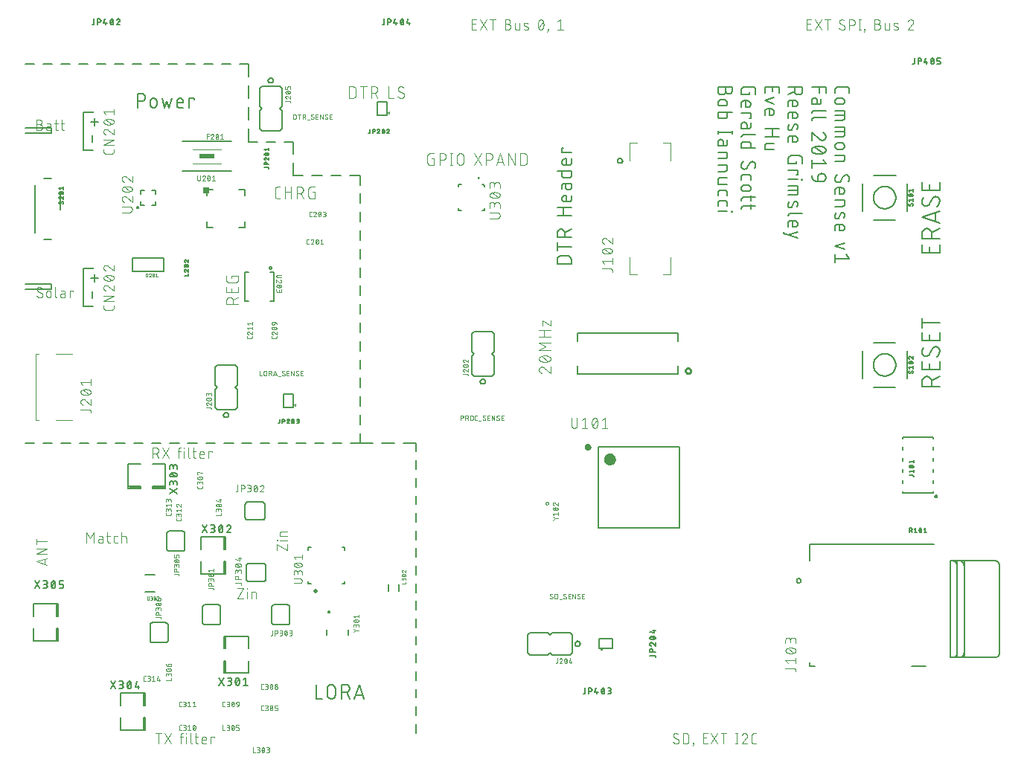
<source format=gbr>
G04 EAGLE Gerber RS-274X export*
G75*
%MOMM*%
%FSLAX34Y34*%
%LPD*%
%INSilkscreen Top*%
%IPPOS*%
%AMOC8*
5,1,8,0,0,1.08239X$1,22.5*%
G01*
%ADD10C,0.152400*%
%ADD11C,0.177800*%
%ADD12C,0.101600*%
%ADD13C,0.050800*%
%ADD14C,0.127000*%
%ADD15C,0.100000*%
%ADD16C,0.070000*%
%ADD17R,1.800000X0.600000*%
%ADD18R,1.100000X0.600000*%
%ADD19C,0.025400*%
%ADD20R,0.635000X0.635000*%
%ADD21C,0.200000*%
%ADD22C,0.203200*%
%ADD23C,0.150000*%
%ADD24C,0.500000*%
%ADD25C,0.076200*%
%ADD26C,0.254000*%
%ADD27C,0.050000*%

G36*
X516039Y655754D02*
X516039Y655754D01*
X516348Y655803D01*
X516350Y655804D01*
X516352Y655803D01*
X516422Y655827D01*
X516701Y655969D01*
X516702Y655970D01*
X516704Y655971D01*
X516764Y656015D01*
X516985Y656236D01*
X516986Y656238D01*
X516988Y656239D01*
X517031Y656299D01*
X517173Y656578D01*
X517174Y656580D01*
X517175Y656581D01*
X517197Y656652D01*
X517246Y656961D01*
X517246Y656963D01*
X517247Y656965D01*
X517247Y656975D01*
X517248Y656979D01*
X517247Y656987D01*
X517249Y656994D01*
X517246Y657005D01*
X517246Y657029D01*
X517247Y657030D01*
X517246Y657031D01*
X517246Y657039D01*
X517197Y657348D01*
X517196Y657350D01*
X517197Y657352D01*
X517173Y657422D01*
X517031Y657701D01*
X517030Y657702D01*
X517029Y657704D01*
X516985Y657764D01*
X516764Y657985D01*
X516762Y657986D01*
X516761Y657988D01*
X516701Y658031D01*
X516422Y658173D01*
X516420Y658174D01*
X516419Y658175D01*
X516348Y658197D01*
X516039Y658246D01*
X516037Y658246D01*
X516035Y658247D01*
X515961Y658246D01*
X515652Y658197D01*
X515650Y658196D01*
X515648Y658197D01*
X515578Y658173D01*
X515299Y658031D01*
X515298Y658030D01*
X515296Y658029D01*
X515236Y657985D01*
X515015Y657764D01*
X515014Y657762D01*
X515012Y657761D01*
X514969Y657701D01*
X514827Y657422D01*
X514827Y657420D01*
X514825Y657419D01*
X514803Y657348D01*
X514754Y657039D01*
X514754Y657037D01*
X514753Y657035D01*
X514754Y656965D01*
X514754Y656964D01*
X514754Y656963D01*
X514754Y656961D01*
X514803Y656652D01*
X514804Y656650D01*
X514803Y656648D01*
X514827Y656578D01*
X514969Y656299D01*
X514970Y656298D01*
X514971Y656296D01*
X515015Y656236D01*
X515236Y656015D01*
X515238Y656014D01*
X515239Y656012D01*
X515299Y655969D01*
X515578Y655827D01*
X515580Y655827D01*
X515581Y655825D01*
X515652Y655803D01*
X515961Y655754D01*
X515963Y655754D01*
X515965Y655753D01*
X516039Y655754D01*
G37*
D10*
X330962Y80518D02*
X330962Y64262D01*
X338187Y64262D01*
X343958Y68778D02*
X343958Y76002D01*
X343960Y76135D01*
X343966Y76267D01*
X343976Y76399D01*
X343989Y76531D01*
X344007Y76663D01*
X344028Y76793D01*
X344053Y76924D01*
X344082Y77053D01*
X344115Y77181D01*
X344151Y77309D01*
X344191Y77435D01*
X344235Y77560D01*
X344283Y77684D01*
X344334Y77806D01*
X344389Y77927D01*
X344447Y78046D01*
X344509Y78164D01*
X344574Y78279D01*
X344643Y78393D01*
X344714Y78504D01*
X344790Y78613D01*
X344868Y78720D01*
X344949Y78825D01*
X345034Y78927D01*
X345121Y79027D01*
X345211Y79124D01*
X345304Y79219D01*
X345400Y79310D01*
X345498Y79399D01*
X345599Y79485D01*
X345703Y79568D01*
X345809Y79648D01*
X345917Y79724D01*
X346027Y79798D01*
X346140Y79868D01*
X346254Y79935D01*
X346371Y79998D01*
X346489Y80058D01*
X346609Y80115D01*
X346731Y80168D01*
X346854Y80217D01*
X346978Y80263D01*
X347104Y80305D01*
X347231Y80343D01*
X347359Y80378D01*
X347488Y80409D01*
X347617Y80436D01*
X347748Y80459D01*
X347879Y80479D01*
X348011Y80494D01*
X348143Y80506D01*
X348275Y80514D01*
X348408Y80518D01*
X348540Y80518D01*
X348673Y80514D01*
X348805Y80506D01*
X348937Y80494D01*
X349069Y80479D01*
X349200Y80459D01*
X349331Y80436D01*
X349460Y80409D01*
X349589Y80378D01*
X349717Y80343D01*
X349844Y80305D01*
X349970Y80263D01*
X350094Y80217D01*
X350217Y80168D01*
X350339Y80115D01*
X350459Y80058D01*
X350577Y79998D01*
X350694Y79935D01*
X350808Y79868D01*
X350921Y79798D01*
X351031Y79724D01*
X351139Y79648D01*
X351245Y79568D01*
X351349Y79485D01*
X351450Y79399D01*
X351548Y79310D01*
X351644Y79219D01*
X351737Y79124D01*
X351827Y79027D01*
X351914Y78927D01*
X351999Y78825D01*
X352080Y78720D01*
X352158Y78613D01*
X352234Y78504D01*
X352305Y78393D01*
X352374Y78279D01*
X352439Y78164D01*
X352501Y78046D01*
X352559Y77927D01*
X352614Y77806D01*
X352665Y77684D01*
X352713Y77560D01*
X352757Y77435D01*
X352797Y77309D01*
X352833Y77181D01*
X352866Y77053D01*
X352895Y76924D01*
X352920Y76793D01*
X352941Y76663D01*
X352959Y76531D01*
X352972Y76399D01*
X352982Y76267D01*
X352988Y76135D01*
X352990Y76002D01*
X352989Y76002D02*
X352989Y68778D01*
X352990Y68778D02*
X352988Y68645D01*
X352982Y68513D01*
X352972Y68381D01*
X352959Y68249D01*
X352941Y68117D01*
X352920Y67987D01*
X352895Y67856D01*
X352866Y67727D01*
X352833Y67599D01*
X352797Y67471D01*
X352757Y67345D01*
X352713Y67220D01*
X352665Y67096D01*
X352614Y66974D01*
X352559Y66853D01*
X352501Y66734D01*
X352439Y66616D01*
X352374Y66501D01*
X352305Y66387D01*
X352234Y66276D01*
X352158Y66167D01*
X352080Y66060D01*
X351999Y65955D01*
X351914Y65853D01*
X351827Y65753D01*
X351737Y65656D01*
X351644Y65561D01*
X351548Y65470D01*
X351450Y65381D01*
X351349Y65295D01*
X351245Y65212D01*
X351139Y65132D01*
X351031Y65056D01*
X350921Y64982D01*
X350808Y64912D01*
X350694Y64845D01*
X350577Y64782D01*
X350459Y64722D01*
X350339Y64665D01*
X350217Y64612D01*
X350094Y64563D01*
X349970Y64517D01*
X349844Y64475D01*
X349717Y64437D01*
X349589Y64402D01*
X349460Y64371D01*
X349331Y64344D01*
X349200Y64321D01*
X349069Y64301D01*
X348937Y64286D01*
X348805Y64274D01*
X348673Y64266D01*
X348540Y64262D01*
X348408Y64262D01*
X348275Y64266D01*
X348143Y64274D01*
X348011Y64286D01*
X347879Y64301D01*
X347748Y64321D01*
X347617Y64344D01*
X347488Y64371D01*
X347359Y64402D01*
X347231Y64437D01*
X347104Y64475D01*
X346978Y64517D01*
X346854Y64563D01*
X346731Y64612D01*
X346609Y64665D01*
X346489Y64722D01*
X346371Y64782D01*
X346254Y64845D01*
X346140Y64912D01*
X346027Y64982D01*
X345917Y65056D01*
X345809Y65132D01*
X345703Y65212D01*
X345599Y65295D01*
X345498Y65381D01*
X345400Y65470D01*
X345304Y65561D01*
X345211Y65656D01*
X345121Y65753D01*
X345034Y65853D01*
X344949Y65955D01*
X344868Y66060D01*
X344790Y66167D01*
X344714Y66276D01*
X344643Y66387D01*
X344574Y66501D01*
X344509Y66616D01*
X344447Y66734D01*
X344389Y66853D01*
X344334Y66974D01*
X344283Y67096D01*
X344235Y67220D01*
X344191Y67345D01*
X344151Y67471D01*
X344115Y67599D01*
X344082Y67727D01*
X344053Y67856D01*
X344028Y67987D01*
X344007Y68117D01*
X343989Y68249D01*
X343976Y68381D01*
X343966Y68513D01*
X343960Y68645D01*
X343958Y68778D01*
X360202Y64262D02*
X360202Y80518D01*
X364718Y80518D01*
X364851Y80516D01*
X364983Y80510D01*
X365115Y80500D01*
X365247Y80487D01*
X365379Y80469D01*
X365509Y80448D01*
X365640Y80423D01*
X365769Y80394D01*
X365897Y80361D01*
X366025Y80325D01*
X366151Y80285D01*
X366276Y80241D01*
X366400Y80193D01*
X366522Y80142D01*
X366643Y80087D01*
X366762Y80029D01*
X366880Y79967D01*
X366995Y79902D01*
X367109Y79833D01*
X367220Y79762D01*
X367329Y79686D01*
X367436Y79608D01*
X367541Y79527D01*
X367643Y79442D01*
X367743Y79355D01*
X367840Y79265D01*
X367935Y79172D01*
X368026Y79076D01*
X368115Y78978D01*
X368201Y78877D01*
X368284Y78773D01*
X368364Y78667D01*
X368440Y78559D01*
X368514Y78449D01*
X368584Y78336D01*
X368651Y78222D01*
X368714Y78105D01*
X368774Y77987D01*
X368831Y77867D01*
X368884Y77745D01*
X368933Y77622D01*
X368979Y77498D01*
X369021Y77372D01*
X369059Y77245D01*
X369094Y77117D01*
X369125Y76988D01*
X369152Y76859D01*
X369175Y76728D01*
X369195Y76597D01*
X369210Y76465D01*
X369222Y76333D01*
X369230Y76201D01*
X369234Y76068D01*
X369234Y75936D01*
X369230Y75803D01*
X369222Y75671D01*
X369210Y75539D01*
X369195Y75407D01*
X369175Y75276D01*
X369152Y75145D01*
X369125Y75016D01*
X369094Y74887D01*
X369059Y74759D01*
X369021Y74632D01*
X368979Y74506D01*
X368933Y74382D01*
X368884Y74259D01*
X368831Y74137D01*
X368774Y74017D01*
X368714Y73899D01*
X368651Y73782D01*
X368584Y73668D01*
X368514Y73555D01*
X368440Y73445D01*
X368364Y73337D01*
X368284Y73231D01*
X368201Y73127D01*
X368115Y73026D01*
X368026Y72928D01*
X367935Y72832D01*
X367840Y72739D01*
X367743Y72649D01*
X367643Y72562D01*
X367541Y72477D01*
X367436Y72396D01*
X367329Y72318D01*
X367220Y72242D01*
X367109Y72171D01*
X366995Y72102D01*
X366880Y72037D01*
X366762Y71975D01*
X366643Y71917D01*
X366522Y71862D01*
X366400Y71811D01*
X366276Y71763D01*
X366151Y71719D01*
X366025Y71679D01*
X365897Y71643D01*
X365769Y71610D01*
X365640Y71581D01*
X365509Y71556D01*
X365379Y71535D01*
X365247Y71517D01*
X365115Y71504D01*
X364983Y71494D01*
X364851Y71488D01*
X364718Y71486D01*
X364718Y71487D02*
X360202Y71487D01*
X365621Y71487D02*
X369233Y64262D01*
X374839Y64262D02*
X380257Y80518D01*
X385676Y64262D01*
X384321Y68326D02*
X376193Y68326D01*
D11*
X1020445Y419989D02*
X1040511Y419989D01*
X1020445Y419989D02*
X1020445Y425563D01*
X1020447Y425711D01*
X1020453Y425860D01*
X1020463Y426008D01*
X1020477Y426155D01*
X1020494Y426303D01*
X1020516Y426450D01*
X1020542Y426596D01*
X1020571Y426741D01*
X1020604Y426886D01*
X1020641Y427030D01*
X1020682Y427172D01*
X1020727Y427314D01*
X1020776Y427454D01*
X1020828Y427593D01*
X1020884Y427730D01*
X1020943Y427866D01*
X1021006Y428001D01*
X1021073Y428133D01*
X1021143Y428264D01*
X1021217Y428393D01*
X1021294Y428520D01*
X1021374Y428644D01*
X1021458Y428767D01*
X1021545Y428887D01*
X1021635Y429005D01*
X1021728Y429121D01*
X1021824Y429234D01*
X1021923Y429344D01*
X1022025Y429452D01*
X1022130Y429557D01*
X1022238Y429659D01*
X1022348Y429758D01*
X1022461Y429854D01*
X1022577Y429947D01*
X1022695Y430037D01*
X1022815Y430124D01*
X1022938Y430208D01*
X1023062Y430288D01*
X1023189Y430365D01*
X1023318Y430439D01*
X1023449Y430509D01*
X1023581Y430576D01*
X1023716Y430639D01*
X1023852Y430698D01*
X1023989Y430754D01*
X1024128Y430806D01*
X1024268Y430855D01*
X1024410Y430900D01*
X1024552Y430941D01*
X1024696Y430978D01*
X1024841Y431011D01*
X1024986Y431040D01*
X1025132Y431066D01*
X1025279Y431088D01*
X1025427Y431105D01*
X1025574Y431119D01*
X1025722Y431129D01*
X1025871Y431135D01*
X1026019Y431137D01*
X1026167Y431135D01*
X1026316Y431129D01*
X1026464Y431119D01*
X1026611Y431105D01*
X1026759Y431088D01*
X1026906Y431066D01*
X1027052Y431040D01*
X1027197Y431011D01*
X1027342Y430978D01*
X1027486Y430941D01*
X1027628Y430900D01*
X1027770Y430855D01*
X1027910Y430806D01*
X1028049Y430754D01*
X1028186Y430698D01*
X1028322Y430639D01*
X1028457Y430576D01*
X1028589Y430509D01*
X1028720Y430439D01*
X1028849Y430365D01*
X1028976Y430288D01*
X1029100Y430208D01*
X1029223Y430124D01*
X1029343Y430037D01*
X1029461Y429947D01*
X1029577Y429854D01*
X1029690Y429758D01*
X1029800Y429659D01*
X1029908Y429557D01*
X1030013Y429452D01*
X1030115Y429344D01*
X1030214Y429234D01*
X1030310Y429121D01*
X1030403Y429005D01*
X1030493Y428887D01*
X1030580Y428767D01*
X1030664Y428644D01*
X1030744Y428520D01*
X1030821Y428393D01*
X1030895Y428264D01*
X1030965Y428133D01*
X1031032Y428001D01*
X1031095Y427866D01*
X1031154Y427730D01*
X1031210Y427593D01*
X1031262Y427454D01*
X1031311Y427314D01*
X1031356Y427172D01*
X1031397Y427030D01*
X1031434Y426886D01*
X1031467Y426741D01*
X1031496Y426596D01*
X1031522Y426450D01*
X1031544Y426303D01*
X1031561Y426155D01*
X1031575Y426008D01*
X1031585Y425860D01*
X1031591Y425711D01*
X1031593Y425563D01*
X1031593Y419989D01*
X1031593Y426678D02*
X1040511Y431137D01*
X1040511Y439093D02*
X1040511Y448011D01*
X1040511Y439093D02*
X1020445Y439093D01*
X1020445Y448011D01*
X1029363Y445782D02*
X1029363Y439093D01*
X1040511Y460583D02*
X1040509Y460715D01*
X1040503Y460847D01*
X1040493Y460979D01*
X1040480Y461110D01*
X1040462Y461241D01*
X1040441Y461372D01*
X1040415Y461501D01*
X1040386Y461630D01*
X1040353Y461758D01*
X1040317Y461885D01*
X1040276Y462011D01*
X1040232Y462136D01*
X1040184Y462259D01*
X1040133Y462381D01*
X1040078Y462501D01*
X1040019Y462619D01*
X1039957Y462736D01*
X1039891Y462851D01*
X1039823Y462963D01*
X1039750Y463074D01*
X1039675Y463183D01*
X1039596Y463289D01*
X1039515Y463393D01*
X1039430Y463494D01*
X1039342Y463593D01*
X1039251Y463689D01*
X1039158Y463782D01*
X1039062Y463873D01*
X1038963Y463961D01*
X1038862Y464046D01*
X1038758Y464127D01*
X1038652Y464206D01*
X1038543Y464281D01*
X1038432Y464354D01*
X1038320Y464422D01*
X1038205Y464488D01*
X1038088Y464550D01*
X1037970Y464609D01*
X1037850Y464664D01*
X1037728Y464715D01*
X1037605Y464763D01*
X1037480Y464807D01*
X1037354Y464848D01*
X1037227Y464884D01*
X1037099Y464917D01*
X1036970Y464946D01*
X1036841Y464972D01*
X1036710Y464993D01*
X1036579Y465011D01*
X1036448Y465024D01*
X1036316Y465034D01*
X1036184Y465040D01*
X1036052Y465042D01*
X1040511Y460583D02*
X1040508Y460358D01*
X1040500Y460132D01*
X1040487Y459907D01*
X1040468Y459683D01*
X1040444Y459459D01*
X1040414Y459235D01*
X1040379Y459013D01*
X1040339Y458791D01*
X1040293Y458570D01*
X1040243Y458351D01*
X1040187Y458132D01*
X1040125Y457915D01*
X1040059Y457700D01*
X1039987Y457486D01*
X1039911Y457274D01*
X1039829Y457064D01*
X1039742Y456856D01*
X1039651Y456650D01*
X1039554Y456447D01*
X1039453Y456245D01*
X1039347Y456046D01*
X1039236Y455850D01*
X1039120Y455657D01*
X1039000Y455466D01*
X1038875Y455278D01*
X1038746Y455094D01*
X1038613Y454912D01*
X1038475Y454734D01*
X1038333Y454559D01*
X1038187Y454387D01*
X1038036Y454219D01*
X1037882Y454055D01*
X1037724Y453894D01*
X1024904Y454452D02*
X1024772Y454454D01*
X1024640Y454460D01*
X1024508Y454470D01*
X1024377Y454483D01*
X1024246Y454501D01*
X1024115Y454522D01*
X1023986Y454548D01*
X1023857Y454577D01*
X1023729Y454610D01*
X1023602Y454646D01*
X1023476Y454687D01*
X1023351Y454731D01*
X1023228Y454779D01*
X1023106Y454830D01*
X1022986Y454885D01*
X1022868Y454944D01*
X1022751Y455006D01*
X1022636Y455072D01*
X1022524Y455140D01*
X1022413Y455213D01*
X1022304Y455288D01*
X1022198Y455367D01*
X1022094Y455448D01*
X1021993Y455533D01*
X1021894Y455621D01*
X1021798Y455712D01*
X1021705Y455805D01*
X1021614Y455901D01*
X1021526Y456000D01*
X1021441Y456101D01*
X1021360Y456205D01*
X1021281Y456311D01*
X1021206Y456420D01*
X1021133Y456531D01*
X1021065Y456643D01*
X1020999Y456758D01*
X1020937Y456875D01*
X1020878Y456993D01*
X1020823Y457113D01*
X1020772Y457235D01*
X1020724Y457358D01*
X1020680Y457483D01*
X1020639Y457609D01*
X1020603Y457736D01*
X1020570Y457864D01*
X1020541Y457993D01*
X1020515Y458122D01*
X1020494Y458253D01*
X1020476Y458384D01*
X1020463Y458515D01*
X1020453Y458647D01*
X1020447Y458779D01*
X1020445Y458911D01*
X1020447Y459110D01*
X1020454Y459309D01*
X1020466Y459508D01*
X1020483Y459707D01*
X1020504Y459905D01*
X1020530Y460103D01*
X1020561Y460299D01*
X1020597Y460496D01*
X1020637Y460691D01*
X1020681Y460885D01*
X1020731Y461078D01*
X1020785Y461270D01*
X1020843Y461460D01*
X1020906Y461649D01*
X1020974Y461837D01*
X1021046Y462023D01*
X1021122Y462207D01*
X1021203Y462389D01*
X1021288Y462569D01*
X1021377Y462747D01*
X1021471Y462923D01*
X1021568Y463097D01*
X1021670Y463268D01*
X1021776Y463437D01*
X1021886Y463603D01*
X1022000Y463767D01*
X1022117Y463928D01*
X1028806Y456682D02*
X1028738Y456570D01*
X1028667Y456461D01*
X1028593Y456353D01*
X1028515Y456248D01*
X1028435Y456145D01*
X1028352Y456044D01*
X1028266Y455946D01*
X1028177Y455850D01*
X1028085Y455757D01*
X1027991Y455667D01*
X1027894Y455579D01*
X1027795Y455494D01*
X1027693Y455412D01*
X1027589Y455334D01*
X1027482Y455258D01*
X1027374Y455185D01*
X1027263Y455115D01*
X1027151Y455049D01*
X1027037Y454986D01*
X1026921Y454926D01*
X1026803Y454869D01*
X1026683Y454816D01*
X1026563Y454767D01*
X1026440Y454721D01*
X1026317Y454678D01*
X1026192Y454639D01*
X1026066Y454604D01*
X1025940Y454572D01*
X1025812Y454544D01*
X1025684Y454520D01*
X1025555Y454499D01*
X1025425Y454482D01*
X1025295Y454469D01*
X1025165Y454460D01*
X1025035Y454454D01*
X1024904Y454452D01*
X1032150Y462813D02*
X1032218Y462925D01*
X1032289Y463035D01*
X1032363Y463142D01*
X1032441Y463247D01*
X1032521Y463350D01*
X1032604Y463451D01*
X1032690Y463549D01*
X1032779Y463645D01*
X1032871Y463738D01*
X1032965Y463828D01*
X1033062Y463916D01*
X1033162Y464001D01*
X1033263Y464083D01*
X1033367Y464162D01*
X1033474Y464237D01*
X1033582Y464310D01*
X1033693Y464380D01*
X1033805Y464446D01*
X1033919Y464509D01*
X1034035Y464569D01*
X1034153Y464626D01*
X1034273Y464679D01*
X1034393Y464728D01*
X1034516Y464774D01*
X1034639Y464817D01*
X1034764Y464856D01*
X1034890Y464891D01*
X1035016Y464923D01*
X1035144Y464951D01*
X1035272Y464975D01*
X1035401Y464996D01*
X1035531Y465013D01*
X1035661Y465026D01*
X1035791Y465035D01*
X1035921Y465041D01*
X1036052Y465043D01*
X1032150Y462813D02*
X1028806Y456682D01*
X1040511Y472462D02*
X1040511Y481380D01*
X1040511Y472462D02*
X1020445Y472462D01*
X1020445Y481380D01*
X1029363Y479151D02*
X1029363Y472462D01*
X1020445Y492220D02*
X1040511Y492220D01*
X1020445Y486646D02*
X1020445Y497794D01*
X1040511Y572389D02*
X1040511Y581307D01*
X1040511Y572389D02*
X1020445Y572389D01*
X1020445Y581307D01*
X1029363Y579078D02*
X1029363Y572389D01*
X1020445Y588508D02*
X1040511Y588508D01*
X1020445Y588508D02*
X1020445Y594082D01*
X1020447Y594230D01*
X1020453Y594379D01*
X1020463Y594527D01*
X1020477Y594674D01*
X1020494Y594822D01*
X1020516Y594969D01*
X1020542Y595115D01*
X1020571Y595260D01*
X1020604Y595405D01*
X1020641Y595549D01*
X1020682Y595691D01*
X1020727Y595833D01*
X1020776Y595973D01*
X1020828Y596112D01*
X1020884Y596249D01*
X1020943Y596385D01*
X1021006Y596520D01*
X1021073Y596652D01*
X1021143Y596783D01*
X1021217Y596912D01*
X1021294Y597039D01*
X1021374Y597163D01*
X1021458Y597286D01*
X1021545Y597406D01*
X1021635Y597524D01*
X1021728Y597640D01*
X1021824Y597753D01*
X1021923Y597863D01*
X1022025Y597971D01*
X1022130Y598076D01*
X1022238Y598178D01*
X1022348Y598277D01*
X1022461Y598373D01*
X1022577Y598466D01*
X1022695Y598556D01*
X1022815Y598643D01*
X1022938Y598727D01*
X1023062Y598807D01*
X1023189Y598884D01*
X1023318Y598958D01*
X1023449Y599028D01*
X1023581Y599095D01*
X1023716Y599158D01*
X1023852Y599217D01*
X1023989Y599273D01*
X1024128Y599325D01*
X1024268Y599374D01*
X1024410Y599419D01*
X1024552Y599460D01*
X1024696Y599497D01*
X1024841Y599530D01*
X1024986Y599559D01*
X1025132Y599585D01*
X1025279Y599607D01*
X1025427Y599624D01*
X1025574Y599638D01*
X1025722Y599648D01*
X1025871Y599654D01*
X1026019Y599656D01*
X1026167Y599654D01*
X1026316Y599648D01*
X1026464Y599638D01*
X1026611Y599624D01*
X1026759Y599607D01*
X1026906Y599585D01*
X1027052Y599559D01*
X1027197Y599530D01*
X1027342Y599497D01*
X1027486Y599460D01*
X1027628Y599419D01*
X1027770Y599374D01*
X1027910Y599325D01*
X1028049Y599273D01*
X1028186Y599217D01*
X1028322Y599158D01*
X1028457Y599095D01*
X1028589Y599028D01*
X1028720Y598958D01*
X1028849Y598884D01*
X1028976Y598807D01*
X1029100Y598727D01*
X1029223Y598643D01*
X1029343Y598556D01*
X1029461Y598466D01*
X1029577Y598373D01*
X1029690Y598277D01*
X1029800Y598178D01*
X1029908Y598076D01*
X1030013Y597971D01*
X1030115Y597863D01*
X1030214Y597753D01*
X1030310Y597640D01*
X1030403Y597524D01*
X1030493Y597406D01*
X1030580Y597286D01*
X1030664Y597163D01*
X1030744Y597039D01*
X1030821Y596912D01*
X1030895Y596783D01*
X1030965Y596652D01*
X1031032Y596520D01*
X1031095Y596385D01*
X1031154Y596249D01*
X1031210Y596112D01*
X1031262Y595973D01*
X1031311Y595833D01*
X1031356Y595691D01*
X1031397Y595549D01*
X1031434Y595405D01*
X1031467Y595260D01*
X1031496Y595115D01*
X1031522Y594969D01*
X1031544Y594822D01*
X1031561Y594674D01*
X1031575Y594527D01*
X1031585Y594379D01*
X1031591Y594230D01*
X1031593Y594082D01*
X1031593Y588508D01*
X1031593Y595197D02*
X1040511Y599656D01*
X1040511Y605850D02*
X1020445Y612539D01*
X1040511Y619228D01*
X1035495Y617555D02*
X1035495Y607522D01*
X1040511Y631574D02*
X1040509Y631706D01*
X1040503Y631838D01*
X1040493Y631970D01*
X1040480Y632101D01*
X1040462Y632232D01*
X1040441Y632363D01*
X1040415Y632492D01*
X1040386Y632621D01*
X1040353Y632749D01*
X1040317Y632876D01*
X1040276Y633002D01*
X1040232Y633127D01*
X1040184Y633250D01*
X1040133Y633372D01*
X1040078Y633492D01*
X1040019Y633610D01*
X1039957Y633727D01*
X1039891Y633842D01*
X1039823Y633954D01*
X1039750Y634065D01*
X1039675Y634174D01*
X1039596Y634280D01*
X1039515Y634384D01*
X1039430Y634485D01*
X1039342Y634584D01*
X1039251Y634680D01*
X1039158Y634773D01*
X1039062Y634864D01*
X1038963Y634952D01*
X1038862Y635037D01*
X1038758Y635118D01*
X1038652Y635197D01*
X1038543Y635272D01*
X1038432Y635345D01*
X1038320Y635413D01*
X1038205Y635479D01*
X1038088Y635541D01*
X1037970Y635600D01*
X1037850Y635655D01*
X1037728Y635706D01*
X1037605Y635754D01*
X1037480Y635798D01*
X1037354Y635839D01*
X1037227Y635875D01*
X1037099Y635908D01*
X1036970Y635937D01*
X1036841Y635963D01*
X1036710Y635984D01*
X1036579Y636002D01*
X1036448Y636015D01*
X1036316Y636025D01*
X1036184Y636031D01*
X1036052Y636033D01*
X1040511Y631574D02*
X1040508Y631349D01*
X1040500Y631123D01*
X1040487Y630898D01*
X1040468Y630674D01*
X1040444Y630450D01*
X1040414Y630226D01*
X1040379Y630004D01*
X1040339Y629782D01*
X1040293Y629561D01*
X1040243Y629342D01*
X1040187Y629123D01*
X1040125Y628906D01*
X1040059Y628691D01*
X1039987Y628477D01*
X1039911Y628265D01*
X1039829Y628055D01*
X1039742Y627847D01*
X1039651Y627641D01*
X1039554Y627438D01*
X1039453Y627236D01*
X1039347Y627037D01*
X1039236Y626841D01*
X1039120Y626648D01*
X1039000Y626457D01*
X1038875Y626269D01*
X1038746Y626085D01*
X1038613Y625903D01*
X1038475Y625725D01*
X1038333Y625550D01*
X1038187Y625378D01*
X1038036Y625210D01*
X1037882Y625046D01*
X1037724Y624885D01*
X1024904Y625443D02*
X1024772Y625445D01*
X1024640Y625451D01*
X1024508Y625461D01*
X1024377Y625474D01*
X1024246Y625492D01*
X1024115Y625513D01*
X1023986Y625539D01*
X1023857Y625568D01*
X1023729Y625601D01*
X1023602Y625637D01*
X1023476Y625678D01*
X1023351Y625722D01*
X1023228Y625770D01*
X1023106Y625821D01*
X1022986Y625876D01*
X1022868Y625935D01*
X1022751Y625997D01*
X1022636Y626063D01*
X1022524Y626131D01*
X1022413Y626204D01*
X1022304Y626279D01*
X1022198Y626358D01*
X1022094Y626439D01*
X1021993Y626524D01*
X1021894Y626612D01*
X1021798Y626703D01*
X1021705Y626796D01*
X1021614Y626892D01*
X1021526Y626991D01*
X1021441Y627092D01*
X1021360Y627196D01*
X1021281Y627302D01*
X1021206Y627411D01*
X1021133Y627522D01*
X1021065Y627634D01*
X1020999Y627749D01*
X1020937Y627866D01*
X1020878Y627984D01*
X1020823Y628104D01*
X1020772Y628226D01*
X1020724Y628349D01*
X1020680Y628474D01*
X1020639Y628600D01*
X1020603Y628727D01*
X1020570Y628855D01*
X1020541Y628984D01*
X1020515Y629113D01*
X1020494Y629244D01*
X1020476Y629375D01*
X1020463Y629506D01*
X1020453Y629638D01*
X1020447Y629770D01*
X1020445Y629902D01*
X1020447Y630101D01*
X1020454Y630300D01*
X1020466Y630499D01*
X1020483Y630698D01*
X1020504Y630896D01*
X1020530Y631094D01*
X1020561Y631290D01*
X1020597Y631487D01*
X1020637Y631682D01*
X1020681Y631876D01*
X1020731Y632069D01*
X1020785Y632261D01*
X1020843Y632451D01*
X1020906Y632640D01*
X1020974Y632828D01*
X1021046Y633014D01*
X1021122Y633198D01*
X1021203Y633380D01*
X1021288Y633560D01*
X1021377Y633738D01*
X1021471Y633914D01*
X1021568Y634088D01*
X1021670Y634259D01*
X1021776Y634428D01*
X1021886Y634594D01*
X1022000Y634758D01*
X1022117Y634919D01*
X1028806Y627673D02*
X1028738Y627561D01*
X1028667Y627452D01*
X1028593Y627344D01*
X1028515Y627239D01*
X1028435Y627136D01*
X1028352Y627035D01*
X1028266Y626937D01*
X1028177Y626841D01*
X1028085Y626748D01*
X1027991Y626658D01*
X1027894Y626570D01*
X1027795Y626485D01*
X1027693Y626403D01*
X1027589Y626325D01*
X1027482Y626249D01*
X1027374Y626176D01*
X1027263Y626106D01*
X1027151Y626040D01*
X1027037Y625977D01*
X1026921Y625917D01*
X1026803Y625860D01*
X1026683Y625807D01*
X1026563Y625758D01*
X1026440Y625712D01*
X1026317Y625669D01*
X1026192Y625630D01*
X1026066Y625595D01*
X1025940Y625563D01*
X1025812Y625535D01*
X1025684Y625511D01*
X1025555Y625490D01*
X1025425Y625473D01*
X1025295Y625460D01*
X1025165Y625451D01*
X1025035Y625445D01*
X1024904Y625443D01*
X1032150Y633803D02*
X1032218Y633915D01*
X1032289Y634025D01*
X1032363Y634132D01*
X1032441Y634237D01*
X1032521Y634340D01*
X1032604Y634441D01*
X1032690Y634539D01*
X1032779Y634635D01*
X1032871Y634728D01*
X1032965Y634818D01*
X1033062Y634906D01*
X1033162Y634991D01*
X1033263Y635073D01*
X1033367Y635152D01*
X1033474Y635227D01*
X1033582Y635300D01*
X1033693Y635370D01*
X1033805Y635436D01*
X1033919Y635499D01*
X1034035Y635559D01*
X1034153Y635616D01*
X1034273Y635669D01*
X1034393Y635718D01*
X1034516Y635764D01*
X1034639Y635807D01*
X1034764Y635846D01*
X1034890Y635881D01*
X1035016Y635913D01*
X1035144Y635941D01*
X1035272Y635965D01*
X1035401Y635986D01*
X1035531Y636003D01*
X1035661Y636016D01*
X1035791Y636025D01*
X1035921Y636031D01*
X1036052Y636033D01*
X1032150Y633804D02*
X1028806Y627672D01*
X1040511Y643453D02*
X1040511Y652371D01*
X1040511Y643453D02*
X1020445Y643453D01*
X1020445Y652371D01*
X1029363Y650141D02*
X1029363Y643453D01*
D12*
X145451Y350012D02*
X145451Y338328D01*
X145451Y350012D02*
X148696Y350012D01*
X148809Y350010D01*
X148922Y350004D01*
X149035Y349994D01*
X149148Y349980D01*
X149260Y349963D01*
X149371Y349941D01*
X149481Y349916D01*
X149591Y349886D01*
X149699Y349853D01*
X149806Y349816D01*
X149912Y349776D01*
X150016Y349731D01*
X150119Y349683D01*
X150220Y349632D01*
X150319Y349577D01*
X150416Y349519D01*
X150511Y349457D01*
X150604Y349392D01*
X150694Y349324D01*
X150782Y349253D01*
X150868Y349178D01*
X150951Y349101D01*
X151031Y349021D01*
X151108Y348938D01*
X151183Y348852D01*
X151254Y348764D01*
X151322Y348674D01*
X151387Y348581D01*
X151449Y348486D01*
X151507Y348389D01*
X151562Y348290D01*
X151613Y348189D01*
X151661Y348086D01*
X151706Y347982D01*
X151746Y347876D01*
X151783Y347769D01*
X151816Y347661D01*
X151846Y347551D01*
X151871Y347441D01*
X151893Y347330D01*
X151910Y347218D01*
X151924Y347105D01*
X151934Y346992D01*
X151940Y346879D01*
X151942Y346766D01*
X151940Y346653D01*
X151934Y346540D01*
X151924Y346427D01*
X151910Y346314D01*
X151893Y346202D01*
X151871Y346091D01*
X151846Y345981D01*
X151816Y345871D01*
X151783Y345763D01*
X151746Y345656D01*
X151706Y345550D01*
X151661Y345446D01*
X151613Y345343D01*
X151562Y345242D01*
X151507Y345143D01*
X151449Y345046D01*
X151387Y344951D01*
X151322Y344858D01*
X151254Y344768D01*
X151183Y344680D01*
X151108Y344594D01*
X151031Y344511D01*
X150951Y344431D01*
X150868Y344354D01*
X150782Y344279D01*
X150694Y344208D01*
X150604Y344140D01*
X150511Y344075D01*
X150416Y344013D01*
X150319Y343955D01*
X150220Y343900D01*
X150119Y343849D01*
X150016Y343801D01*
X149912Y343756D01*
X149806Y343716D01*
X149699Y343679D01*
X149591Y343646D01*
X149481Y343616D01*
X149371Y343591D01*
X149260Y343569D01*
X149148Y343552D01*
X149035Y343538D01*
X148922Y343528D01*
X148809Y343522D01*
X148696Y343520D01*
X148696Y343521D02*
X145451Y343521D01*
X149345Y343521D02*
X151942Y338328D01*
X156158Y338328D02*
X163947Y350012D01*
X156158Y350012D02*
X163947Y338328D01*
X174847Y338328D02*
X174847Y348065D01*
X174849Y348152D01*
X174855Y348240D01*
X174865Y348326D01*
X174878Y348413D01*
X174896Y348498D01*
X174917Y348583D01*
X174942Y348667D01*
X174971Y348749D01*
X175004Y348830D01*
X175040Y348910D01*
X175079Y348988D01*
X175123Y349064D01*
X175169Y349138D01*
X175219Y349209D01*
X175272Y349279D01*
X175328Y349346D01*
X175387Y349410D01*
X175448Y349472D01*
X175513Y349531D01*
X175580Y349587D01*
X175650Y349640D01*
X175721Y349690D01*
X175795Y349736D01*
X175871Y349780D01*
X175949Y349819D01*
X176029Y349855D01*
X176110Y349888D01*
X176192Y349917D01*
X176276Y349942D01*
X176361Y349963D01*
X176446Y349981D01*
X176533Y349994D01*
X176619Y350004D01*
X176707Y350010D01*
X176794Y350012D01*
X177443Y350012D01*
X177443Y346117D02*
X173548Y346117D01*
X180626Y346117D02*
X180626Y338328D01*
X180302Y349363D02*
X180302Y350012D01*
X180951Y350012D01*
X180951Y349363D01*
X180302Y349363D01*
X185419Y350012D02*
X185419Y340275D01*
X185421Y340188D01*
X185427Y340100D01*
X185437Y340014D01*
X185450Y339927D01*
X185468Y339842D01*
X185489Y339757D01*
X185514Y339673D01*
X185543Y339591D01*
X185576Y339510D01*
X185612Y339430D01*
X185651Y339352D01*
X185695Y339276D01*
X185741Y339202D01*
X185791Y339131D01*
X185844Y339061D01*
X185900Y338994D01*
X185959Y338930D01*
X186021Y338868D01*
X186085Y338809D01*
X186152Y338753D01*
X186222Y338700D01*
X186293Y338650D01*
X186367Y338604D01*
X186443Y338560D01*
X186521Y338521D01*
X186601Y338485D01*
X186682Y338452D01*
X186764Y338423D01*
X186848Y338398D01*
X186933Y338377D01*
X187018Y338359D01*
X187105Y338346D01*
X187191Y338336D01*
X187279Y338330D01*
X187366Y338328D01*
X190398Y346117D02*
X194292Y346117D01*
X191696Y350012D02*
X191696Y340275D01*
X191698Y340188D01*
X191704Y340100D01*
X191714Y340014D01*
X191727Y339927D01*
X191745Y339842D01*
X191766Y339757D01*
X191791Y339673D01*
X191820Y339591D01*
X191853Y339510D01*
X191889Y339430D01*
X191928Y339352D01*
X191972Y339276D01*
X192018Y339202D01*
X192068Y339131D01*
X192121Y339061D01*
X192177Y338994D01*
X192236Y338930D01*
X192298Y338868D01*
X192362Y338809D01*
X192429Y338753D01*
X192499Y338700D01*
X192570Y338650D01*
X192644Y338604D01*
X192720Y338560D01*
X192798Y338521D01*
X192878Y338485D01*
X192959Y338452D01*
X193041Y338423D01*
X193125Y338398D01*
X193210Y338377D01*
X193295Y338359D01*
X193382Y338346D01*
X193468Y338336D01*
X193556Y338330D01*
X193643Y338328D01*
X194292Y338328D01*
X200551Y338328D02*
X203797Y338328D01*
X200551Y338328D02*
X200464Y338330D01*
X200376Y338336D01*
X200290Y338346D01*
X200203Y338359D01*
X200118Y338377D01*
X200033Y338398D01*
X199949Y338423D01*
X199867Y338452D01*
X199786Y338485D01*
X199706Y338521D01*
X199628Y338560D01*
X199552Y338604D01*
X199478Y338650D01*
X199407Y338700D01*
X199337Y338753D01*
X199270Y338809D01*
X199206Y338868D01*
X199144Y338930D01*
X199085Y338994D01*
X199029Y339061D01*
X198976Y339131D01*
X198926Y339202D01*
X198880Y339276D01*
X198836Y339352D01*
X198797Y339430D01*
X198761Y339510D01*
X198728Y339591D01*
X198699Y339673D01*
X198674Y339757D01*
X198653Y339842D01*
X198635Y339927D01*
X198622Y340014D01*
X198612Y340100D01*
X198606Y340188D01*
X198604Y340275D01*
X198604Y343521D01*
X198606Y343622D01*
X198612Y343722D01*
X198622Y343822D01*
X198635Y343922D01*
X198653Y344021D01*
X198674Y344120D01*
X198699Y344217D01*
X198728Y344314D01*
X198761Y344409D01*
X198797Y344503D01*
X198837Y344595D01*
X198880Y344686D01*
X198927Y344775D01*
X198977Y344862D01*
X199031Y344948D01*
X199088Y345031D01*
X199148Y345111D01*
X199211Y345190D01*
X199278Y345266D01*
X199347Y345339D01*
X199419Y345409D01*
X199493Y345477D01*
X199570Y345542D01*
X199650Y345603D01*
X199732Y345662D01*
X199816Y345717D01*
X199902Y345769D01*
X199990Y345818D01*
X200080Y345863D01*
X200172Y345905D01*
X200265Y345943D01*
X200360Y345977D01*
X200455Y346008D01*
X200552Y346035D01*
X200650Y346058D01*
X200749Y346078D01*
X200849Y346093D01*
X200949Y346105D01*
X201049Y346113D01*
X201150Y346117D01*
X201250Y346117D01*
X201351Y346113D01*
X201451Y346105D01*
X201551Y346093D01*
X201651Y346078D01*
X201750Y346058D01*
X201848Y346035D01*
X201945Y346008D01*
X202040Y345977D01*
X202135Y345943D01*
X202228Y345905D01*
X202320Y345863D01*
X202410Y345818D01*
X202498Y345769D01*
X202584Y345717D01*
X202668Y345662D01*
X202750Y345603D01*
X202830Y345542D01*
X202907Y345477D01*
X202981Y345409D01*
X203053Y345339D01*
X203122Y345266D01*
X203189Y345190D01*
X203252Y345111D01*
X203312Y345031D01*
X203369Y344948D01*
X203423Y344862D01*
X203473Y344775D01*
X203520Y344686D01*
X203563Y344595D01*
X203603Y344503D01*
X203639Y344409D01*
X203672Y344314D01*
X203701Y344217D01*
X203726Y344120D01*
X203747Y344021D01*
X203765Y343922D01*
X203778Y343822D01*
X203788Y343722D01*
X203794Y343622D01*
X203796Y343521D01*
X203797Y343521D02*
X203797Y342223D01*
X198604Y342223D01*
X208957Y338328D02*
X208957Y346117D01*
X212852Y346117D01*
X212852Y344819D01*
X151924Y24892D02*
X151924Y13208D01*
X148679Y24892D02*
X155170Y24892D01*
X166487Y24892D02*
X158698Y13208D01*
X166487Y13208D02*
X158698Y24892D01*
X177387Y22945D02*
X177387Y13208D01*
X177387Y22945D02*
X177389Y23032D01*
X177395Y23120D01*
X177405Y23206D01*
X177418Y23293D01*
X177436Y23378D01*
X177457Y23463D01*
X177482Y23547D01*
X177511Y23629D01*
X177544Y23710D01*
X177580Y23790D01*
X177619Y23868D01*
X177663Y23944D01*
X177709Y24018D01*
X177759Y24089D01*
X177812Y24159D01*
X177868Y24226D01*
X177927Y24290D01*
X177988Y24352D01*
X178053Y24411D01*
X178120Y24467D01*
X178190Y24520D01*
X178261Y24570D01*
X178335Y24616D01*
X178411Y24660D01*
X178489Y24699D01*
X178569Y24735D01*
X178650Y24768D01*
X178732Y24797D01*
X178816Y24822D01*
X178901Y24843D01*
X178986Y24861D01*
X179073Y24874D01*
X179159Y24884D01*
X179247Y24890D01*
X179334Y24892D01*
X179983Y24892D01*
X179983Y20997D02*
X176088Y20997D01*
X183166Y20997D02*
X183166Y13208D01*
X182842Y24243D02*
X182842Y24892D01*
X183491Y24892D01*
X183491Y24243D01*
X182842Y24243D01*
X187959Y24892D02*
X187959Y15155D01*
X187961Y15068D01*
X187967Y14980D01*
X187977Y14894D01*
X187990Y14807D01*
X188008Y14722D01*
X188029Y14637D01*
X188054Y14553D01*
X188083Y14471D01*
X188116Y14390D01*
X188152Y14310D01*
X188191Y14232D01*
X188235Y14156D01*
X188281Y14082D01*
X188331Y14011D01*
X188384Y13941D01*
X188440Y13874D01*
X188499Y13810D01*
X188561Y13748D01*
X188625Y13689D01*
X188692Y13633D01*
X188762Y13580D01*
X188833Y13530D01*
X188907Y13484D01*
X188983Y13440D01*
X189061Y13401D01*
X189141Y13365D01*
X189222Y13332D01*
X189304Y13303D01*
X189388Y13278D01*
X189473Y13257D01*
X189558Y13239D01*
X189645Y13226D01*
X189731Y13216D01*
X189819Y13210D01*
X189906Y13208D01*
X192938Y20997D02*
X196832Y20997D01*
X194236Y24892D02*
X194236Y15155D01*
X194238Y15068D01*
X194244Y14980D01*
X194254Y14894D01*
X194267Y14807D01*
X194285Y14722D01*
X194306Y14637D01*
X194331Y14553D01*
X194360Y14471D01*
X194393Y14390D01*
X194429Y14310D01*
X194468Y14232D01*
X194512Y14156D01*
X194558Y14082D01*
X194608Y14011D01*
X194661Y13941D01*
X194717Y13874D01*
X194776Y13810D01*
X194838Y13748D01*
X194902Y13689D01*
X194969Y13633D01*
X195039Y13580D01*
X195110Y13530D01*
X195184Y13484D01*
X195260Y13440D01*
X195338Y13401D01*
X195418Y13365D01*
X195499Y13332D01*
X195581Y13303D01*
X195665Y13278D01*
X195750Y13257D01*
X195835Y13239D01*
X195922Y13226D01*
X196008Y13216D01*
X196096Y13210D01*
X196183Y13208D01*
X196832Y13208D01*
X203091Y13208D02*
X206337Y13208D01*
X203091Y13208D02*
X203004Y13210D01*
X202916Y13216D01*
X202830Y13226D01*
X202743Y13239D01*
X202658Y13257D01*
X202573Y13278D01*
X202489Y13303D01*
X202407Y13332D01*
X202326Y13365D01*
X202246Y13401D01*
X202168Y13440D01*
X202092Y13484D01*
X202018Y13530D01*
X201947Y13580D01*
X201877Y13633D01*
X201810Y13689D01*
X201746Y13748D01*
X201684Y13810D01*
X201625Y13874D01*
X201569Y13941D01*
X201516Y14011D01*
X201466Y14082D01*
X201420Y14156D01*
X201376Y14232D01*
X201337Y14310D01*
X201301Y14390D01*
X201268Y14471D01*
X201239Y14553D01*
X201214Y14637D01*
X201193Y14722D01*
X201175Y14807D01*
X201162Y14894D01*
X201152Y14980D01*
X201146Y15068D01*
X201144Y15155D01*
X201144Y18401D01*
X201146Y18502D01*
X201152Y18602D01*
X201162Y18702D01*
X201175Y18802D01*
X201193Y18901D01*
X201214Y19000D01*
X201239Y19097D01*
X201268Y19194D01*
X201301Y19289D01*
X201337Y19383D01*
X201377Y19475D01*
X201420Y19566D01*
X201467Y19655D01*
X201517Y19742D01*
X201571Y19828D01*
X201628Y19911D01*
X201688Y19991D01*
X201751Y20070D01*
X201818Y20146D01*
X201887Y20219D01*
X201959Y20289D01*
X202033Y20357D01*
X202110Y20422D01*
X202190Y20483D01*
X202272Y20542D01*
X202356Y20597D01*
X202442Y20649D01*
X202530Y20698D01*
X202620Y20743D01*
X202712Y20785D01*
X202805Y20823D01*
X202900Y20857D01*
X202995Y20888D01*
X203092Y20915D01*
X203190Y20938D01*
X203289Y20958D01*
X203389Y20973D01*
X203489Y20985D01*
X203589Y20993D01*
X203690Y20997D01*
X203790Y20997D01*
X203891Y20993D01*
X203991Y20985D01*
X204091Y20973D01*
X204191Y20958D01*
X204290Y20938D01*
X204388Y20915D01*
X204485Y20888D01*
X204580Y20857D01*
X204675Y20823D01*
X204768Y20785D01*
X204860Y20743D01*
X204950Y20698D01*
X205038Y20649D01*
X205124Y20597D01*
X205208Y20542D01*
X205290Y20483D01*
X205370Y20422D01*
X205447Y20357D01*
X205521Y20289D01*
X205593Y20219D01*
X205662Y20146D01*
X205729Y20070D01*
X205792Y19991D01*
X205852Y19911D01*
X205909Y19828D01*
X205963Y19742D01*
X206013Y19655D01*
X206060Y19566D01*
X206103Y19475D01*
X206143Y19383D01*
X206179Y19289D01*
X206212Y19194D01*
X206241Y19097D01*
X206266Y19000D01*
X206287Y18901D01*
X206305Y18802D01*
X206318Y18702D01*
X206328Y18602D01*
X206334Y18502D01*
X206336Y18401D01*
X206337Y18401D02*
X206337Y17103D01*
X201144Y17103D01*
X211497Y13208D02*
X211497Y20997D01*
X215392Y20997D01*
X215392Y19699D01*
X24892Y216408D02*
X13208Y220303D01*
X24892Y224197D01*
X21971Y223224D02*
X21971Y217382D01*
X24892Y228868D02*
X13208Y228868D01*
X24892Y235359D01*
X13208Y235359D01*
X13208Y243163D02*
X24892Y243163D01*
X13208Y239917D02*
X13208Y246408D01*
X70090Y241808D02*
X70090Y253492D01*
X73985Y247001D01*
X77879Y253492D01*
X77879Y241808D01*
X85412Y246352D02*
X88333Y246352D01*
X85412Y246352D02*
X85318Y246350D01*
X85224Y246344D01*
X85131Y246335D01*
X85038Y246321D01*
X84946Y246304D01*
X84854Y246282D01*
X84764Y246258D01*
X84674Y246229D01*
X84586Y246197D01*
X84499Y246161D01*
X84414Y246121D01*
X84331Y246078D01*
X84249Y246032D01*
X84169Y245982D01*
X84092Y245929D01*
X84017Y245873D01*
X83944Y245814D01*
X83873Y245752D01*
X83805Y245687D01*
X83740Y245619D01*
X83678Y245548D01*
X83619Y245475D01*
X83563Y245400D01*
X83510Y245323D01*
X83460Y245243D01*
X83414Y245161D01*
X83371Y245078D01*
X83331Y244993D01*
X83295Y244906D01*
X83263Y244818D01*
X83234Y244728D01*
X83210Y244638D01*
X83188Y244546D01*
X83171Y244454D01*
X83157Y244361D01*
X83148Y244268D01*
X83142Y244174D01*
X83140Y244080D01*
X83142Y243986D01*
X83148Y243892D01*
X83157Y243799D01*
X83171Y243706D01*
X83188Y243614D01*
X83210Y243522D01*
X83234Y243432D01*
X83263Y243342D01*
X83295Y243254D01*
X83331Y243167D01*
X83371Y243082D01*
X83414Y242999D01*
X83460Y242917D01*
X83510Y242837D01*
X83563Y242760D01*
X83619Y242685D01*
X83678Y242612D01*
X83740Y242541D01*
X83805Y242473D01*
X83873Y242408D01*
X83944Y242346D01*
X84017Y242287D01*
X84092Y242231D01*
X84169Y242178D01*
X84249Y242128D01*
X84331Y242082D01*
X84414Y242039D01*
X84499Y241999D01*
X84586Y241963D01*
X84674Y241931D01*
X84764Y241902D01*
X84854Y241878D01*
X84946Y241856D01*
X85038Y241839D01*
X85131Y241825D01*
X85224Y241816D01*
X85318Y241810D01*
X85412Y241808D01*
X88333Y241808D01*
X88333Y247650D01*
X88331Y247737D01*
X88325Y247825D01*
X88315Y247911D01*
X88302Y247998D01*
X88284Y248083D01*
X88263Y248168D01*
X88238Y248252D01*
X88209Y248334D01*
X88176Y248415D01*
X88140Y248495D01*
X88101Y248573D01*
X88057Y248649D01*
X88011Y248723D01*
X87961Y248794D01*
X87908Y248864D01*
X87852Y248931D01*
X87793Y248995D01*
X87731Y249057D01*
X87667Y249116D01*
X87600Y249172D01*
X87530Y249225D01*
X87459Y249275D01*
X87385Y249321D01*
X87309Y249365D01*
X87231Y249404D01*
X87151Y249440D01*
X87070Y249473D01*
X86988Y249502D01*
X86904Y249527D01*
X86819Y249548D01*
X86734Y249566D01*
X86647Y249579D01*
X86561Y249589D01*
X86473Y249595D01*
X86386Y249597D01*
X83789Y249597D01*
X92519Y249597D02*
X96414Y249597D01*
X93817Y253492D02*
X93817Y243755D01*
X93819Y243668D01*
X93825Y243580D01*
X93835Y243494D01*
X93848Y243407D01*
X93866Y243322D01*
X93887Y243237D01*
X93912Y243153D01*
X93941Y243071D01*
X93974Y242990D01*
X94010Y242910D01*
X94049Y242832D01*
X94093Y242756D01*
X94139Y242682D01*
X94189Y242611D01*
X94242Y242541D01*
X94298Y242474D01*
X94357Y242410D01*
X94419Y242348D01*
X94483Y242289D01*
X94550Y242233D01*
X94620Y242180D01*
X94691Y242130D01*
X94765Y242084D01*
X94841Y242040D01*
X94919Y242001D01*
X94999Y241965D01*
X95080Y241932D01*
X95162Y241903D01*
X95246Y241878D01*
X95331Y241857D01*
X95416Y241839D01*
X95503Y241826D01*
X95589Y241816D01*
X95677Y241810D01*
X95764Y241808D01*
X96414Y241808D01*
X102686Y241808D02*
X105282Y241808D01*
X102686Y241808D02*
X102599Y241810D01*
X102511Y241816D01*
X102425Y241826D01*
X102338Y241839D01*
X102253Y241857D01*
X102168Y241878D01*
X102084Y241903D01*
X102002Y241932D01*
X101921Y241965D01*
X101841Y242001D01*
X101763Y242040D01*
X101687Y242084D01*
X101613Y242130D01*
X101542Y242180D01*
X101472Y242233D01*
X101405Y242289D01*
X101341Y242348D01*
X101279Y242410D01*
X101220Y242474D01*
X101164Y242541D01*
X101111Y242611D01*
X101061Y242682D01*
X101015Y242756D01*
X100971Y242832D01*
X100932Y242910D01*
X100896Y242990D01*
X100863Y243071D01*
X100834Y243153D01*
X100809Y243237D01*
X100788Y243322D01*
X100770Y243407D01*
X100757Y243494D01*
X100747Y243580D01*
X100741Y243668D01*
X100739Y243755D01*
X100738Y243755D02*
X100738Y247650D01*
X100739Y247650D02*
X100741Y247737D01*
X100747Y247825D01*
X100757Y247911D01*
X100770Y247998D01*
X100788Y248083D01*
X100809Y248168D01*
X100834Y248252D01*
X100863Y248334D01*
X100896Y248415D01*
X100932Y248495D01*
X100971Y248573D01*
X101015Y248649D01*
X101061Y248723D01*
X101111Y248794D01*
X101164Y248864D01*
X101220Y248931D01*
X101279Y248995D01*
X101341Y249057D01*
X101405Y249116D01*
X101472Y249172D01*
X101542Y249225D01*
X101613Y249275D01*
X101687Y249321D01*
X101763Y249365D01*
X101841Y249404D01*
X101921Y249440D01*
X102002Y249473D01*
X102084Y249502D01*
X102168Y249527D01*
X102253Y249548D01*
X102338Y249566D01*
X102425Y249579D01*
X102511Y249589D01*
X102599Y249595D01*
X102686Y249597D01*
X105282Y249597D01*
X109869Y253492D02*
X109869Y241808D01*
X109869Y249597D02*
X113115Y249597D01*
X113202Y249595D01*
X113290Y249589D01*
X113376Y249579D01*
X113463Y249566D01*
X113548Y249548D01*
X113633Y249527D01*
X113717Y249502D01*
X113799Y249473D01*
X113880Y249440D01*
X113960Y249404D01*
X114038Y249365D01*
X114114Y249321D01*
X114188Y249275D01*
X114259Y249225D01*
X114329Y249172D01*
X114396Y249116D01*
X114460Y249057D01*
X114522Y248996D01*
X114581Y248931D01*
X114637Y248864D01*
X114690Y248794D01*
X114740Y248723D01*
X114786Y248649D01*
X114830Y248573D01*
X114869Y248495D01*
X114905Y248415D01*
X114938Y248334D01*
X114967Y248252D01*
X114992Y248168D01*
X115013Y248083D01*
X115031Y247998D01*
X115044Y247911D01*
X115054Y247825D01*
X115060Y247737D01*
X115062Y247650D01*
X115062Y241808D01*
D10*
X127762Y737362D02*
X127762Y753618D01*
X132278Y753618D01*
X132411Y753616D01*
X132543Y753610D01*
X132675Y753600D01*
X132807Y753587D01*
X132939Y753569D01*
X133069Y753548D01*
X133200Y753523D01*
X133329Y753494D01*
X133457Y753461D01*
X133585Y753425D01*
X133711Y753385D01*
X133836Y753341D01*
X133960Y753293D01*
X134082Y753242D01*
X134203Y753187D01*
X134322Y753129D01*
X134440Y753067D01*
X134555Y753002D01*
X134669Y752933D01*
X134780Y752862D01*
X134889Y752786D01*
X134996Y752708D01*
X135101Y752627D01*
X135203Y752542D01*
X135303Y752455D01*
X135400Y752365D01*
X135495Y752272D01*
X135586Y752176D01*
X135675Y752078D01*
X135761Y751977D01*
X135844Y751873D01*
X135924Y751767D01*
X136000Y751659D01*
X136074Y751549D01*
X136144Y751436D01*
X136211Y751322D01*
X136274Y751205D01*
X136334Y751087D01*
X136391Y750967D01*
X136444Y750845D01*
X136493Y750722D01*
X136539Y750598D01*
X136581Y750472D01*
X136619Y750345D01*
X136654Y750217D01*
X136685Y750088D01*
X136712Y749959D01*
X136735Y749828D01*
X136755Y749697D01*
X136770Y749565D01*
X136782Y749433D01*
X136790Y749301D01*
X136794Y749168D01*
X136794Y749036D01*
X136790Y748903D01*
X136782Y748771D01*
X136770Y748639D01*
X136755Y748507D01*
X136735Y748376D01*
X136712Y748245D01*
X136685Y748116D01*
X136654Y747987D01*
X136619Y747859D01*
X136581Y747732D01*
X136539Y747606D01*
X136493Y747482D01*
X136444Y747359D01*
X136391Y747237D01*
X136334Y747117D01*
X136274Y746999D01*
X136211Y746882D01*
X136144Y746768D01*
X136074Y746655D01*
X136000Y746545D01*
X135924Y746437D01*
X135844Y746331D01*
X135761Y746227D01*
X135675Y746126D01*
X135586Y746028D01*
X135495Y745932D01*
X135400Y745839D01*
X135303Y745749D01*
X135203Y745662D01*
X135101Y745577D01*
X134996Y745496D01*
X134889Y745418D01*
X134780Y745342D01*
X134669Y745271D01*
X134555Y745202D01*
X134440Y745137D01*
X134322Y745075D01*
X134203Y745017D01*
X134082Y744962D01*
X133960Y744911D01*
X133836Y744863D01*
X133711Y744819D01*
X133585Y744779D01*
X133457Y744743D01*
X133329Y744710D01*
X133200Y744681D01*
X133069Y744656D01*
X132939Y744635D01*
X132807Y744617D01*
X132675Y744604D01*
X132543Y744594D01*
X132411Y744588D01*
X132278Y744586D01*
X132278Y744587D02*
X127762Y744587D01*
X142522Y744587D02*
X142522Y740974D01*
X142523Y744587D02*
X142525Y744706D01*
X142531Y744826D01*
X142541Y744945D01*
X142555Y745063D01*
X142572Y745182D01*
X142594Y745299D01*
X142619Y745416D01*
X142649Y745531D01*
X142682Y745646D01*
X142719Y745760D01*
X142759Y745872D01*
X142804Y745983D01*
X142852Y746092D01*
X142903Y746200D01*
X142958Y746306D01*
X143017Y746410D01*
X143079Y746512D01*
X143144Y746612D01*
X143213Y746710D01*
X143285Y746806D01*
X143360Y746899D01*
X143437Y746989D01*
X143518Y747077D01*
X143602Y747162D01*
X143689Y747244D01*
X143778Y747324D01*
X143870Y747400D01*
X143964Y747474D01*
X144061Y747544D01*
X144159Y747611D01*
X144260Y747675D01*
X144364Y747735D01*
X144469Y747792D01*
X144576Y747845D01*
X144684Y747895D01*
X144794Y747941D01*
X144906Y747983D01*
X145019Y748022D01*
X145133Y748057D01*
X145248Y748088D01*
X145365Y748116D01*
X145482Y748139D01*
X145599Y748159D01*
X145718Y748175D01*
X145837Y748187D01*
X145956Y748195D01*
X146075Y748199D01*
X146195Y748199D01*
X146314Y748195D01*
X146433Y748187D01*
X146552Y748175D01*
X146671Y748159D01*
X146788Y748139D01*
X146905Y748116D01*
X147022Y748088D01*
X147137Y748057D01*
X147251Y748022D01*
X147364Y747983D01*
X147476Y747941D01*
X147586Y747895D01*
X147694Y747845D01*
X147801Y747792D01*
X147906Y747735D01*
X148010Y747675D01*
X148111Y747611D01*
X148209Y747544D01*
X148306Y747474D01*
X148400Y747400D01*
X148492Y747324D01*
X148581Y747244D01*
X148668Y747162D01*
X148752Y747077D01*
X148833Y746989D01*
X148910Y746899D01*
X148985Y746806D01*
X149057Y746710D01*
X149126Y746612D01*
X149191Y746512D01*
X149253Y746410D01*
X149312Y746306D01*
X149367Y746200D01*
X149418Y746092D01*
X149466Y745983D01*
X149511Y745872D01*
X149551Y745760D01*
X149588Y745646D01*
X149621Y745531D01*
X149651Y745416D01*
X149676Y745299D01*
X149698Y745182D01*
X149715Y745063D01*
X149729Y744945D01*
X149739Y744826D01*
X149745Y744706D01*
X149747Y744587D01*
X149747Y740974D01*
X149745Y740855D01*
X149739Y740735D01*
X149729Y740616D01*
X149715Y740498D01*
X149698Y740379D01*
X149676Y740262D01*
X149651Y740145D01*
X149621Y740030D01*
X149588Y739915D01*
X149551Y739801D01*
X149511Y739689D01*
X149466Y739578D01*
X149418Y739469D01*
X149367Y739361D01*
X149312Y739255D01*
X149253Y739151D01*
X149191Y739049D01*
X149126Y738949D01*
X149057Y738851D01*
X148985Y738755D01*
X148910Y738662D01*
X148833Y738572D01*
X148752Y738484D01*
X148668Y738399D01*
X148581Y738317D01*
X148492Y738237D01*
X148400Y738161D01*
X148306Y738087D01*
X148209Y738017D01*
X148111Y737950D01*
X148010Y737886D01*
X147906Y737826D01*
X147801Y737769D01*
X147694Y737716D01*
X147586Y737666D01*
X147476Y737620D01*
X147364Y737578D01*
X147251Y737539D01*
X147137Y737504D01*
X147022Y737473D01*
X146905Y737445D01*
X146788Y737422D01*
X146671Y737402D01*
X146552Y737386D01*
X146433Y737374D01*
X146314Y737366D01*
X146195Y737362D01*
X146075Y737362D01*
X145956Y737366D01*
X145837Y737374D01*
X145718Y737386D01*
X145599Y737402D01*
X145482Y737422D01*
X145365Y737445D01*
X145248Y737473D01*
X145133Y737504D01*
X145019Y737539D01*
X144906Y737578D01*
X144794Y737620D01*
X144684Y737666D01*
X144576Y737716D01*
X144469Y737769D01*
X144364Y737826D01*
X144260Y737886D01*
X144159Y737950D01*
X144061Y738017D01*
X143964Y738087D01*
X143870Y738161D01*
X143778Y738237D01*
X143689Y738317D01*
X143602Y738399D01*
X143518Y738484D01*
X143437Y738572D01*
X143360Y738662D01*
X143285Y738755D01*
X143213Y738851D01*
X143144Y738949D01*
X143079Y739049D01*
X143017Y739151D01*
X142958Y739255D01*
X142903Y739361D01*
X142852Y739469D01*
X142804Y739578D01*
X142759Y739689D01*
X142719Y739801D01*
X142682Y739915D01*
X142649Y740030D01*
X142619Y740145D01*
X142594Y740262D01*
X142572Y740379D01*
X142555Y740498D01*
X142541Y740616D01*
X142531Y740735D01*
X142525Y740855D01*
X142523Y740974D01*
X155826Y748199D02*
X158536Y737362D01*
X161245Y744587D01*
X163954Y737362D01*
X166664Y748199D01*
X175452Y737362D02*
X179968Y737362D01*
X175452Y737362D02*
X175351Y737364D01*
X175250Y737370D01*
X175149Y737379D01*
X175048Y737392D01*
X174948Y737409D01*
X174849Y737430D01*
X174751Y737454D01*
X174654Y737482D01*
X174557Y737514D01*
X174462Y737549D01*
X174369Y737588D01*
X174277Y737630D01*
X174186Y737676D01*
X174098Y737725D01*
X174011Y737777D01*
X173926Y737833D01*
X173843Y737891D01*
X173763Y737953D01*
X173685Y738018D01*
X173609Y738085D01*
X173536Y738155D01*
X173466Y738228D01*
X173399Y738304D01*
X173334Y738382D01*
X173272Y738462D01*
X173214Y738545D01*
X173158Y738630D01*
X173106Y738717D01*
X173057Y738805D01*
X173011Y738896D01*
X172969Y738988D01*
X172930Y739081D01*
X172895Y739176D01*
X172863Y739273D01*
X172835Y739370D01*
X172811Y739468D01*
X172790Y739567D01*
X172773Y739667D01*
X172760Y739768D01*
X172751Y739869D01*
X172745Y739970D01*
X172743Y740071D01*
X172743Y744587D01*
X172745Y744706D01*
X172751Y744826D01*
X172761Y744945D01*
X172775Y745063D01*
X172792Y745182D01*
X172814Y745299D01*
X172839Y745416D01*
X172869Y745531D01*
X172902Y745646D01*
X172939Y745760D01*
X172979Y745872D01*
X173024Y745983D01*
X173072Y746092D01*
X173123Y746200D01*
X173178Y746306D01*
X173237Y746410D01*
X173299Y746512D01*
X173364Y746612D01*
X173433Y746710D01*
X173505Y746806D01*
X173580Y746899D01*
X173657Y746989D01*
X173738Y747077D01*
X173822Y747162D01*
X173909Y747244D01*
X173998Y747324D01*
X174090Y747400D01*
X174184Y747474D01*
X174281Y747544D01*
X174379Y747611D01*
X174480Y747675D01*
X174584Y747735D01*
X174689Y747792D01*
X174796Y747845D01*
X174904Y747895D01*
X175014Y747941D01*
X175126Y747983D01*
X175239Y748022D01*
X175353Y748057D01*
X175468Y748088D01*
X175585Y748116D01*
X175702Y748139D01*
X175819Y748159D01*
X175938Y748175D01*
X176057Y748187D01*
X176176Y748195D01*
X176295Y748199D01*
X176415Y748199D01*
X176534Y748195D01*
X176653Y748187D01*
X176772Y748175D01*
X176891Y748159D01*
X177008Y748139D01*
X177125Y748116D01*
X177242Y748088D01*
X177357Y748057D01*
X177471Y748022D01*
X177584Y747983D01*
X177696Y747941D01*
X177806Y747895D01*
X177914Y747845D01*
X178021Y747792D01*
X178126Y747735D01*
X178230Y747675D01*
X178331Y747611D01*
X178429Y747544D01*
X178526Y747474D01*
X178620Y747400D01*
X178712Y747324D01*
X178801Y747244D01*
X178888Y747162D01*
X178972Y747077D01*
X179053Y746989D01*
X179130Y746899D01*
X179205Y746806D01*
X179277Y746710D01*
X179346Y746612D01*
X179411Y746512D01*
X179473Y746410D01*
X179532Y746306D01*
X179587Y746200D01*
X179638Y746092D01*
X179686Y745983D01*
X179731Y745872D01*
X179771Y745760D01*
X179808Y745646D01*
X179841Y745531D01*
X179871Y745416D01*
X179896Y745299D01*
X179918Y745182D01*
X179935Y745063D01*
X179949Y744945D01*
X179959Y744826D01*
X179965Y744706D01*
X179967Y744587D01*
X179968Y744587D02*
X179968Y742781D01*
X172743Y742781D01*
X186896Y737362D02*
X186896Y748199D01*
X192314Y748199D01*
X192314Y746393D01*
D12*
X19699Y523804D02*
X19697Y523705D01*
X19691Y523605D01*
X19682Y523506D01*
X19669Y523408D01*
X19652Y523310D01*
X19631Y523212D01*
X19606Y523116D01*
X19578Y523021D01*
X19546Y522927D01*
X19511Y522834D01*
X19472Y522742D01*
X19429Y522652D01*
X19384Y522564D01*
X19334Y522477D01*
X19282Y522393D01*
X19226Y522310D01*
X19168Y522230D01*
X19106Y522152D01*
X19041Y522077D01*
X18973Y522004D01*
X18903Y521934D01*
X18830Y521866D01*
X18755Y521801D01*
X18677Y521739D01*
X18597Y521681D01*
X18514Y521625D01*
X18430Y521573D01*
X18343Y521523D01*
X18255Y521478D01*
X18165Y521435D01*
X18073Y521396D01*
X17980Y521361D01*
X17886Y521329D01*
X17791Y521301D01*
X17695Y521276D01*
X17597Y521255D01*
X17499Y521238D01*
X17401Y521225D01*
X17302Y521216D01*
X17202Y521210D01*
X17103Y521208D01*
X16959Y521210D01*
X16814Y521216D01*
X16670Y521225D01*
X16527Y521238D01*
X16383Y521255D01*
X16240Y521276D01*
X16098Y521301D01*
X15957Y521329D01*
X15816Y521361D01*
X15676Y521397D01*
X15537Y521436D01*
X15399Y521479D01*
X15263Y521526D01*
X15127Y521576D01*
X14993Y521630D01*
X14861Y521687D01*
X14730Y521748D01*
X14601Y521812D01*
X14473Y521880D01*
X14347Y521950D01*
X14223Y522025D01*
X14102Y522102D01*
X13982Y522183D01*
X13864Y522266D01*
X13749Y522353D01*
X13636Y522443D01*
X13525Y522536D01*
X13417Y522631D01*
X13311Y522730D01*
X13208Y522831D01*
X13533Y530296D02*
X13535Y530395D01*
X13541Y530495D01*
X13550Y530594D01*
X13563Y530692D01*
X13580Y530790D01*
X13601Y530888D01*
X13626Y530984D01*
X13654Y531079D01*
X13686Y531173D01*
X13721Y531266D01*
X13760Y531358D01*
X13803Y531448D01*
X13848Y531536D01*
X13898Y531623D01*
X13950Y531707D01*
X14006Y531790D01*
X14064Y531870D01*
X14126Y531948D01*
X14191Y532023D01*
X14259Y532096D01*
X14329Y532166D01*
X14402Y532234D01*
X14477Y532299D01*
X14555Y532361D01*
X14635Y532419D01*
X14718Y532475D01*
X14802Y532527D01*
X14889Y532577D01*
X14977Y532622D01*
X15067Y532665D01*
X15159Y532704D01*
X15252Y532739D01*
X15346Y532771D01*
X15441Y532799D01*
X15538Y532824D01*
X15635Y532845D01*
X15733Y532862D01*
X15831Y532875D01*
X15930Y532884D01*
X16030Y532890D01*
X16129Y532892D01*
X16265Y532890D01*
X16401Y532884D01*
X16537Y532875D01*
X16673Y532862D01*
X16808Y532844D01*
X16942Y532824D01*
X17076Y532799D01*
X17210Y532771D01*
X17342Y532738D01*
X17473Y532703D01*
X17604Y532663D01*
X17733Y532620D01*
X17861Y532574D01*
X17987Y532523D01*
X18113Y532470D01*
X18236Y532412D01*
X18358Y532352D01*
X18478Y532288D01*
X18597Y532220D01*
X18713Y532150D01*
X18827Y532076D01*
X18940Y531999D01*
X19050Y531918D01*
X14831Y528024D02*
X14745Y528077D01*
X14661Y528134D01*
X14579Y528193D01*
X14499Y528256D01*
X14422Y528322D01*
X14347Y528390D01*
X14275Y528462D01*
X14206Y528536D01*
X14140Y528613D01*
X14077Y528692D01*
X14017Y528774D01*
X13960Y528858D01*
X13906Y528944D01*
X13856Y529032D01*
X13809Y529122D01*
X13765Y529213D01*
X13726Y529307D01*
X13689Y529401D01*
X13657Y529497D01*
X13628Y529595D01*
X13603Y529693D01*
X13582Y529792D01*
X13564Y529892D01*
X13551Y529992D01*
X13541Y530093D01*
X13535Y530195D01*
X13533Y530296D01*
X18401Y526076D02*
X18487Y526023D01*
X18571Y525966D01*
X18653Y525907D01*
X18733Y525844D01*
X18810Y525778D01*
X18885Y525710D01*
X18957Y525638D01*
X19026Y525564D01*
X19092Y525487D01*
X19155Y525408D01*
X19215Y525326D01*
X19272Y525242D01*
X19326Y525156D01*
X19376Y525068D01*
X19423Y524978D01*
X19467Y524887D01*
X19506Y524793D01*
X19543Y524699D01*
X19575Y524603D01*
X19604Y524505D01*
X19629Y524407D01*
X19650Y524308D01*
X19668Y524208D01*
X19681Y524108D01*
X19691Y524007D01*
X19697Y523905D01*
X19699Y523804D01*
X18401Y526076D02*
X14831Y528024D01*
X24144Y526401D02*
X24144Y523804D01*
X24145Y526401D02*
X24147Y526502D01*
X24153Y526602D01*
X24163Y526702D01*
X24176Y526802D01*
X24194Y526901D01*
X24215Y527000D01*
X24240Y527097D01*
X24269Y527194D01*
X24302Y527289D01*
X24338Y527383D01*
X24378Y527475D01*
X24421Y527566D01*
X24468Y527655D01*
X24518Y527742D01*
X24572Y527828D01*
X24629Y527911D01*
X24689Y527991D01*
X24752Y528070D01*
X24819Y528146D01*
X24888Y528219D01*
X24960Y528289D01*
X25034Y528357D01*
X25111Y528422D01*
X25191Y528483D01*
X25273Y528542D01*
X25357Y528597D01*
X25443Y528649D01*
X25531Y528698D01*
X25621Y528743D01*
X25713Y528785D01*
X25806Y528823D01*
X25901Y528857D01*
X25996Y528888D01*
X26093Y528915D01*
X26191Y528938D01*
X26290Y528958D01*
X26390Y528973D01*
X26490Y528985D01*
X26590Y528993D01*
X26691Y528997D01*
X26791Y528997D01*
X26892Y528993D01*
X26992Y528985D01*
X27092Y528973D01*
X27192Y528958D01*
X27291Y528938D01*
X27389Y528915D01*
X27486Y528888D01*
X27581Y528857D01*
X27676Y528823D01*
X27769Y528785D01*
X27861Y528743D01*
X27951Y528698D01*
X28039Y528649D01*
X28125Y528597D01*
X28209Y528542D01*
X28291Y528483D01*
X28371Y528422D01*
X28448Y528357D01*
X28522Y528289D01*
X28594Y528219D01*
X28663Y528146D01*
X28730Y528070D01*
X28793Y527991D01*
X28853Y527911D01*
X28910Y527828D01*
X28964Y527742D01*
X29014Y527655D01*
X29061Y527566D01*
X29104Y527475D01*
X29144Y527383D01*
X29180Y527289D01*
X29213Y527194D01*
X29242Y527097D01*
X29267Y527000D01*
X29288Y526901D01*
X29306Y526802D01*
X29319Y526702D01*
X29329Y526602D01*
X29335Y526502D01*
X29337Y526401D01*
X29337Y523804D01*
X29335Y523703D01*
X29329Y523603D01*
X29319Y523503D01*
X29306Y523403D01*
X29288Y523304D01*
X29267Y523205D01*
X29242Y523108D01*
X29213Y523011D01*
X29180Y522916D01*
X29144Y522822D01*
X29104Y522730D01*
X29061Y522639D01*
X29014Y522550D01*
X28964Y522463D01*
X28910Y522377D01*
X28853Y522294D01*
X28793Y522214D01*
X28730Y522135D01*
X28663Y522059D01*
X28594Y521986D01*
X28522Y521916D01*
X28448Y521848D01*
X28371Y521783D01*
X28291Y521722D01*
X28209Y521663D01*
X28125Y521608D01*
X28039Y521556D01*
X27951Y521507D01*
X27861Y521462D01*
X27769Y521420D01*
X27676Y521382D01*
X27581Y521348D01*
X27486Y521317D01*
X27389Y521290D01*
X27291Y521267D01*
X27192Y521247D01*
X27092Y521232D01*
X26992Y521220D01*
X26892Y521212D01*
X26791Y521208D01*
X26691Y521208D01*
X26590Y521212D01*
X26490Y521220D01*
X26390Y521232D01*
X26290Y521247D01*
X26191Y521267D01*
X26093Y521290D01*
X25996Y521317D01*
X25901Y521348D01*
X25806Y521382D01*
X25713Y521420D01*
X25621Y521462D01*
X25531Y521507D01*
X25443Y521556D01*
X25357Y521608D01*
X25273Y521663D01*
X25191Y521722D01*
X25111Y521783D01*
X25034Y521848D01*
X24960Y521916D01*
X24888Y521986D01*
X24819Y522059D01*
X24752Y522135D01*
X24689Y522214D01*
X24629Y522294D01*
X24572Y522377D01*
X24518Y522463D01*
X24468Y522550D01*
X24421Y522639D01*
X24378Y522730D01*
X24338Y522822D01*
X24302Y522916D01*
X24269Y523011D01*
X24240Y523108D01*
X24215Y523205D01*
X24194Y523304D01*
X24176Y523403D01*
X24163Y523503D01*
X24153Y523603D01*
X24147Y523703D01*
X24145Y523804D01*
X34200Y523155D02*
X34200Y532892D01*
X34200Y523155D02*
X34202Y523068D01*
X34208Y522980D01*
X34218Y522894D01*
X34231Y522807D01*
X34249Y522722D01*
X34270Y522637D01*
X34295Y522553D01*
X34324Y522471D01*
X34357Y522390D01*
X34393Y522310D01*
X34432Y522232D01*
X34476Y522156D01*
X34522Y522082D01*
X34572Y522011D01*
X34625Y521941D01*
X34681Y521874D01*
X34740Y521810D01*
X34802Y521748D01*
X34866Y521689D01*
X34933Y521633D01*
X35003Y521580D01*
X35074Y521530D01*
X35148Y521484D01*
X35224Y521440D01*
X35302Y521401D01*
X35382Y521365D01*
X35463Y521332D01*
X35545Y521303D01*
X35629Y521278D01*
X35714Y521257D01*
X35799Y521239D01*
X35886Y521226D01*
X35972Y521216D01*
X36060Y521210D01*
X36147Y521208D01*
X42359Y525752D02*
X45280Y525752D01*
X42359Y525752D02*
X42265Y525750D01*
X42171Y525744D01*
X42078Y525735D01*
X41985Y525721D01*
X41893Y525704D01*
X41801Y525682D01*
X41711Y525658D01*
X41621Y525629D01*
X41533Y525597D01*
X41446Y525561D01*
X41361Y525521D01*
X41278Y525478D01*
X41196Y525432D01*
X41116Y525382D01*
X41039Y525329D01*
X40964Y525273D01*
X40891Y525214D01*
X40820Y525152D01*
X40752Y525087D01*
X40687Y525019D01*
X40625Y524948D01*
X40566Y524875D01*
X40510Y524800D01*
X40457Y524723D01*
X40407Y524643D01*
X40361Y524561D01*
X40318Y524478D01*
X40278Y524393D01*
X40242Y524306D01*
X40210Y524218D01*
X40181Y524128D01*
X40157Y524038D01*
X40135Y523946D01*
X40118Y523854D01*
X40104Y523761D01*
X40095Y523668D01*
X40089Y523574D01*
X40087Y523480D01*
X40089Y523386D01*
X40095Y523292D01*
X40104Y523199D01*
X40118Y523106D01*
X40135Y523014D01*
X40157Y522922D01*
X40181Y522832D01*
X40210Y522742D01*
X40242Y522654D01*
X40278Y522567D01*
X40318Y522482D01*
X40361Y522399D01*
X40407Y522317D01*
X40457Y522237D01*
X40510Y522160D01*
X40566Y522085D01*
X40625Y522012D01*
X40687Y521941D01*
X40752Y521873D01*
X40820Y521808D01*
X40891Y521746D01*
X40964Y521687D01*
X41039Y521631D01*
X41116Y521578D01*
X41196Y521528D01*
X41278Y521482D01*
X41361Y521439D01*
X41446Y521399D01*
X41533Y521363D01*
X41621Y521331D01*
X41711Y521302D01*
X41801Y521278D01*
X41893Y521256D01*
X41985Y521239D01*
X42078Y521225D01*
X42171Y521216D01*
X42265Y521210D01*
X42359Y521208D01*
X45280Y521208D01*
X45280Y527050D01*
X45278Y527137D01*
X45272Y527225D01*
X45262Y527311D01*
X45249Y527398D01*
X45231Y527483D01*
X45210Y527568D01*
X45185Y527652D01*
X45156Y527734D01*
X45123Y527815D01*
X45087Y527895D01*
X45048Y527973D01*
X45004Y528049D01*
X44958Y528123D01*
X44908Y528194D01*
X44855Y528264D01*
X44799Y528331D01*
X44740Y528395D01*
X44678Y528457D01*
X44614Y528516D01*
X44547Y528572D01*
X44477Y528625D01*
X44406Y528675D01*
X44332Y528721D01*
X44256Y528765D01*
X44178Y528804D01*
X44098Y528840D01*
X44017Y528873D01*
X43935Y528902D01*
X43851Y528927D01*
X43766Y528948D01*
X43681Y528966D01*
X43594Y528979D01*
X43508Y528989D01*
X43420Y528995D01*
X43333Y528997D01*
X40736Y528997D01*
X50880Y528997D02*
X50880Y521208D01*
X50880Y528997D02*
X54775Y528997D01*
X54775Y527699D01*
X16454Y718199D02*
X13208Y718199D01*
X16454Y718200D02*
X16567Y718198D01*
X16680Y718192D01*
X16793Y718182D01*
X16906Y718168D01*
X17018Y718151D01*
X17129Y718129D01*
X17239Y718104D01*
X17349Y718074D01*
X17457Y718041D01*
X17564Y718004D01*
X17670Y717964D01*
X17774Y717919D01*
X17877Y717871D01*
X17978Y717820D01*
X18077Y717765D01*
X18174Y717707D01*
X18269Y717645D01*
X18362Y717580D01*
X18452Y717512D01*
X18540Y717441D01*
X18626Y717366D01*
X18709Y717289D01*
X18789Y717209D01*
X18866Y717126D01*
X18941Y717040D01*
X19012Y716952D01*
X19080Y716862D01*
X19145Y716769D01*
X19207Y716674D01*
X19265Y716577D01*
X19320Y716478D01*
X19371Y716377D01*
X19419Y716274D01*
X19464Y716170D01*
X19504Y716064D01*
X19541Y715957D01*
X19574Y715849D01*
X19604Y715739D01*
X19629Y715629D01*
X19651Y715518D01*
X19668Y715406D01*
X19682Y715293D01*
X19692Y715180D01*
X19698Y715067D01*
X19700Y714954D01*
X19698Y714841D01*
X19692Y714728D01*
X19682Y714615D01*
X19668Y714502D01*
X19651Y714390D01*
X19629Y714279D01*
X19604Y714169D01*
X19574Y714059D01*
X19541Y713951D01*
X19504Y713844D01*
X19464Y713738D01*
X19419Y713634D01*
X19371Y713531D01*
X19320Y713430D01*
X19265Y713331D01*
X19207Y713234D01*
X19145Y713139D01*
X19080Y713046D01*
X19012Y712956D01*
X18941Y712868D01*
X18866Y712782D01*
X18789Y712699D01*
X18709Y712619D01*
X18626Y712542D01*
X18540Y712467D01*
X18452Y712396D01*
X18362Y712328D01*
X18269Y712263D01*
X18174Y712201D01*
X18077Y712143D01*
X17978Y712088D01*
X17877Y712037D01*
X17774Y711989D01*
X17670Y711944D01*
X17564Y711904D01*
X17457Y711867D01*
X17349Y711834D01*
X17239Y711804D01*
X17129Y711779D01*
X17018Y711757D01*
X16906Y711740D01*
X16793Y711726D01*
X16680Y711716D01*
X16567Y711710D01*
X16454Y711708D01*
X13208Y711708D01*
X13208Y723392D01*
X16454Y723392D01*
X16555Y723390D01*
X16655Y723384D01*
X16755Y723374D01*
X16855Y723361D01*
X16954Y723343D01*
X17053Y723322D01*
X17150Y723297D01*
X17247Y723268D01*
X17342Y723235D01*
X17436Y723199D01*
X17528Y723159D01*
X17619Y723116D01*
X17708Y723069D01*
X17795Y723019D01*
X17881Y722965D01*
X17964Y722908D01*
X18044Y722848D01*
X18123Y722785D01*
X18199Y722718D01*
X18272Y722649D01*
X18342Y722577D01*
X18410Y722503D01*
X18475Y722426D01*
X18536Y722346D01*
X18595Y722264D01*
X18650Y722180D01*
X18702Y722094D01*
X18751Y722006D01*
X18796Y721916D01*
X18838Y721824D01*
X18876Y721731D01*
X18910Y721636D01*
X18941Y721541D01*
X18968Y721444D01*
X18991Y721346D01*
X19011Y721247D01*
X19026Y721147D01*
X19038Y721047D01*
X19046Y720947D01*
X19050Y720846D01*
X19050Y720746D01*
X19046Y720645D01*
X19038Y720545D01*
X19026Y720445D01*
X19011Y720345D01*
X18991Y720246D01*
X18968Y720148D01*
X18941Y720051D01*
X18910Y719956D01*
X18876Y719861D01*
X18838Y719768D01*
X18796Y719676D01*
X18751Y719586D01*
X18702Y719498D01*
X18650Y719412D01*
X18595Y719328D01*
X18536Y719246D01*
X18475Y719166D01*
X18410Y719089D01*
X18342Y719015D01*
X18272Y718943D01*
X18199Y718874D01*
X18123Y718807D01*
X18044Y718744D01*
X17964Y718684D01*
X17881Y718627D01*
X17795Y718573D01*
X17708Y718523D01*
X17619Y718476D01*
X17528Y718433D01*
X17436Y718393D01*
X17342Y718357D01*
X17247Y718324D01*
X17150Y718295D01*
X17053Y718270D01*
X16954Y718249D01*
X16855Y718231D01*
X16755Y718218D01*
X16655Y718208D01*
X16555Y718202D01*
X16454Y718200D01*
X26188Y716252D02*
X29109Y716252D01*
X26188Y716252D02*
X26094Y716250D01*
X26000Y716244D01*
X25907Y716235D01*
X25814Y716221D01*
X25722Y716204D01*
X25630Y716182D01*
X25540Y716158D01*
X25450Y716129D01*
X25362Y716097D01*
X25275Y716061D01*
X25190Y716021D01*
X25107Y715978D01*
X25025Y715932D01*
X24945Y715882D01*
X24868Y715829D01*
X24793Y715773D01*
X24720Y715714D01*
X24649Y715652D01*
X24581Y715587D01*
X24516Y715519D01*
X24454Y715448D01*
X24395Y715375D01*
X24339Y715300D01*
X24286Y715223D01*
X24236Y715143D01*
X24190Y715061D01*
X24147Y714978D01*
X24107Y714893D01*
X24071Y714806D01*
X24039Y714718D01*
X24010Y714628D01*
X23986Y714538D01*
X23964Y714446D01*
X23947Y714354D01*
X23933Y714261D01*
X23924Y714168D01*
X23918Y714074D01*
X23916Y713980D01*
X23918Y713886D01*
X23924Y713792D01*
X23933Y713699D01*
X23947Y713606D01*
X23964Y713514D01*
X23986Y713422D01*
X24010Y713332D01*
X24039Y713242D01*
X24071Y713154D01*
X24107Y713067D01*
X24147Y712982D01*
X24190Y712899D01*
X24236Y712817D01*
X24286Y712737D01*
X24339Y712660D01*
X24395Y712585D01*
X24454Y712512D01*
X24516Y712441D01*
X24581Y712373D01*
X24649Y712308D01*
X24720Y712246D01*
X24793Y712187D01*
X24868Y712131D01*
X24945Y712078D01*
X25025Y712028D01*
X25107Y711982D01*
X25190Y711939D01*
X25275Y711899D01*
X25362Y711863D01*
X25450Y711831D01*
X25540Y711802D01*
X25630Y711778D01*
X25722Y711756D01*
X25814Y711739D01*
X25907Y711725D01*
X26000Y711716D01*
X26094Y711710D01*
X26188Y711708D01*
X29109Y711708D01*
X29109Y717550D01*
X29108Y717550D02*
X29106Y717637D01*
X29100Y717725D01*
X29090Y717811D01*
X29077Y717898D01*
X29059Y717983D01*
X29038Y718068D01*
X29013Y718152D01*
X28984Y718234D01*
X28951Y718315D01*
X28915Y718395D01*
X28876Y718473D01*
X28832Y718549D01*
X28786Y718623D01*
X28736Y718694D01*
X28683Y718764D01*
X28627Y718831D01*
X28568Y718895D01*
X28506Y718957D01*
X28442Y719016D01*
X28375Y719072D01*
X28305Y719125D01*
X28234Y719175D01*
X28160Y719221D01*
X28084Y719265D01*
X28006Y719304D01*
X27926Y719340D01*
X27845Y719373D01*
X27763Y719402D01*
X27679Y719427D01*
X27594Y719448D01*
X27509Y719466D01*
X27422Y719479D01*
X27336Y719489D01*
X27248Y719495D01*
X27161Y719497D01*
X24565Y719497D01*
X33294Y719497D02*
X37189Y719497D01*
X34593Y723392D02*
X34593Y713655D01*
X34595Y713568D01*
X34601Y713480D01*
X34611Y713394D01*
X34624Y713307D01*
X34642Y713222D01*
X34663Y713137D01*
X34688Y713053D01*
X34717Y712971D01*
X34750Y712890D01*
X34786Y712810D01*
X34825Y712732D01*
X34869Y712656D01*
X34915Y712582D01*
X34965Y712511D01*
X35018Y712441D01*
X35074Y712374D01*
X35133Y712310D01*
X35195Y712248D01*
X35259Y712189D01*
X35326Y712133D01*
X35396Y712080D01*
X35467Y712030D01*
X35541Y711984D01*
X35617Y711940D01*
X35695Y711901D01*
X35775Y711865D01*
X35856Y711832D01*
X35938Y711803D01*
X36022Y711778D01*
X36107Y711757D01*
X36192Y711739D01*
X36279Y711726D01*
X36365Y711716D01*
X36453Y711710D01*
X36540Y711708D01*
X37189Y711708D01*
X40533Y719497D02*
X44428Y719497D01*
X41832Y723392D02*
X41832Y713655D01*
X41834Y713568D01*
X41840Y713480D01*
X41850Y713394D01*
X41863Y713307D01*
X41881Y713222D01*
X41902Y713137D01*
X41927Y713053D01*
X41956Y712971D01*
X41989Y712890D01*
X42025Y712810D01*
X42064Y712732D01*
X42108Y712656D01*
X42154Y712582D01*
X42204Y712511D01*
X42257Y712441D01*
X42313Y712374D01*
X42372Y712310D01*
X42434Y712248D01*
X42498Y712189D01*
X42565Y712133D01*
X42635Y712080D01*
X42706Y712030D01*
X42780Y711984D01*
X42856Y711940D01*
X42934Y711901D01*
X43014Y711865D01*
X43095Y711832D01*
X43177Y711803D01*
X43261Y711778D01*
X43346Y711757D01*
X43431Y711739D01*
X43518Y711726D01*
X43604Y711716D01*
X43692Y711710D01*
X43779Y711708D01*
X44428Y711708D01*
D10*
X10579Y355600D02*
X0Y355600D01*
X20579Y355600D02*
X31158Y355600D01*
X41158Y355600D02*
X51737Y355600D01*
X61737Y355600D02*
X72316Y355600D01*
X82316Y355600D02*
X92895Y355600D01*
X102895Y355600D02*
X113474Y355600D01*
X123474Y355600D02*
X134053Y355600D01*
X144053Y355600D02*
X154632Y355600D01*
X164632Y355600D02*
X175211Y355600D01*
X185211Y355600D02*
X195789Y355600D01*
X205789Y355600D02*
X216368Y355600D01*
X226368Y355600D02*
X236947Y355600D01*
X246947Y355600D02*
X257526Y355600D01*
X267526Y355600D02*
X278105Y355600D01*
X288105Y355600D02*
X298684Y355600D01*
X308684Y355600D02*
X319263Y355600D01*
X329263Y355600D02*
X339842Y355600D01*
X349842Y355600D02*
X360421Y355600D01*
X370421Y355600D02*
X381000Y355600D01*
X395500Y355600D01*
X405500Y355600D02*
X420000Y355600D01*
X430000Y355600D02*
X444500Y355600D01*
X444500Y345588D01*
X444500Y335588D02*
X444500Y325576D01*
X444500Y315576D02*
X444500Y305565D01*
X444500Y295565D02*
X444500Y285553D01*
X444500Y275553D02*
X444500Y265541D01*
X444500Y255541D02*
X444500Y245529D01*
X444500Y235529D02*
X444500Y225518D01*
X444500Y215518D02*
X444500Y205506D01*
X444500Y195506D02*
X444500Y185494D01*
X444500Y175494D02*
X444500Y165482D01*
X444500Y155482D02*
X444500Y145471D01*
X444500Y135471D02*
X444500Y125459D01*
X444500Y115459D02*
X444500Y105447D01*
X444500Y95447D02*
X444500Y85435D01*
X444500Y75435D02*
X444500Y65424D01*
X444500Y55424D02*
X444500Y45412D01*
X444500Y35412D02*
X444500Y25400D01*
X921512Y754013D02*
X921512Y757626D01*
X921514Y757744D01*
X921520Y757862D01*
X921529Y757980D01*
X921543Y758097D01*
X921560Y758214D01*
X921581Y758331D01*
X921606Y758446D01*
X921635Y758561D01*
X921668Y758675D01*
X921704Y758787D01*
X921744Y758898D01*
X921787Y759008D01*
X921834Y759117D01*
X921884Y759224D01*
X921939Y759329D01*
X921996Y759432D01*
X922057Y759533D01*
X922121Y759633D01*
X922188Y759730D01*
X922258Y759825D01*
X922332Y759917D01*
X922408Y760008D01*
X922488Y760095D01*
X922570Y760180D01*
X922655Y760262D01*
X922742Y760342D01*
X922833Y760418D01*
X922925Y760492D01*
X923020Y760562D01*
X923117Y760629D01*
X923217Y760693D01*
X923318Y760754D01*
X923421Y760811D01*
X923526Y760866D01*
X923633Y760916D01*
X923742Y760963D01*
X923852Y761006D01*
X923963Y761046D01*
X924075Y761082D01*
X924189Y761115D01*
X924304Y761144D01*
X924419Y761169D01*
X924536Y761190D01*
X924653Y761207D01*
X924770Y761221D01*
X924888Y761230D01*
X925006Y761236D01*
X925124Y761238D01*
X934156Y761238D01*
X934274Y761236D01*
X934392Y761230D01*
X934510Y761221D01*
X934627Y761207D01*
X934744Y761190D01*
X934861Y761169D01*
X934976Y761144D01*
X935091Y761115D01*
X935205Y761082D01*
X935317Y761046D01*
X935428Y761006D01*
X935538Y760963D01*
X935647Y760916D01*
X935754Y760866D01*
X935859Y760812D01*
X935962Y760754D01*
X936063Y760693D01*
X936163Y760629D01*
X936260Y760562D01*
X936355Y760492D01*
X936447Y760418D01*
X936538Y760342D01*
X936625Y760262D01*
X936710Y760180D01*
X936792Y760095D01*
X936872Y760008D01*
X936948Y759917D01*
X937022Y759825D01*
X937092Y759730D01*
X937159Y759633D01*
X937223Y759533D01*
X937284Y759432D01*
X937341Y759329D01*
X937395Y759224D01*
X937446Y759117D01*
X937493Y759008D01*
X937536Y758898D01*
X937576Y758787D01*
X937612Y758675D01*
X937645Y758561D01*
X937674Y758446D01*
X937699Y758331D01*
X937720Y758214D01*
X937737Y758097D01*
X937751Y757980D01*
X937760Y757862D01*
X937766Y757744D01*
X937768Y757626D01*
X937768Y754013D01*
X928737Y748311D02*
X925124Y748311D01*
X928737Y748311D02*
X928856Y748309D01*
X928976Y748303D01*
X929095Y748293D01*
X929213Y748279D01*
X929332Y748262D01*
X929449Y748240D01*
X929566Y748215D01*
X929681Y748185D01*
X929796Y748152D01*
X929910Y748115D01*
X930022Y748075D01*
X930133Y748030D01*
X930242Y747982D01*
X930350Y747931D01*
X930456Y747876D01*
X930560Y747817D01*
X930662Y747755D01*
X930762Y747690D01*
X930860Y747621D01*
X930956Y747549D01*
X931049Y747474D01*
X931139Y747397D01*
X931227Y747316D01*
X931312Y747232D01*
X931394Y747145D01*
X931474Y747056D01*
X931550Y746964D01*
X931624Y746870D01*
X931694Y746773D01*
X931761Y746675D01*
X931825Y746574D01*
X931885Y746470D01*
X931942Y746365D01*
X931995Y746258D01*
X932045Y746150D01*
X932091Y746040D01*
X932133Y745928D01*
X932172Y745815D01*
X932207Y745701D01*
X932238Y745586D01*
X932266Y745469D01*
X932289Y745352D01*
X932309Y745235D01*
X932325Y745116D01*
X932337Y744997D01*
X932345Y744878D01*
X932349Y744759D01*
X932349Y744639D01*
X932345Y744520D01*
X932337Y744401D01*
X932325Y744282D01*
X932309Y744163D01*
X932289Y744046D01*
X932266Y743929D01*
X932238Y743812D01*
X932207Y743697D01*
X932172Y743583D01*
X932133Y743470D01*
X932091Y743358D01*
X932045Y743248D01*
X931995Y743140D01*
X931942Y743033D01*
X931885Y742928D01*
X931825Y742824D01*
X931761Y742723D01*
X931694Y742625D01*
X931624Y742528D01*
X931550Y742434D01*
X931474Y742342D01*
X931394Y742253D01*
X931312Y742166D01*
X931227Y742082D01*
X931139Y742001D01*
X931049Y741924D01*
X930956Y741849D01*
X930860Y741777D01*
X930762Y741708D01*
X930662Y741643D01*
X930560Y741581D01*
X930456Y741522D01*
X930350Y741467D01*
X930242Y741416D01*
X930133Y741368D01*
X930022Y741323D01*
X929910Y741283D01*
X929796Y741246D01*
X929681Y741213D01*
X929566Y741183D01*
X929449Y741158D01*
X929332Y741136D01*
X929213Y741119D01*
X929095Y741105D01*
X928976Y741095D01*
X928856Y741089D01*
X928737Y741087D01*
X925124Y741087D01*
X925005Y741089D01*
X924885Y741095D01*
X924766Y741105D01*
X924648Y741119D01*
X924529Y741136D01*
X924412Y741158D01*
X924295Y741183D01*
X924180Y741213D01*
X924065Y741246D01*
X923951Y741283D01*
X923839Y741323D01*
X923728Y741368D01*
X923619Y741416D01*
X923511Y741467D01*
X923405Y741522D01*
X923301Y741581D01*
X923199Y741643D01*
X923099Y741708D01*
X923001Y741777D01*
X922905Y741849D01*
X922812Y741924D01*
X922722Y742001D01*
X922634Y742082D01*
X922549Y742166D01*
X922467Y742253D01*
X922387Y742342D01*
X922311Y742434D01*
X922237Y742528D01*
X922167Y742625D01*
X922100Y742723D01*
X922036Y742824D01*
X921976Y742928D01*
X921919Y743033D01*
X921866Y743140D01*
X921816Y743248D01*
X921770Y743358D01*
X921728Y743470D01*
X921689Y743583D01*
X921654Y743697D01*
X921623Y743812D01*
X921595Y743929D01*
X921572Y744046D01*
X921552Y744163D01*
X921536Y744282D01*
X921524Y744401D01*
X921516Y744520D01*
X921512Y744639D01*
X921512Y744759D01*
X921516Y744878D01*
X921524Y744997D01*
X921536Y745116D01*
X921552Y745235D01*
X921572Y745352D01*
X921595Y745469D01*
X921623Y745586D01*
X921654Y745701D01*
X921689Y745815D01*
X921728Y745928D01*
X921770Y746040D01*
X921816Y746150D01*
X921866Y746258D01*
X921919Y746365D01*
X921976Y746470D01*
X922036Y746574D01*
X922100Y746675D01*
X922167Y746773D01*
X922237Y746870D01*
X922311Y746964D01*
X922387Y747056D01*
X922467Y747145D01*
X922549Y747232D01*
X922634Y747316D01*
X922722Y747397D01*
X922812Y747474D01*
X922905Y747549D01*
X923001Y747621D01*
X923099Y747690D01*
X923199Y747755D01*
X923301Y747817D01*
X923405Y747876D01*
X923511Y747931D01*
X923619Y747982D01*
X923728Y748030D01*
X923839Y748075D01*
X923951Y748115D01*
X924065Y748152D01*
X924180Y748185D01*
X924295Y748215D01*
X924412Y748240D01*
X924529Y748262D01*
X924648Y748279D01*
X924766Y748293D01*
X924885Y748303D01*
X925005Y748309D01*
X925124Y748311D01*
X921512Y733965D02*
X932349Y733965D01*
X932349Y725837D01*
X932347Y725736D01*
X932341Y725635D01*
X932332Y725534D01*
X932319Y725433D01*
X932302Y725333D01*
X932281Y725234D01*
X932257Y725136D01*
X932229Y725039D01*
X932197Y724942D01*
X932162Y724847D01*
X932123Y724754D01*
X932081Y724662D01*
X932035Y724571D01*
X931986Y724483D01*
X931934Y724396D01*
X931878Y724311D01*
X931820Y724228D01*
X931758Y724148D01*
X931693Y724070D01*
X931626Y723994D01*
X931556Y723921D01*
X931483Y723851D01*
X931407Y723784D01*
X931329Y723719D01*
X931249Y723657D01*
X931166Y723599D01*
X931081Y723543D01*
X930995Y723491D01*
X930906Y723442D01*
X930815Y723396D01*
X930723Y723354D01*
X930630Y723315D01*
X930535Y723280D01*
X930438Y723248D01*
X930341Y723220D01*
X930243Y723196D01*
X930144Y723175D01*
X930044Y723158D01*
X929943Y723145D01*
X929842Y723136D01*
X929741Y723130D01*
X929640Y723128D01*
X921512Y723128D01*
X921512Y728547D02*
X932349Y728547D01*
X932349Y715208D02*
X921512Y715208D01*
X932349Y715208D02*
X932349Y707080D01*
X932347Y706979D01*
X932341Y706878D01*
X932332Y706777D01*
X932319Y706676D01*
X932302Y706576D01*
X932281Y706477D01*
X932257Y706379D01*
X932229Y706282D01*
X932197Y706185D01*
X932162Y706090D01*
X932123Y705997D01*
X932081Y705905D01*
X932035Y705814D01*
X931986Y705726D01*
X931934Y705639D01*
X931878Y705554D01*
X931820Y705471D01*
X931758Y705391D01*
X931693Y705313D01*
X931626Y705237D01*
X931556Y705164D01*
X931483Y705094D01*
X931407Y705027D01*
X931329Y704962D01*
X931249Y704900D01*
X931166Y704842D01*
X931081Y704786D01*
X930995Y704734D01*
X930906Y704685D01*
X930815Y704639D01*
X930723Y704597D01*
X930630Y704558D01*
X930535Y704523D01*
X930438Y704491D01*
X930341Y704463D01*
X930243Y704439D01*
X930144Y704418D01*
X930044Y704401D01*
X929943Y704388D01*
X929842Y704379D01*
X929741Y704373D01*
X929640Y704371D01*
X921512Y704371D01*
X921512Y709789D02*
X932349Y709789D01*
X928737Y697249D02*
X925124Y697249D01*
X928737Y697249D02*
X928856Y697247D01*
X928976Y697241D01*
X929095Y697231D01*
X929213Y697217D01*
X929332Y697200D01*
X929449Y697178D01*
X929566Y697153D01*
X929681Y697123D01*
X929796Y697090D01*
X929910Y697053D01*
X930022Y697013D01*
X930133Y696968D01*
X930242Y696920D01*
X930350Y696869D01*
X930456Y696814D01*
X930560Y696755D01*
X930662Y696693D01*
X930762Y696628D01*
X930860Y696559D01*
X930956Y696487D01*
X931049Y696412D01*
X931139Y696335D01*
X931227Y696254D01*
X931312Y696170D01*
X931394Y696083D01*
X931474Y695994D01*
X931550Y695902D01*
X931624Y695808D01*
X931694Y695711D01*
X931761Y695613D01*
X931825Y695512D01*
X931885Y695408D01*
X931942Y695303D01*
X931995Y695196D01*
X932045Y695088D01*
X932091Y694978D01*
X932133Y694866D01*
X932172Y694753D01*
X932207Y694639D01*
X932238Y694524D01*
X932266Y694407D01*
X932289Y694290D01*
X932309Y694173D01*
X932325Y694054D01*
X932337Y693935D01*
X932345Y693816D01*
X932349Y693697D01*
X932349Y693577D01*
X932345Y693458D01*
X932337Y693339D01*
X932325Y693220D01*
X932309Y693101D01*
X932289Y692984D01*
X932266Y692867D01*
X932238Y692750D01*
X932207Y692635D01*
X932172Y692521D01*
X932133Y692408D01*
X932091Y692296D01*
X932045Y692186D01*
X931995Y692078D01*
X931942Y691971D01*
X931885Y691866D01*
X931825Y691762D01*
X931761Y691661D01*
X931694Y691563D01*
X931624Y691466D01*
X931550Y691372D01*
X931474Y691280D01*
X931394Y691191D01*
X931312Y691104D01*
X931227Y691020D01*
X931139Y690939D01*
X931049Y690862D01*
X930956Y690787D01*
X930860Y690715D01*
X930762Y690646D01*
X930662Y690581D01*
X930560Y690519D01*
X930456Y690460D01*
X930350Y690405D01*
X930242Y690354D01*
X930133Y690306D01*
X930022Y690261D01*
X929910Y690221D01*
X929796Y690184D01*
X929681Y690151D01*
X929566Y690121D01*
X929449Y690096D01*
X929332Y690074D01*
X929213Y690057D01*
X929095Y690043D01*
X928976Y690033D01*
X928856Y690027D01*
X928737Y690025D01*
X925124Y690025D01*
X925005Y690027D01*
X924885Y690033D01*
X924766Y690043D01*
X924648Y690057D01*
X924529Y690074D01*
X924412Y690096D01*
X924295Y690121D01*
X924180Y690151D01*
X924065Y690184D01*
X923951Y690221D01*
X923839Y690261D01*
X923728Y690306D01*
X923619Y690354D01*
X923511Y690405D01*
X923405Y690460D01*
X923301Y690519D01*
X923199Y690581D01*
X923099Y690646D01*
X923001Y690715D01*
X922905Y690787D01*
X922812Y690862D01*
X922722Y690939D01*
X922634Y691020D01*
X922549Y691104D01*
X922467Y691191D01*
X922387Y691280D01*
X922311Y691372D01*
X922237Y691466D01*
X922167Y691563D01*
X922100Y691661D01*
X922036Y691762D01*
X921976Y691866D01*
X921919Y691971D01*
X921866Y692078D01*
X921816Y692186D01*
X921770Y692296D01*
X921728Y692408D01*
X921689Y692521D01*
X921654Y692635D01*
X921623Y692750D01*
X921595Y692867D01*
X921572Y692984D01*
X921552Y693101D01*
X921536Y693220D01*
X921524Y693339D01*
X921516Y693458D01*
X921512Y693577D01*
X921512Y693697D01*
X921516Y693816D01*
X921524Y693935D01*
X921536Y694054D01*
X921552Y694173D01*
X921572Y694290D01*
X921595Y694407D01*
X921623Y694524D01*
X921654Y694639D01*
X921689Y694753D01*
X921728Y694866D01*
X921770Y694978D01*
X921816Y695088D01*
X921866Y695196D01*
X921919Y695303D01*
X921976Y695408D01*
X922036Y695512D01*
X922100Y695613D01*
X922167Y695711D01*
X922237Y695808D01*
X922311Y695902D01*
X922387Y695994D01*
X922467Y696083D01*
X922549Y696170D01*
X922634Y696254D01*
X922722Y696335D01*
X922812Y696412D01*
X922905Y696487D01*
X923001Y696559D01*
X923099Y696628D01*
X923199Y696693D01*
X923301Y696755D01*
X923405Y696814D01*
X923511Y696869D01*
X923619Y696920D01*
X923728Y696968D01*
X923839Y697013D01*
X923951Y697053D01*
X924065Y697090D01*
X924180Y697123D01*
X924295Y697153D01*
X924412Y697178D01*
X924529Y697200D01*
X924648Y697217D01*
X924766Y697231D01*
X924885Y697241D01*
X925005Y697247D01*
X925124Y697249D01*
X921512Y683181D02*
X932349Y683181D01*
X932349Y678666D01*
X932347Y678562D01*
X932341Y678459D01*
X932331Y678355D01*
X932317Y678252D01*
X932299Y678150D01*
X932278Y678049D01*
X932252Y677948D01*
X932223Y677849D01*
X932190Y677750D01*
X932153Y677653D01*
X932112Y677558D01*
X932068Y677464D01*
X932020Y677372D01*
X931969Y677282D01*
X931914Y677193D01*
X931856Y677107D01*
X931794Y677024D01*
X931730Y676942D01*
X931662Y676864D01*
X931592Y676788D01*
X931519Y676714D01*
X931442Y676644D01*
X931364Y676576D01*
X931282Y676512D01*
X931199Y676450D01*
X931113Y676392D01*
X931024Y676337D01*
X930934Y676286D01*
X930842Y676238D01*
X930748Y676194D01*
X930653Y676153D01*
X930556Y676116D01*
X930457Y676083D01*
X930358Y676054D01*
X930257Y676028D01*
X930156Y676007D01*
X930054Y675989D01*
X929951Y675975D01*
X929847Y675965D01*
X929744Y675959D01*
X929640Y675957D01*
X929640Y675956D02*
X921512Y675956D01*
X921512Y655740D02*
X921514Y655622D01*
X921520Y655504D01*
X921529Y655386D01*
X921543Y655269D01*
X921560Y655152D01*
X921581Y655035D01*
X921606Y654920D01*
X921635Y654805D01*
X921668Y654691D01*
X921704Y654579D01*
X921744Y654468D01*
X921787Y654358D01*
X921834Y654249D01*
X921884Y654142D01*
X921939Y654037D01*
X921996Y653934D01*
X922057Y653833D01*
X922121Y653733D01*
X922188Y653636D01*
X922258Y653541D01*
X922332Y653449D01*
X922408Y653358D01*
X922488Y653271D01*
X922570Y653186D01*
X922655Y653104D01*
X922742Y653024D01*
X922833Y652948D01*
X922925Y652874D01*
X923020Y652804D01*
X923117Y652737D01*
X923217Y652673D01*
X923318Y652612D01*
X923421Y652555D01*
X923526Y652500D01*
X923633Y652450D01*
X923742Y652403D01*
X923852Y652360D01*
X923963Y652320D01*
X924075Y652284D01*
X924189Y652251D01*
X924304Y652222D01*
X924419Y652197D01*
X924536Y652176D01*
X924653Y652159D01*
X924770Y652145D01*
X924888Y652136D01*
X925006Y652130D01*
X925124Y652128D01*
X921512Y655740D02*
X921514Y655923D01*
X921521Y656105D01*
X921532Y656287D01*
X921547Y656469D01*
X921567Y656651D01*
X921591Y656832D01*
X921619Y657012D01*
X921651Y657192D01*
X921688Y657371D01*
X921729Y657548D01*
X921775Y657725D01*
X921824Y657901D01*
X921878Y658076D01*
X921936Y658249D01*
X921998Y658420D01*
X922064Y658591D01*
X922135Y658759D01*
X922209Y658926D01*
X922287Y659091D01*
X922369Y659254D01*
X922455Y659415D01*
X922545Y659574D01*
X922639Y659731D01*
X922736Y659885D01*
X922837Y660037D01*
X922942Y660187D01*
X923050Y660334D01*
X923161Y660478D01*
X923276Y660620D01*
X923395Y660759D01*
X923517Y660895D01*
X923642Y661028D01*
X923770Y661158D01*
X934156Y660707D02*
X934274Y660705D01*
X934392Y660699D01*
X934510Y660690D01*
X934627Y660676D01*
X934744Y660659D01*
X934861Y660638D01*
X934976Y660613D01*
X935091Y660584D01*
X935205Y660551D01*
X935317Y660515D01*
X935428Y660475D01*
X935538Y660432D01*
X935647Y660385D01*
X935754Y660335D01*
X935859Y660280D01*
X935962Y660223D01*
X936063Y660162D01*
X936163Y660098D01*
X936260Y660031D01*
X936355Y659961D01*
X936447Y659887D01*
X936538Y659811D01*
X936625Y659731D01*
X936710Y659649D01*
X936792Y659564D01*
X936872Y659477D01*
X936948Y659386D01*
X937022Y659294D01*
X937092Y659199D01*
X937159Y659102D01*
X937223Y659002D01*
X937284Y658901D01*
X937341Y658798D01*
X937396Y658693D01*
X937446Y658586D01*
X937493Y658477D01*
X937536Y658367D01*
X937576Y658256D01*
X937612Y658144D01*
X937645Y658030D01*
X937674Y657915D01*
X937699Y657800D01*
X937720Y657683D01*
X937737Y657566D01*
X937751Y657449D01*
X937760Y657331D01*
X937766Y657213D01*
X937768Y657095D01*
X937766Y656934D01*
X937760Y656772D01*
X937751Y656611D01*
X937737Y656450D01*
X937720Y656290D01*
X937699Y656130D01*
X937674Y655970D01*
X937645Y655811D01*
X937613Y655653D01*
X937577Y655496D01*
X937537Y655340D01*
X937493Y655184D01*
X937445Y655030D01*
X937394Y654877D01*
X937340Y654725D01*
X937281Y654574D01*
X937220Y654425D01*
X937154Y654278D01*
X937085Y654132D01*
X937013Y653987D01*
X936937Y653845D01*
X936858Y653704D01*
X936776Y653565D01*
X936690Y653429D01*
X936601Y653294D01*
X936509Y653161D01*
X936413Y653031D01*
X930995Y658901D02*
X931057Y659002D01*
X931122Y659102D01*
X931191Y659199D01*
X931263Y659294D01*
X931337Y659387D01*
X931415Y659477D01*
X931496Y659565D01*
X931579Y659650D01*
X931665Y659732D01*
X931754Y659811D01*
X931845Y659888D01*
X931939Y659961D01*
X932035Y660032D01*
X932133Y660099D01*
X932233Y660163D01*
X932336Y660224D01*
X932440Y660281D01*
X932546Y660335D01*
X932654Y660385D01*
X932763Y660432D01*
X932874Y660476D01*
X932986Y660516D01*
X933100Y660552D01*
X933214Y660584D01*
X933330Y660613D01*
X933446Y660638D01*
X933563Y660659D01*
X933681Y660676D01*
X933799Y660690D01*
X933918Y660699D01*
X934037Y660705D01*
X934156Y660707D01*
X928285Y653933D02*
X928223Y653832D01*
X928158Y653732D01*
X928089Y653635D01*
X928017Y653540D01*
X927943Y653447D01*
X927865Y653357D01*
X927784Y653269D01*
X927701Y653184D01*
X927615Y653102D01*
X927526Y653023D01*
X927435Y652946D01*
X927341Y652873D01*
X927245Y652802D01*
X927147Y652735D01*
X927047Y652671D01*
X926944Y652610D01*
X926840Y652553D01*
X926734Y652499D01*
X926626Y652449D01*
X926517Y652402D01*
X926406Y652358D01*
X926294Y652318D01*
X926180Y652282D01*
X926066Y652250D01*
X925950Y652221D01*
X925834Y652196D01*
X925717Y652175D01*
X925599Y652158D01*
X925481Y652144D01*
X925362Y652135D01*
X925243Y652129D01*
X925124Y652127D01*
X928285Y653934D02*
X930995Y658901D01*
X921512Y643478D02*
X921512Y638963D01*
X921512Y643478D02*
X921514Y643579D01*
X921520Y643680D01*
X921529Y643781D01*
X921542Y643882D01*
X921559Y643982D01*
X921580Y644081D01*
X921604Y644179D01*
X921632Y644276D01*
X921664Y644373D01*
X921699Y644468D01*
X921738Y644561D01*
X921780Y644653D01*
X921826Y644744D01*
X921875Y644833D01*
X921927Y644919D01*
X921983Y645004D01*
X922041Y645087D01*
X922103Y645167D01*
X922168Y645245D01*
X922235Y645321D01*
X922305Y645394D01*
X922378Y645464D01*
X922454Y645531D01*
X922532Y645596D01*
X922612Y645658D01*
X922695Y645716D01*
X922780Y645772D01*
X922867Y645824D01*
X922955Y645873D01*
X923046Y645919D01*
X923138Y645961D01*
X923231Y646000D01*
X923326Y646035D01*
X923423Y646067D01*
X923520Y646095D01*
X923618Y646119D01*
X923717Y646140D01*
X923817Y646157D01*
X923918Y646170D01*
X924019Y646179D01*
X924120Y646185D01*
X924221Y646187D01*
X928737Y646187D01*
X928856Y646185D01*
X928976Y646179D01*
X929095Y646169D01*
X929213Y646155D01*
X929332Y646138D01*
X929449Y646116D01*
X929566Y646091D01*
X929681Y646061D01*
X929796Y646028D01*
X929910Y645991D01*
X930022Y645951D01*
X930133Y645906D01*
X930242Y645858D01*
X930350Y645807D01*
X930456Y645752D01*
X930560Y645693D01*
X930662Y645631D01*
X930762Y645566D01*
X930860Y645497D01*
X930956Y645425D01*
X931049Y645350D01*
X931139Y645273D01*
X931227Y645192D01*
X931312Y645108D01*
X931394Y645021D01*
X931474Y644932D01*
X931550Y644840D01*
X931624Y644746D01*
X931694Y644649D01*
X931761Y644551D01*
X931825Y644450D01*
X931885Y644346D01*
X931942Y644241D01*
X931995Y644134D01*
X932045Y644026D01*
X932091Y643916D01*
X932133Y643804D01*
X932172Y643691D01*
X932207Y643577D01*
X932238Y643462D01*
X932266Y643345D01*
X932289Y643228D01*
X932309Y643111D01*
X932325Y642992D01*
X932337Y642873D01*
X932345Y642754D01*
X932349Y642635D01*
X932349Y642515D01*
X932345Y642396D01*
X932337Y642277D01*
X932325Y642158D01*
X932309Y642039D01*
X932289Y641922D01*
X932266Y641805D01*
X932238Y641688D01*
X932207Y641573D01*
X932172Y641459D01*
X932133Y641346D01*
X932091Y641234D01*
X932045Y641124D01*
X931995Y641016D01*
X931942Y640909D01*
X931885Y640804D01*
X931825Y640700D01*
X931761Y640599D01*
X931694Y640501D01*
X931624Y640404D01*
X931550Y640310D01*
X931474Y640218D01*
X931394Y640129D01*
X931312Y640042D01*
X931227Y639958D01*
X931139Y639877D01*
X931049Y639800D01*
X930956Y639725D01*
X930860Y639653D01*
X930762Y639584D01*
X930662Y639519D01*
X930560Y639457D01*
X930456Y639398D01*
X930350Y639343D01*
X930242Y639292D01*
X930133Y639244D01*
X930022Y639199D01*
X929910Y639159D01*
X929796Y639122D01*
X929681Y639089D01*
X929566Y639059D01*
X929449Y639034D01*
X929332Y639012D01*
X929213Y638995D01*
X929095Y638981D01*
X928976Y638971D01*
X928856Y638965D01*
X928737Y638963D01*
X926931Y638963D01*
X926931Y646187D01*
X921512Y632119D02*
X932349Y632119D01*
X932349Y627604D01*
X932347Y627500D01*
X932341Y627397D01*
X932331Y627293D01*
X932317Y627190D01*
X932299Y627088D01*
X932278Y626987D01*
X932252Y626886D01*
X932223Y626787D01*
X932190Y626688D01*
X932153Y626591D01*
X932112Y626496D01*
X932068Y626402D01*
X932020Y626310D01*
X931969Y626220D01*
X931914Y626131D01*
X931856Y626045D01*
X931794Y625962D01*
X931730Y625880D01*
X931662Y625802D01*
X931592Y625726D01*
X931519Y625652D01*
X931442Y625582D01*
X931364Y625514D01*
X931282Y625450D01*
X931199Y625388D01*
X931113Y625330D01*
X931024Y625275D01*
X930934Y625224D01*
X930842Y625176D01*
X930748Y625132D01*
X930653Y625091D01*
X930556Y625054D01*
X930457Y625021D01*
X930358Y624992D01*
X930257Y624966D01*
X930156Y624945D01*
X930054Y624927D01*
X929951Y624913D01*
X929847Y624903D01*
X929744Y624897D01*
X929640Y624895D01*
X929640Y624894D02*
X921512Y624894D01*
X927834Y616697D02*
X926028Y612181D01*
X927834Y616697D02*
X927871Y616785D01*
X927912Y616871D01*
X927956Y616956D01*
X928004Y617039D01*
X928055Y617119D01*
X928109Y617198D01*
X928167Y617274D01*
X928227Y617348D01*
X928291Y617420D01*
X928357Y617488D01*
X928427Y617554D01*
X928498Y617617D01*
X928573Y617678D01*
X928649Y617735D01*
X928728Y617788D01*
X928809Y617839D01*
X928892Y617886D01*
X928977Y617930D01*
X929064Y617970D01*
X929152Y618007D01*
X929242Y618040D01*
X929333Y618070D01*
X929425Y618095D01*
X929518Y618117D01*
X929612Y618135D01*
X929706Y618150D01*
X929801Y618160D01*
X929897Y618166D01*
X929992Y618169D01*
X930088Y618168D01*
X930183Y618162D01*
X930279Y618153D01*
X930373Y618140D01*
X930467Y618124D01*
X930561Y618103D01*
X930653Y618078D01*
X930744Y618050D01*
X930834Y618018D01*
X930923Y617983D01*
X931010Y617944D01*
X931096Y617901D01*
X931180Y617855D01*
X931261Y617805D01*
X931341Y617753D01*
X931419Y617697D01*
X931494Y617637D01*
X931566Y617575D01*
X931636Y617510D01*
X931704Y617442D01*
X931768Y617372D01*
X931830Y617299D01*
X931888Y617223D01*
X931944Y617145D01*
X931996Y617065D01*
X932045Y616983D01*
X932090Y616899D01*
X932132Y616813D01*
X932171Y616726D01*
X932206Y616637D01*
X932237Y616546D01*
X932264Y616455D01*
X932288Y616362D01*
X932308Y616269D01*
X932324Y616175D01*
X932336Y616080D01*
X932345Y615985D01*
X932349Y615889D01*
X932350Y615794D01*
X932343Y615547D01*
X932331Y615301D01*
X932313Y615055D01*
X932288Y614809D01*
X932258Y614565D01*
X932222Y614321D01*
X932181Y614078D01*
X932133Y613836D01*
X932079Y613595D01*
X932020Y613356D01*
X931955Y613118D01*
X931884Y612882D01*
X931808Y612647D01*
X931726Y612414D01*
X931638Y612184D01*
X931545Y611956D01*
X931447Y611729D01*
X926027Y612181D02*
X925990Y612093D01*
X925949Y612007D01*
X925905Y611922D01*
X925857Y611839D01*
X925806Y611759D01*
X925752Y611680D01*
X925694Y611604D01*
X925634Y611530D01*
X925570Y611458D01*
X925504Y611390D01*
X925434Y611324D01*
X925363Y611261D01*
X925288Y611200D01*
X925212Y611143D01*
X925133Y611090D01*
X925052Y611039D01*
X924969Y610992D01*
X924884Y610948D01*
X924797Y610908D01*
X924709Y610871D01*
X924619Y610838D01*
X924528Y610808D01*
X924436Y610783D01*
X924343Y610761D01*
X924249Y610743D01*
X924155Y610728D01*
X924060Y610718D01*
X923964Y610712D01*
X923869Y610709D01*
X923773Y610710D01*
X923678Y610716D01*
X923582Y610725D01*
X923488Y610738D01*
X923394Y610754D01*
X923300Y610775D01*
X923208Y610800D01*
X923117Y610828D01*
X923027Y610860D01*
X922938Y610895D01*
X922851Y610934D01*
X922765Y610977D01*
X922681Y611023D01*
X922600Y611073D01*
X922520Y611125D01*
X922442Y611181D01*
X922367Y611241D01*
X922295Y611303D01*
X922225Y611368D01*
X922157Y611436D01*
X922093Y611506D01*
X922031Y611579D01*
X921973Y611655D01*
X921917Y611733D01*
X921865Y611813D01*
X921816Y611895D01*
X921771Y611979D01*
X921729Y612065D01*
X921690Y612152D01*
X921655Y612241D01*
X921624Y612332D01*
X921597Y612423D01*
X921573Y612516D01*
X921553Y612609D01*
X921537Y612703D01*
X921525Y612798D01*
X921516Y612893D01*
X921512Y612989D01*
X921511Y613084D01*
X921512Y613084D02*
X921521Y613446D01*
X921539Y613808D01*
X921566Y614169D01*
X921601Y614529D01*
X921644Y614889D01*
X921696Y615248D01*
X921757Y615605D01*
X921826Y615960D01*
X921903Y616314D01*
X921989Y616666D01*
X922083Y617016D01*
X922186Y617364D01*
X922296Y617709D01*
X922415Y618051D01*
X921512Y601795D02*
X921512Y597279D01*
X921512Y601795D02*
X921514Y601896D01*
X921520Y601997D01*
X921529Y602098D01*
X921542Y602199D01*
X921559Y602299D01*
X921580Y602398D01*
X921604Y602496D01*
X921632Y602593D01*
X921664Y602690D01*
X921699Y602785D01*
X921738Y602878D01*
X921780Y602970D01*
X921826Y603061D01*
X921875Y603150D01*
X921927Y603236D01*
X921983Y603321D01*
X922041Y603404D01*
X922103Y603484D01*
X922168Y603562D01*
X922235Y603638D01*
X922305Y603711D01*
X922378Y603781D01*
X922454Y603848D01*
X922532Y603913D01*
X922612Y603975D01*
X922695Y604033D01*
X922780Y604089D01*
X922867Y604141D01*
X922955Y604190D01*
X923046Y604236D01*
X923138Y604278D01*
X923231Y604317D01*
X923326Y604352D01*
X923423Y604384D01*
X923520Y604412D01*
X923618Y604436D01*
X923717Y604457D01*
X923817Y604474D01*
X923918Y604487D01*
X924019Y604496D01*
X924120Y604502D01*
X924221Y604504D01*
X928737Y604504D01*
X928856Y604502D01*
X928976Y604496D01*
X929095Y604486D01*
X929213Y604472D01*
X929332Y604455D01*
X929449Y604433D01*
X929566Y604408D01*
X929681Y604378D01*
X929796Y604345D01*
X929910Y604308D01*
X930022Y604268D01*
X930133Y604223D01*
X930242Y604175D01*
X930350Y604124D01*
X930456Y604069D01*
X930560Y604010D01*
X930662Y603948D01*
X930762Y603883D01*
X930860Y603814D01*
X930956Y603742D01*
X931049Y603667D01*
X931139Y603590D01*
X931227Y603509D01*
X931312Y603425D01*
X931394Y603338D01*
X931474Y603249D01*
X931550Y603157D01*
X931624Y603063D01*
X931694Y602966D01*
X931761Y602868D01*
X931825Y602767D01*
X931885Y602663D01*
X931942Y602558D01*
X931995Y602451D01*
X932045Y602343D01*
X932091Y602233D01*
X932133Y602121D01*
X932172Y602008D01*
X932207Y601894D01*
X932238Y601779D01*
X932266Y601662D01*
X932289Y601545D01*
X932309Y601428D01*
X932325Y601309D01*
X932337Y601190D01*
X932345Y601071D01*
X932349Y600952D01*
X932349Y600832D01*
X932345Y600713D01*
X932337Y600594D01*
X932325Y600475D01*
X932309Y600356D01*
X932289Y600239D01*
X932266Y600122D01*
X932238Y600005D01*
X932207Y599890D01*
X932172Y599776D01*
X932133Y599663D01*
X932091Y599551D01*
X932045Y599441D01*
X931995Y599333D01*
X931942Y599226D01*
X931885Y599121D01*
X931825Y599017D01*
X931761Y598916D01*
X931694Y598818D01*
X931624Y598721D01*
X931550Y598627D01*
X931474Y598535D01*
X931394Y598446D01*
X931312Y598359D01*
X931227Y598275D01*
X931139Y598194D01*
X931049Y598117D01*
X930956Y598042D01*
X930860Y597970D01*
X930762Y597901D01*
X930662Y597836D01*
X930560Y597774D01*
X930456Y597715D01*
X930350Y597660D01*
X930242Y597609D01*
X930133Y597561D01*
X930022Y597516D01*
X929910Y597476D01*
X929796Y597439D01*
X929681Y597406D01*
X929566Y597376D01*
X929449Y597351D01*
X929332Y597329D01*
X929213Y597312D01*
X929095Y597298D01*
X928976Y597288D01*
X928856Y597282D01*
X928737Y597280D01*
X928737Y597279D02*
X926931Y597279D01*
X926931Y604504D01*
X932349Y583142D02*
X921512Y579529D01*
X932349Y575917D01*
X934156Y569977D02*
X937768Y565461D01*
X921512Y565461D01*
X921512Y560946D02*
X921512Y569977D01*
X911098Y761238D02*
X894842Y761238D01*
X911098Y761238D02*
X911098Y754013D01*
X903873Y754013D02*
X903873Y761238D01*
X901164Y745293D02*
X901164Y741229D01*
X901164Y745293D02*
X901162Y745405D01*
X901156Y745516D01*
X901146Y745627D01*
X901133Y745738D01*
X901115Y745848D01*
X901093Y745957D01*
X901068Y746066D01*
X901039Y746174D01*
X901006Y746280D01*
X900969Y746386D01*
X900929Y746490D01*
X900885Y746592D01*
X900837Y746693D01*
X900786Y746792D01*
X900731Y746890D01*
X900673Y746985D01*
X900612Y747078D01*
X900547Y747169D01*
X900479Y747258D01*
X900408Y747344D01*
X900335Y747427D01*
X900258Y747508D01*
X900178Y747587D01*
X900096Y747662D01*
X900011Y747734D01*
X899924Y747804D01*
X899834Y747870D01*
X899742Y747933D01*
X899647Y747993D01*
X899551Y748049D01*
X899453Y748102D01*
X899353Y748151D01*
X899251Y748197D01*
X899148Y748239D01*
X899043Y748278D01*
X898937Y748313D01*
X898830Y748344D01*
X898722Y748371D01*
X898613Y748395D01*
X898503Y748414D01*
X898393Y748430D01*
X898282Y748442D01*
X898170Y748450D01*
X898059Y748454D01*
X897947Y748454D01*
X897836Y748450D01*
X897724Y748442D01*
X897613Y748430D01*
X897503Y748414D01*
X897393Y748395D01*
X897284Y748371D01*
X897176Y748344D01*
X897069Y748313D01*
X896963Y748278D01*
X896858Y748239D01*
X896755Y748197D01*
X896653Y748151D01*
X896553Y748102D01*
X896455Y748049D01*
X896359Y747993D01*
X896264Y747933D01*
X896172Y747870D01*
X896082Y747804D01*
X895995Y747734D01*
X895910Y747662D01*
X895828Y747587D01*
X895748Y747508D01*
X895671Y747427D01*
X895598Y747344D01*
X895527Y747258D01*
X895459Y747169D01*
X895394Y747078D01*
X895333Y746985D01*
X895275Y746890D01*
X895220Y746792D01*
X895169Y746693D01*
X895121Y746592D01*
X895077Y746490D01*
X895037Y746386D01*
X895000Y746280D01*
X894967Y746174D01*
X894938Y746066D01*
X894913Y745957D01*
X894891Y745848D01*
X894873Y745738D01*
X894860Y745627D01*
X894850Y745516D01*
X894844Y745405D01*
X894842Y745293D01*
X894842Y741229D01*
X902970Y741229D01*
X903071Y741231D01*
X903172Y741237D01*
X903273Y741246D01*
X903374Y741259D01*
X903474Y741276D01*
X903573Y741297D01*
X903671Y741321D01*
X903768Y741349D01*
X903865Y741381D01*
X903960Y741416D01*
X904053Y741455D01*
X904145Y741497D01*
X904236Y741543D01*
X904325Y741592D01*
X904411Y741644D01*
X904496Y741700D01*
X904579Y741758D01*
X904659Y741820D01*
X904737Y741885D01*
X904813Y741952D01*
X904886Y742022D01*
X904956Y742095D01*
X905023Y742171D01*
X905088Y742249D01*
X905150Y742329D01*
X905208Y742412D01*
X905264Y742497D01*
X905316Y742584D01*
X905365Y742672D01*
X905411Y742763D01*
X905453Y742855D01*
X905492Y742948D01*
X905527Y743043D01*
X905559Y743140D01*
X905587Y743237D01*
X905611Y743335D01*
X905632Y743434D01*
X905649Y743534D01*
X905662Y743635D01*
X905671Y743736D01*
X905677Y743837D01*
X905679Y743938D01*
X905679Y743939D02*
X905679Y747551D01*
X911098Y734076D02*
X897551Y734076D01*
X897551Y734075D02*
X897450Y734073D01*
X897349Y734067D01*
X897248Y734058D01*
X897147Y734045D01*
X897047Y734028D01*
X896948Y734007D01*
X896850Y733983D01*
X896753Y733955D01*
X896656Y733923D01*
X896561Y733888D01*
X896468Y733849D01*
X896376Y733807D01*
X896285Y733761D01*
X896197Y733712D01*
X896110Y733660D01*
X896025Y733604D01*
X895942Y733546D01*
X895862Y733484D01*
X895784Y733419D01*
X895708Y733352D01*
X895635Y733282D01*
X895565Y733209D01*
X895498Y733133D01*
X895433Y733055D01*
X895371Y732975D01*
X895313Y732892D01*
X895257Y732807D01*
X895205Y732721D01*
X895156Y732632D01*
X895110Y732541D01*
X895068Y732449D01*
X895029Y732356D01*
X894994Y732261D01*
X894962Y732164D01*
X894934Y732067D01*
X894910Y731969D01*
X894889Y731870D01*
X894872Y731770D01*
X894859Y731669D01*
X894850Y731568D01*
X894844Y731467D01*
X894842Y731366D01*
X897551Y725739D02*
X911098Y725739D01*
X897551Y725739D02*
X897450Y725737D01*
X897349Y725731D01*
X897248Y725722D01*
X897147Y725709D01*
X897047Y725692D01*
X896948Y725671D01*
X896850Y725647D01*
X896753Y725619D01*
X896656Y725587D01*
X896561Y725552D01*
X896468Y725513D01*
X896376Y725471D01*
X896285Y725425D01*
X896197Y725376D01*
X896110Y725324D01*
X896025Y725268D01*
X895942Y725210D01*
X895862Y725148D01*
X895784Y725083D01*
X895708Y725016D01*
X895635Y724946D01*
X895565Y724873D01*
X895498Y724797D01*
X895433Y724719D01*
X895371Y724639D01*
X895313Y724556D01*
X895257Y724471D01*
X895205Y724385D01*
X895156Y724296D01*
X895110Y724205D01*
X895068Y724113D01*
X895029Y724020D01*
X894994Y723925D01*
X894962Y723828D01*
X894934Y723731D01*
X894910Y723633D01*
X894889Y723534D01*
X894872Y723434D01*
X894859Y723333D01*
X894850Y723232D01*
X894844Y723131D01*
X894842Y723030D01*
X911098Y704197D02*
X911096Y704072D01*
X911090Y703947D01*
X911081Y703822D01*
X911067Y703698D01*
X911050Y703574D01*
X911029Y703450D01*
X911004Y703328D01*
X910975Y703206D01*
X910943Y703085D01*
X910907Y702965D01*
X910867Y702846D01*
X910824Y702729D01*
X910777Y702613D01*
X910726Y702498D01*
X910672Y702386D01*
X910614Y702274D01*
X910554Y702165D01*
X910489Y702058D01*
X910422Y701952D01*
X910351Y701849D01*
X910277Y701748D01*
X910200Y701649D01*
X910120Y701553D01*
X910037Y701459D01*
X909952Y701368D01*
X909863Y701279D01*
X909772Y701194D01*
X909678Y701111D01*
X909582Y701031D01*
X909483Y700954D01*
X909382Y700880D01*
X909279Y700809D01*
X909173Y700742D01*
X909066Y700677D01*
X908957Y700617D01*
X908845Y700559D01*
X908733Y700505D01*
X908618Y700454D01*
X908502Y700407D01*
X908385Y700364D01*
X908266Y700324D01*
X908146Y700288D01*
X908025Y700256D01*
X907903Y700227D01*
X907781Y700202D01*
X907657Y700181D01*
X907533Y700164D01*
X907409Y700150D01*
X907284Y700141D01*
X907159Y700135D01*
X907034Y700133D01*
X911098Y704197D02*
X911096Y704340D01*
X911090Y704482D01*
X911080Y704625D01*
X911067Y704767D01*
X911049Y704908D01*
X911028Y705050D01*
X911003Y705190D01*
X910974Y705330D01*
X910941Y705469D01*
X910904Y705607D01*
X910864Y705744D01*
X910820Y705879D01*
X910772Y706014D01*
X910720Y706147D01*
X910665Y706279D01*
X910606Y706409D01*
X910544Y706537D01*
X910478Y706664D01*
X910409Y706789D01*
X910337Y706912D01*
X910261Y707033D01*
X910182Y707151D01*
X910099Y707268D01*
X910014Y707382D01*
X909925Y707494D01*
X909834Y707603D01*
X909739Y707710D01*
X909642Y707815D01*
X909541Y707916D01*
X909438Y708015D01*
X909333Y708111D01*
X909224Y708204D01*
X909113Y708294D01*
X909000Y708381D01*
X908885Y708465D01*
X908767Y708545D01*
X908647Y708623D01*
X908525Y708697D01*
X908401Y708767D01*
X908275Y708835D01*
X908147Y708898D01*
X908018Y708959D01*
X907887Y709016D01*
X907755Y709069D01*
X907621Y709118D01*
X907486Y709164D01*
X903873Y701488D02*
X903965Y701394D01*
X904059Y701304D01*
X904156Y701216D01*
X904256Y701131D01*
X904358Y701049D01*
X904463Y700970D01*
X904570Y700895D01*
X904679Y700823D01*
X904790Y700754D01*
X904904Y700688D01*
X905019Y700626D01*
X905136Y700567D01*
X905255Y700512D01*
X905375Y700461D01*
X905497Y700413D01*
X905620Y700368D01*
X905744Y700328D01*
X905870Y700291D01*
X905997Y700258D01*
X906124Y700229D01*
X906253Y700203D01*
X906382Y700182D01*
X906512Y700164D01*
X906642Y700151D01*
X906772Y700141D01*
X906903Y700135D01*
X907034Y700133D01*
X903873Y701487D02*
X894842Y709164D01*
X894842Y700133D01*
X902970Y693532D02*
X903290Y693528D01*
X903609Y693517D01*
X903929Y693498D01*
X904247Y693471D01*
X904565Y693437D01*
X904882Y693395D01*
X905198Y693345D01*
X905513Y693288D01*
X905826Y693224D01*
X906138Y693152D01*
X906448Y693073D01*
X906755Y692986D01*
X907061Y692892D01*
X907364Y692791D01*
X907665Y692682D01*
X907963Y692567D01*
X908259Y692444D01*
X908551Y692314D01*
X908840Y692177D01*
X908841Y692178D02*
X908949Y692139D01*
X909056Y692096D01*
X909161Y692050D01*
X909265Y691999D01*
X909367Y691946D01*
X909467Y691889D01*
X909565Y691828D01*
X909660Y691764D01*
X909754Y691697D01*
X909845Y691626D01*
X909934Y691553D01*
X910020Y691476D01*
X910103Y691397D01*
X910184Y691315D01*
X910262Y691230D01*
X910336Y691142D01*
X910408Y691052D01*
X910476Y690960D01*
X910542Y690865D01*
X910604Y690768D01*
X910662Y690669D01*
X910718Y690567D01*
X910769Y690465D01*
X910817Y690360D01*
X910862Y690254D01*
X910903Y690146D01*
X910940Y690037D01*
X910973Y689927D01*
X911002Y689815D01*
X911028Y689703D01*
X911050Y689590D01*
X911067Y689476D01*
X911081Y689362D01*
X911091Y689247D01*
X911097Y689132D01*
X911099Y689017D01*
X911098Y689017D02*
X911096Y688902D01*
X911090Y688787D01*
X911080Y688672D01*
X911066Y688558D01*
X911049Y688444D01*
X911027Y688331D01*
X911001Y688219D01*
X910972Y688107D01*
X910939Y687997D01*
X910902Y687888D01*
X910861Y687780D01*
X910816Y687674D01*
X910768Y687570D01*
X910717Y687467D01*
X910661Y687366D01*
X910603Y687266D01*
X910541Y687169D01*
X910476Y687075D01*
X910407Y686982D01*
X910335Y686892D01*
X910261Y686804D01*
X910183Y686719D01*
X910102Y686637D01*
X910019Y686558D01*
X909933Y686481D01*
X909844Y686408D01*
X909753Y686337D01*
X909659Y686270D01*
X909564Y686206D01*
X909466Y686145D01*
X909366Y686088D01*
X909264Y686035D01*
X909160Y685984D01*
X909055Y685938D01*
X908948Y685895D01*
X908840Y685856D01*
X908840Y685857D02*
X908551Y685720D01*
X908259Y685590D01*
X907963Y685467D01*
X907665Y685352D01*
X907364Y685243D01*
X907061Y685142D01*
X906755Y685048D01*
X906448Y684961D01*
X906138Y684882D01*
X905826Y684810D01*
X905513Y684746D01*
X905198Y684689D01*
X904882Y684639D01*
X904565Y684597D01*
X904247Y684563D01*
X903929Y684536D01*
X903609Y684517D01*
X903290Y684506D01*
X902970Y684502D01*
X902970Y693532D02*
X902650Y693528D01*
X902331Y693517D01*
X902011Y693498D01*
X901693Y693471D01*
X901375Y693437D01*
X901058Y693395D01*
X900742Y693345D01*
X900427Y693288D01*
X900114Y693224D01*
X899802Y693152D01*
X899492Y693073D01*
X899185Y692986D01*
X898879Y692892D01*
X898576Y692791D01*
X898275Y692682D01*
X897977Y692567D01*
X897681Y692444D01*
X897389Y692314D01*
X897100Y692177D01*
X897100Y692178D02*
X896992Y692139D01*
X896885Y692096D01*
X896780Y692050D01*
X896676Y691999D01*
X896574Y691946D01*
X896474Y691889D01*
X896376Y691828D01*
X896281Y691764D01*
X896187Y691697D01*
X896096Y691626D01*
X896007Y691553D01*
X895921Y691476D01*
X895838Y691397D01*
X895757Y691315D01*
X895679Y691230D01*
X895605Y691142D01*
X895533Y691052D01*
X895464Y690959D01*
X895399Y690865D01*
X895337Y690768D01*
X895279Y690668D01*
X895223Y690567D01*
X895172Y690465D01*
X895124Y690360D01*
X895079Y690254D01*
X895038Y690146D01*
X895001Y690037D01*
X894968Y689927D01*
X894939Y689815D01*
X894913Y689703D01*
X894891Y689590D01*
X894874Y689476D01*
X894860Y689362D01*
X894850Y689247D01*
X894844Y689132D01*
X894842Y689017D01*
X897100Y685857D02*
X897389Y685720D01*
X897681Y685590D01*
X897977Y685467D01*
X898275Y685352D01*
X898576Y685243D01*
X898879Y685142D01*
X899185Y685048D01*
X899492Y684961D01*
X899802Y684882D01*
X900114Y684810D01*
X900427Y684746D01*
X900742Y684689D01*
X901058Y684639D01*
X901375Y684597D01*
X901693Y684563D01*
X902011Y684536D01*
X902331Y684517D01*
X902650Y684506D01*
X902970Y684502D01*
X897100Y685856D02*
X896992Y685895D01*
X896885Y685938D01*
X896780Y685984D01*
X896676Y686035D01*
X896574Y686088D01*
X896474Y686146D01*
X896376Y686206D01*
X896281Y686270D01*
X896187Y686337D01*
X896096Y686408D01*
X896007Y686481D01*
X895921Y686558D01*
X895838Y686637D01*
X895757Y686719D01*
X895679Y686804D01*
X895605Y686892D01*
X895533Y686982D01*
X895464Y687075D01*
X895399Y687169D01*
X895337Y687266D01*
X895279Y687366D01*
X895223Y687467D01*
X895172Y687570D01*
X895124Y687674D01*
X895079Y687780D01*
X895038Y687888D01*
X895001Y687997D01*
X894968Y688107D01*
X894939Y688219D01*
X894913Y688331D01*
X894891Y688444D01*
X894874Y688558D01*
X894860Y688672D01*
X894850Y688787D01*
X894844Y688902D01*
X894842Y689017D01*
X898454Y692629D02*
X907486Y685405D01*
X907486Y677901D02*
X911098Y673386D01*
X894842Y673386D01*
X894842Y677901D02*
X894842Y668870D01*
X902067Y658658D02*
X902067Y653239D01*
X902067Y658658D02*
X902069Y658776D01*
X902075Y658894D01*
X902084Y659012D01*
X902098Y659129D01*
X902115Y659246D01*
X902136Y659363D01*
X902161Y659478D01*
X902190Y659593D01*
X902223Y659707D01*
X902259Y659819D01*
X902299Y659930D01*
X902342Y660040D01*
X902389Y660149D01*
X902439Y660256D01*
X902494Y660361D01*
X902551Y660464D01*
X902612Y660565D01*
X902676Y660665D01*
X902743Y660762D01*
X902813Y660857D01*
X902887Y660949D01*
X902963Y661040D01*
X903043Y661127D01*
X903125Y661212D01*
X903210Y661294D01*
X903297Y661374D01*
X903388Y661450D01*
X903480Y661524D01*
X903575Y661594D01*
X903672Y661661D01*
X903772Y661725D01*
X903873Y661786D01*
X903976Y661843D01*
X904081Y661898D01*
X904188Y661948D01*
X904297Y661995D01*
X904407Y662038D01*
X904518Y662078D01*
X904630Y662114D01*
X904744Y662147D01*
X904859Y662176D01*
X904974Y662201D01*
X905091Y662222D01*
X905208Y662239D01*
X905325Y662253D01*
X905443Y662262D01*
X905561Y662268D01*
X905679Y662270D01*
X906582Y662270D01*
X906582Y662271D02*
X906715Y662269D01*
X906847Y662263D01*
X906979Y662253D01*
X907111Y662240D01*
X907243Y662222D01*
X907373Y662201D01*
X907504Y662176D01*
X907633Y662147D01*
X907761Y662114D01*
X907889Y662078D01*
X908015Y662038D01*
X908140Y661994D01*
X908264Y661946D01*
X908386Y661895D01*
X908507Y661840D01*
X908626Y661782D01*
X908744Y661720D01*
X908859Y661655D01*
X908973Y661586D01*
X909084Y661515D01*
X909193Y661439D01*
X909300Y661361D01*
X909405Y661280D01*
X909507Y661195D01*
X909607Y661108D01*
X909704Y661018D01*
X909799Y660925D01*
X909890Y660829D01*
X909979Y660731D01*
X910065Y660630D01*
X910148Y660526D01*
X910228Y660420D01*
X910304Y660312D01*
X910378Y660202D01*
X910448Y660089D01*
X910515Y659975D01*
X910578Y659858D01*
X910638Y659740D01*
X910695Y659620D01*
X910748Y659498D01*
X910797Y659375D01*
X910843Y659251D01*
X910885Y659125D01*
X910923Y658998D01*
X910958Y658870D01*
X910989Y658741D01*
X911016Y658612D01*
X911039Y658481D01*
X911059Y658350D01*
X911074Y658218D01*
X911086Y658086D01*
X911094Y657954D01*
X911098Y657821D01*
X911098Y657689D01*
X911094Y657556D01*
X911086Y657424D01*
X911074Y657292D01*
X911059Y657160D01*
X911039Y657029D01*
X911016Y656898D01*
X910989Y656769D01*
X910958Y656640D01*
X910923Y656512D01*
X910885Y656385D01*
X910843Y656259D01*
X910797Y656135D01*
X910748Y656012D01*
X910695Y655890D01*
X910638Y655770D01*
X910578Y655652D01*
X910515Y655535D01*
X910448Y655421D01*
X910378Y655308D01*
X910304Y655198D01*
X910228Y655090D01*
X910148Y654984D01*
X910065Y654880D01*
X909979Y654779D01*
X909890Y654681D01*
X909799Y654585D01*
X909704Y654492D01*
X909607Y654402D01*
X909507Y654315D01*
X909405Y654230D01*
X909300Y654149D01*
X909193Y654071D01*
X909084Y653995D01*
X908973Y653924D01*
X908859Y653855D01*
X908744Y653790D01*
X908626Y653728D01*
X908507Y653670D01*
X908386Y653615D01*
X908264Y653564D01*
X908140Y653516D01*
X908015Y653472D01*
X907889Y653432D01*
X907761Y653396D01*
X907633Y653363D01*
X907504Y653334D01*
X907373Y653309D01*
X907243Y653288D01*
X907111Y653270D01*
X906979Y653257D01*
X906847Y653247D01*
X906715Y653241D01*
X906582Y653239D01*
X902067Y653239D01*
X901892Y653241D01*
X901718Y653247D01*
X901544Y653258D01*
X901370Y653273D01*
X901196Y653292D01*
X901023Y653315D01*
X900851Y653342D01*
X900679Y653374D01*
X900508Y653409D01*
X900338Y653449D01*
X900169Y653493D01*
X900001Y653541D01*
X899834Y653593D01*
X899669Y653649D01*
X899505Y653709D01*
X899342Y653772D01*
X899182Y653840D01*
X899022Y653912D01*
X898865Y653987D01*
X898709Y654067D01*
X898556Y654150D01*
X898404Y654236D01*
X898255Y654327D01*
X898108Y654421D01*
X897963Y654518D01*
X897820Y654619D01*
X897680Y654723D01*
X897543Y654831D01*
X897408Y654942D01*
X897276Y655056D01*
X897147Y655173D01*
X897020Y655294D01*
X896897Y655417D01*
X896776Y655544D01*
X896659Y655673D01*
X896545Y655805D01*
X896434Y655940D01*
X896326Y656077D01*
X896222Y656217D01*
X896121Y656360D01*
X896024Y656505D01*
X895930Y656652D01*
X895839Y656801D01*
X895753Y656953D01*
X895670Y657106D01*
X895590Y657262D01*
X895515Y657419D01*
X895443Y657579D01*
X895375Y657739D01*
X895312Y657902D01*
X895252Y658066D01*
X895196Y658231D01*
X895144Y658398D01*
X895096Y658566D01*
X895052Y658735D01*
X895012Y658905D01*
X894977Y659076D01*
X894945Y659248D01*
X894918Y659420D01*
X894895Y659593D01*
X894876Y659767D01*
X894861Y659941D01*
X894850Y660115D01*
X894844Y660289D01*
X894842Y660464D01*
X884428Y761238D02*
X868172Y761238D01*
X884428Y761238D02*
X884428Y756722D01*
X884426Y756589D01*
X884420Y756457D01*
X884410Y756325D01*
X884397Y756193D01*
X884379Y756061D01*
X884358Y755931D01*
X884333Y755800D01*
X884304Y755671D01*
X884271Y755543D01*
X884235Y755415D01*
X884195Y755289D01*
X884151Y755164D01*
X884103Y755040D01*
X884052Y754918D01*
X883997Y754797D01*
X883939Y754678D01*
X883877Y754560D01*
X883812Y754445D01*
X883743Y754331D01*
X883672Y754220D01*
X883596Y754111D01*
X883518Y754004D01*
X883437Y753899D01*
X883352Y753797D01*
X883265Y753697D01*
X883175Y753600D01*
X883082Y753505D01*
X882986Y753414D01*
X882888Y753325D01*
X882787Y753239D01*
X882683Y753156D01*
X882577Y753076D01*
X882469Y753000D01*
X882359Y752926D01*
X882246Y752856D01*
X882132Y752789D01*
X882015Y752726D01*
X881897Y752666D01*
X881777Y752609D01*
X881655Y752556D01*
X881532Y752507D01*
X881408Y752461D01*
X881282Y752419D01*
X881155Y752381D01*
X881027Y752346D01*
X880898Y752315D01*
X880769Y752288D01*
X880638Y752265D01*
X880507Y752245D01*
X880375Y752230D01*
X880243Y752218D01*
X880111Y752210D01*
X879978Y752206D01*
X879846Y752206D01*
X879713Y752210D01*
X879581Y752218D01*
X879449Y752230D01*
X879317Y752245D01*
X879186Y752265D01*
X879055Y752288D01*
X878926Y752315D01*
X878797Y752346D01*
X878669Y752381D01*
X878542Y752419D01*
X878416Y752461D01*
X878292Y752507D01*
X878169Y752556D01*
X878047Y752609D01*
X877927Y752666D01*
X877809Y752726D01*
X877692Y752789D01*
X877578Y752856D01*
X877465Y752926D01*
X877355Y753000D01*
X877247Y753076D01*
X877141Y753156D01*
X877037Y753239D01*
X876936Y753325D01*
X876838Y753414D01*
X876742Y753505D01*
X876649Y753600D01*
X876559Y753697D01*
X876472Y753797D01*
X876387Y753899D01*
X876306Y754004D01*
X876228Y754111D01*
X876152Y754220D01*
X876081Y754331D01*
X876012Y754445D01*
X875947Y754560D01*
X875885Y754678D01*
X875827Y754797D01*
X875772Y754918D01*
X875721Y755040D01*
X875673Y755164D01*
X875629Y755289D01*
X875589Y755415D01*
X875553Y755543D01*
X875520Y755671D01*
X875491Y755800D01*
X875466Y755931D01*
X875445Y756061D01*
X875427Y756193D01*
X875414Y756325D01*
X875404Y756457D01*
X875398Y756589D01*
X875396Y756722D01*
X875397Y756722D02*
X875397Y761238D01*
X875397Y755819D02*
X868172Y752207D01*
X868172Y743128D02*
X868172Y738612D01*
X868172Y743128D02*
X868174Y743229D01*
X868180Y743330D01*
X868189Y743431D01*
X868202Y743532D01*
X868219Y743632D01*
X868240Y743731D01*
X868264Y743829D01*
X868292Y743926D01*
X868324Y744023D01*
X868359Y744118D01*
X868398Y744211D01*
X868440Y744303D01*
X868486Y744394D01*
X868535Y744483D01*
X868587Y744569D01*
X868643Y744654D01*
X868701Y744737D01*
X868763Y744817D01*
X868828Y744895D01*
X868895Y744971D01*
X868965Y745044D01*
X869038Y745114D01*
X869114Y745181D01*
X869192Y745246D01*
X869272Y745308D01*
X869355Y745366D01*
X869440Y745422D01*
X869527Y745474D01*
X869615Y745523D01*
X869706Y745569D01*
X869798Y745611D01*
X869891Y745650D01*
X869986Y745685D01*
X870083Y745717D01*
X870180Y745745D01*
X870278Y745769D01*
X870377Y745790D01*
X870477Y745807D01*
X870578Y745820D01*
X870679Y745829D01*
X870780Y745835D01*
X870881Y745837D01*
X875397Y745837D01*
X875516Y745835D01*
X875636Y745829D01*
X875755Y745819D01*
X875873Y745805D01*
X875992Y745788D01*
X876109Y745766D01*
X876226Y745741D01*
X876341Y745711D01*
X876456Y745678D01*
X876570Y745641D01*
X876682Y745601D01*
X876793Y745556D01*
X876902Y745508D01*
X877010Y745457D01*
X877116Y745402D01*
X877220Y745343D01*
X877322Y745281D01*
X877422Y745216D01*
X877520Y745147D01*
X877616Y745075D01*
X877709Y745000D01*
X877799Y744923D01*
X877887Y744842D01*
X877972Y744758D01*
X878054Y744671D01*
X878134Y744582D01*
X878210Y744490D01*
X878284Y744396D01*
X878354Y744299D01*
X878421Y744201D01*
X878485Y744100D01*
X878545Y743996D01*
X878602Y743891D01*
X878655Y743784D01*
X878705Y743676D01*
X878751Y743566D01*
X878793Y743454D01*
X878832Y743341D01*
X878867Y743227D01*
X878898Y743112D01*
X878926Y742995D01*
X878949Y742878D01*
X878969Y742761D01*
X878985Y742642D01*
X878997Y742523D01*
X879005Y742404D01*
X879009Y742285D01*
X879009Y742165D01*
X879005Y742046D01*
X878997Y741927D01*
X878985Y741808D01*
X878969Y741689D01*
X878949Y741572D01*
X878926Y741455D01*
X878898Y741338D01*
X878867Y741223D01*
X878832Y741109D01*
X878793Y740996D01*
X878751Y740884D01*
X878705Y740774D01*
X878655Y740666D01*
X878602Y740559D01*
X878545Y740454D01*
X878485Y740350D01*
X878421Y740249D01*
X878354Y740151D01*
X878284Y740054D01*
X878210Y739960D01*
X878134Y739868D01*
X878054Y739779D01*
X877972Y739692D01*
X877887Y739608D01*
X877799Y739527D01*
X877709Y739450D01*
X877616Y739375D01*
X877520Y739303D01*
X877422Y739234D01*
X877322Y739169D01*
X877220Y739107D01*
X877116Y739048D01*
X877010Y738993D01*
X876902Y738942D01*
X876793Y738894D01*
X876682Y738849D01*
X876570Y738809D01*
X876456Y738772D01*
X876341Y738739D01*
X876226Y738709D01*
X876109Y738684D01*
X875992Y738662D01*
X875873Y738645D01*
X875755Y738631D01*
X875636Y738621D01*
X875516Y738615D01*
X875397Y738613D01*
X875397Y738612D02*
X873591Y738612D01*
X873591Y745837D01*
X868172Y729581D02*
X868172Y725065D01*
X868172Y729581D02*
X868174Y729682D01*
X868180Y729783D01*
X868189Y729884D01*
X868202Y729985D01*
X868219Y730085D01*
X868240Y730184D01*
X868264Y730282D01*
X868292Y730379D01*
X868324Y730476D01*
X868359Y730571D01*
X868398Y730664D01*
X868440Y730756D01*
X868486Y730847D01*
X868535Y730936D01*
X868587Y731022D01*
X868643Y731107D01*
X868701Y731190D01*
X868763Y731270D01*
X868828Y731348D01*
X868895Y731424D01*
X868965Y731497D01*
X869038Y731567D01*
X869114Y731634D01*
X869192Y731699D01*
X869272Y731761D01*
X869355Y731819D01*
X869440Y731875D01*
X869527Y731927D01*
X869615Y731976D01*
X869706Y732022D01*
X869798Y732064D01*
X869891Y732103D01*
X869986Y732138D01*
X870083Y732170D01*
X870180Y732198D01*
X870278Y732222D01*
X870377Y732243D01*
X870477Y732260D01*
X870578Y732273D01*
X870679Y732282D01*
X870780Y732288D01*
X870881Y732290D01*
X875397Y732290D01*
X875516Y732288D01*
X875636Y732282D01*
X875755Y732272D01*
X875873Y732258D01*
X875992Y732241D01*
X876109Y732219D01*
X876226Y732194D01*
X876341Y732164D01*
X876456Y732131D01*
X876570Y732094D01*
X876682Y732054D01*
X876793Y732009D01*
X876902Y731961D01*
X877010Y731910D01*
X877116Y731855D01*
X877220Y731796D01*
X877322Y731734D01*
X877422Y731669D01*
X877520Y731600D01*
X877616Y731528D01*
X877709Y731453D01*
X877799Y731376D01*
X877887Y731295D01*
X877972Y731211D01*
X878054Y731124D01*
X878134Y731035D01*
X878210Y730943D01*
X878284Y730849D01*
X878354Y730752D01*
X878421Y730654D01*
X878485Y730553D01*
X878545Y730449D01*
X878602Y730344D01*
X878655Y730237D01*
X878705Y730129D01*
X878751Y730019D01*
X878793Y729907D01*
X878832Y729794D01*
X878867Y729680D01*
X878898Y729565D01*
X878926Y729448D01*
X878949Y729331D01*
X878969Y729214D01*
X878985Y729095D01*
X878997Y728976D01*
X879005Y728857D01*
X879009Y728738D01*
X879009Y728618D01*
X879005Y728499D01*
X878997Y728380D01*
X878985Y728261D01*
X878969Y728142D01*
X878949Y728025D01*
X878926Y727908D01*
X878898Y727791D01*
X878867Y727676D01*
X878832Y727562D01*
X878793Y727449D01*
X878751Y727337D01*
X878705Y727227D01*
X878655Y727119D01*
X878602Y727012D01*
X878545Y726907D01*
X878485Y726803D01*
X878421Y726702D01*
X878354Y726604D01*
X878284Y726507D01*
X878210Y726413D01*
X878134Y726321D01*
X878054Y726232D01*
X877972Y726145D01*
X877887Y726061D01*
X877799Y725980D01*
X877709Y725903D01*
X877616Y725828D01*
X877520Y725756D01*
X877422Y725687D01*
X877322Y725622D01*
X877220Y725560D01*
X877116Y725501D01*
X877010Y725446D01*
X876902Y725395D01*
X876793Y725347D01*
X876682Y725302D01*
X876570Y725262D01*
X876456Y725225D01*
X876341Y725192D01*
X876226Y725162D01*
X876109Y725137D01*
X875992Y725115D01*
X875873Y725098D01*
X875755Y725084D01*
X875636Y725074D01*
X875516Y725068D01*
X875397Y725066D01*
X875397Y725065D02*
X873591Y725065D01*
X873591Y732290D01*
X874494Y717389D02*
X872688Y712873D01*
X874494Y717389D02*
X874531Y717477D01*
X874572Y717563D01*
X874616Y717648D01*
X874664Y717731D01*
X874715Y717811D01*
X874769Y717890D01*
X874827Y717966D01*
X874887Y718040D01*
X874951Y718112D01*
X875017Y718180D01*
X875087Y718246D01*
X875158Y718309D01*
X875233Y718370D01*
X875309Y718427D01*
X875388Y718480D01*
X875469Y718531D01*
X875552Y718578D01*
X875637Y718622D01*
X875724Y718662D01*
X875812Y718699D01*
X875902Y718732D01*
X875993Y718762D01*
X876085Y718787D01*
X876178Y718809D01*
X876272Y718827D01*
X876366Y718842D01*
X876461Y718852D01*
X876557Y718858D01*
X876652Y718861D01*
X876748Y718860D01*
X876843Y718854D01*
X876939Y718845D01*
X877033Y718832D01*
X877127Y718816D01*
X877221Y718795D01*
X877313Y718770D01*
X877404Y718742D01*
X877494Y718710D01*
X877583Y718675D01*
X877670Y718636D01*
X877756Y718593D01*
X877840Y718547D01*
X877921Y718497D01*
X878001Y718445D01*
X878079Y718389D01*
X878154Y718329D01*
X878226Y718267D01*
X878296Y718202D01*
X878364Y718134D01*
X878428Y718064D01*
X878490Y717991D01*
X878548Y717915D01*
X878604Y717837D01*
X878656Y717757D01*
X878705Y717675D01*
X878750Y717591D01*
X878792Y717505D01*
X878831Y717418D01*
X878866Y717329D01*
X878897Y717238D01*
X878924Y717147D01*
X878948Y717054D01*
X878968Y716961D01*
X878984Y716867D01*
X878996Y716772D01*
X879005Y716677D01*
X879009Y716581D01*
X879010Y716486D01*
X879003Y716239D01*
X878991Y715993D01*
X878973Y715747D01*
X878948Y715501D01*
X878918Y715257D01*
X878882Y715013D01*
X878841Y714770D01*
X878793Y714528D01*
X878739Y714287D01*
X878680Y714048D01*
X878615Y713810D01*
X878544Y713574D01*
X878468Y713339D01*
X878386Y713106D01*
X878298Y712876D01*
X878205Y712648D01*
X878107Y712421D01*
X872687Y712873D02*
X872650Y712785D01*
X872609Y712699D01*
X872565Y712614D01*
X872517Y712531D01*
X872466Y712451D01*
X872412Y712372D01*
X872354Y712296D01*
X872294Y712222D01*
X872230Y712150D01*
X872164Y712082D01*
X872094Y712016D01*
X872023Y711953D01*
X871948Y711892D01*
X871872Y711835D01*
X871793Y711782D01*
X871712Y711731D01*
X871629Y711684D01*
X871544Y711640D01*
X871457Y711600D01*
X871369Y711563D01*
X871279Y711530D01*
X871188Y711500D01*
X871096Y711475D01*
X871003Y711453D01*
X870909Y711435D01*
X870815Y711420D01*
X870720Y711410D01*
X870624Y711404D01*
X870529Y711401D01*
X870433Y711402D01*
X870338Y711408D01*
X870242Y711417D01*
X870148Y711430D01*
X870054Y711446D01*
X869960Y711467D01*
X869868Y711492D01*
X869777Y711520D01*
X869687Y711552D01*
X869598Y711587D01*
X869511Y711626D01*
X869425Y711669D01*
X869341Y711715D01*
X869260Y711765D01*
X869180Y711817D01*
X869102Y711873D01*
X869027Y711933D01*
X868955Y711995D01*
X868885Y712060D01*
X868817Y712128D01*
X868753Y712198D01*
X868691Y712271D01*
X868633Y712347D01*
X868577Y712425D01*
X868525Y712505D01*
X868476Y712587D01*
X868431Y712671D01*
X868389Y712757D01*
X868350Y712844D01*
X868315Y712933D01*
X868284Y713024D01*
X868257Y713115D01*
X868233Y713208D01*
X868213Y713301D01*
X868197Y713395D01*
X868185Y713490D01*
X868176Y713585D01*
X868172Y713681D01*
X868171Y713776D01*
X868172Y713776D02*
X868181Y714138D01*
X868199Y714500D01*
X868226Y714861D01*
X868261Y715221D01*
X868304Y715581D01*
X868356Y715940D01*
X868417Y716297D01*
X868486Y716652D01*
X868563Y717006D01*
X868649Y717358D01*
X868743Y717708D01*
X868846Y718056D01*
X868956Y718401D01*
X869075Y718743D01*
X868172Y702487D02*
X868172Y697971D01*
X868172Y702487D02*
X868174Y702588D01*
X868180Y702689D01*
X868189Y702790D01*
X868202Y702891D01*
X868219Y702991D01*
X868240Y703090D01*
X868264Y703188D01*
X868292Y703285D01*
X868324Y703382D01*
X868359Y703477D01*
X868398Y703570D01*
X868440Y703662D01*
X868486Y703753D01*
X868535Y703842D01*
X868587Y703928D01*
X868643Y704013D01*
X868701Y704096D01*
X868763Y704176D01*
X868828Y704254D01*
X868895Y704330D01*
X868965Y704403D01*
X869038Y704473D01*
X869114Y704540D01*
X869192Y704605D01*
X869272Y704667D01*
X869355Y704725D01*
X869440Y704781D01*
X869527Y704833D01*
X869615Y704882D01*
X869706Y704928D01*
X869798Y704970D01*
X869891Y705009D01*
X869986Y705044D01*
X870083Y705076D01*
X870180Y705104D01*
X870278Y705128D01*
X870377Y705149D01*
X870477Y705166D01*
X870578Y705179D01*
X870679Y705188D01*
X870780Y705194D01*
X870881Y705196D01*
X875397Y705196D01*
X875516Y705194D01*
X875636Y705188D01*
X875755Y705178D01*
X875873Y705164D01*
X875992Y705147D01*
X876109Y705125D01*
X876226Y705100D01*
X876341Y705070D01*
X876456Y705037D01*
X876570Y705000D01*
X876682Y704960D01*
X876793Y704915D01*
X876902Y704867D01*
X877010Y704816D01*
X877116Y704761D01*
X877220Y704702D01*
X877322Y704640D01*
X877422Y704575D01*
X877520Y704506D01*
X877616Y704434D01*
X877709Y704359D01*
X877799Y704282D01*
X877887Y704201D01*
X877972Y704117D01*
X878054Y704030D01*
X878134Y703941D01*
X878210Y703849D01*
X878284Y703755D01*
X878354Y703658D01*
X878421Y703560D01*
X878485Y703459D01*
X878545Y703355D01*
X878602Y703250D01*
X878655Y703143D01*
X878705Y703035D01*
X878751Y702925D01*
X878793Y702813D01*
X878832Y702700D01*
X878867Y702586D01*
X878898Y702471D01*
X878926Y702354D01*
X878949Y702237D01*
X878969Y702120D01*
X878985Y702001D01*
X878997Y701882D01*
X879005Y701763D01*
X879009Y701644D01*
X879009Y701524D01*
X879005Y701405D01*
X878997Y701286D01*
X878985Y701167D01*
X878969Y701048D01*
X878949Y700931D01*
X878926Y700814D01*
X878898Y700697D01*
X878867Y700582D01*
X878832Y700468D01*
X878793Y700355D01*
X878751Y700243D01*
X878705Y700133D01*
X878655Y700025D01*
X878602Y699918D01*
X878545Y699813D01*
X878485Y699709D01*
X878421Y699608D01*
X878354Y699510D01*
X878284Y699413D01*
X878210Y699319D01*
X878134Y699227D01*
X878054Y699138D01*
X877972Y699051D01*
X877887Y698967D01*
X877799Y698886D01*
X877709Y698809D01*
X877616Y698734D01*
X877520Y698662D01*
X877422Y698593D01*
X877322Y698528D01*
X877220Y698466D01*
X877116Y698407D01*
X877010Y698352D01*
X876902Y698301D01*
X876793Y698253D01*
X876682Y698208D01*
X876570Y698168D01*
X876456Y698131D01*
X876341Y698098D01*
X876226Y698068D01*
X876109Y698043D01*
X875992Y698021D01*
X875873Y698004D01*
X875755Y697990D01*
X875636Y697980D01*
X875516Y697974D01*
X875397Y697972D01*
X875397Y697971D02*
X873591Y697971D01*
X873591Y705196D01*
X877203Y676331D02*
X877203Y673621D01*
X868172Y673621D01*
X868172Y679040D01*
X868174Y679158D01*
X868180Y679276D01*
X868189Y679394D01*
X868203Y679511D01*
X868220Y679628D01*
X868241Y679745D01*
X868266Y679860D01*
X868295Y679975D01*
X868328Y680089D01*
X868364Y680201D01*
X868404Y680312D01*
X868447Y680422D01*
X868494Y680531D01*
X868544Y680638D01*
X868599Y680743D01*
X868656Y680846D01*
X868717Y680947D01*
X868781Y681047D01*
X868848Y681144D01*
X868918Y681239D01*
X868992Y681331D01*
X869068Y681422D01*
X869148Y681509D01*
X869230Y681594D01*
X869315Y681676D01*
X869402Y681756D01*
X869493Y681832D01*
X869585Y681906D01*
X869680Y681976D01*
X869777Y682043D01*
X869877Y682107D01*
X869978Y682168D01*
X870081Y682225D01*
X870186Y682280D01*
X870293Y682330D01*
X870402Y682377D01*
X870512Y682420D01*
X870623Y682460D01*
X870735Y682496D01*
X870849Y682529D01*
X870964Y682558D01*
X871079Y682583D01*
X871196Y682604D01*
X871313Y682621D01*
X871430Y682635D01*
X871548Y682644D01*
X871666Y682650D01*
X871784Y682652D01*
X880816Y682652D01*
X880934Y682650D01*
X881052Y682644D01*
X881170Y682635D01*
X881287Y682621D01*
X881404Y682604D01*
X881521Y682583D01*
X881636Y682558D01*
X881751Y682529D01*
X881865Y682496D01*
X881977Y682460D01*
X882088Y682420D01*
X882198Y682377D01*
X882307Y682330D01*
X882414Y682280D01*
X882519Y682226D01*
X882622Y682168D01*
X882723Y682107D01*
X882823Y682043D01*
X882920Y681976D01*
X883015Y681906D01*
X883107Y681832D01*
X883198Y681756D01*
X883285Y681676D01*
X883370Y681594D01*
X883452Y681509D01*
X883532Y681422D01*
X883608Y681331D01*
X883682Y681239D01*
X883752Y681144D01*
X883819Y681047D01*
X883883Y680947D01*
X883944Y680846D01*
X884001Y680743D01*
X884055Y680638D01*
X884106Y680531D01*
X884153Y680422D01*
X884196Y680312D01*
X884236Y680201D01*
X884272Y680089D01*
X884305Y679975D01*
X884334Y679860D01*
X884359Y679745D01*
X884380Y679628D01*
X884397Y679511D01*
X884411Y679394D01*
X884420Y679276D01*
X884426Y679158D01*
X884428Y679040D01*
X884428Y673621D01*
X879009Y666033D02*
X868172Y666033D01*
X879009Y666033D02*
X879009Y660615D01*
X877203Y660615D01*
X879009Y655732D02*
X868172Y655732D01*
X883525Y656184D02*
X884428Y656184D01*
X884428Y655281D01*
X883525Y655281D01*
X883525Y656184D01*
X879009Y648646D02*
X868172Y648646D01*
X879009Y648646D02*
X879009Y640518D01*
X879007Y640417D01*
X879001Y640316D01*
X878992Y640215D01*
X878979Y640114D01*
X878962Y640014D01*
X878941Y639915D01*
X878917Y639817D01*
X878889Y639720D01*
X878857Y639623D01*
X878822Y639528D01*
X878783Y639435D01*
X878741Y639343D01*
X878695Y639252D01*
X878646Y639164D01*
X878594Y639077D01*
X878538Y638992D01*
X878480Y638909D01*
X878418Y638829D01*
X878353Y638751D01*
X878286Y638675D01*
X878216Y638602D01*
X878143Y638532D01*
X878067Y638465D01*
X877989Y638400D01*
X877909Y638338D01*
X877826Y638280D01*
X877741Y638224D01*
X877655Y638172D01*
X877566Y638123D01*
X877475Y638077D01*
X877383Y638035D01*
X877290Y637996D01*
X877195Y637961D01*
X877098Y637929D01*
X877001Y637901D01*
X876903Y637877D01*
X876804Y637856D01*
X876704Y637839D01*
X876603Y637826D01*
X876502Y637817D01*
X876401Y637811D01*
X876300Y637809D01*
X876300Y637808D02*
X868172Y637808D01*
X868172Y643227D02*
X879009Y643227D01*
X874494Y629333D02*
X872688Y624817D01*
X874494Y629333D02*
X874531Y629421D01*
X874572Y629507D01*
X874616Y629592D01*
X874664Y629675D01*
X874715Y629755D01*
X874769Y629834D01*
X874827Y629910D01*
X874887Y629984D01*
X874951Y630056D01*
X875017Y630124D01*
X875087Y630190D01*
X875158Y630253D01*
X875233Y630314D01*
X875309Y630371D01*
X875388Y630424D01*
X875469Y630475D01*
X875552Y630522D01*
X875637Y630566D01*
X875724Y630606D01*
X875812Y630643D01*
X875902Y630676D01*
X875993Y630706D01*
X876085Y630731D01*
X876178Y630753D01*
X876272Y630771D01*
X876366Y630786D01*
X876461Y630796D01*
X876557Y630802D01*
X876652Y630805D01*
X876748Y630804D01*
X876843Y630798D01*
X876939Y630789D01*
X877033Y630776D01*
X877127Y630760D01*
X877221Y630739D01*
X877313Y630714D01*
X877404Y630686D01*
X877494Y630654D01*
X877583Y630619D01*
X877670Y630580D01*
X877756Y630537D01*
X877840Y630491D01*
X877921Y630441D01*
X878001Y630389D01*
X878079Y630333D01*
X878154Y630273D01*
X878226Y630211D01*
X878296Y630146D01*
X878364Y630078D01*
X878428Y630008D01*
X878490Y629935D01*
X878548Y629859D01*
X878604Y629781D01*
X878656Y629701D01*
X878705Y629619D01*
X878750Y629535D01*
X878792Y629449D01*
X878831Y629362D01*
X878866Y629273D01*
X878897Y629182D01*
X878924Y629091D01*
X878948Y628998D01*
X878968Y628905D01*
X878984Y628811D01*
X878996Y628716D01*
X879005Y628621D01*
X879009Y628525D01*
X879010Y628430D01*
X879003Y628183D01*
X878991Y627937D01*
X878973Y627691D01*
X878948Y627445D01*
X878918Y627201D01*
X878882Y626957D01*
X878841Y626714D01*
X878793Y626472D01*
X878739Y626231D01*
X878680Y625992D01*
X878615Y625754D01*
X878544Y625518D01*
X878468Y625283D01*
X878386Y625050D01*
X878298Y624820D01*
X878205Y624592D01*
X878107Y624365D01*
X872687Y624817D02*
X872650Y624729D01*
X872609Y624643D01*
X872565Y624558D01*
X872517Y624475D01*
X872466Y624395D01*
X872412Y624316D01*
X872354Y624240D01*
X872294Y624166D01*
X872230Y624094D01*
X872164Y624026D01*
X872094Y623960D01*
X872023Y623897D01*
X871948Y623836D01*
X871872Y623779D01*
X871793Y623726D01*
X871712Y623675D01*
X871629Y623628D01*
X871544Y623584D01*
X871457Y623544D01*
X871369Y623507D01*
X871279Y623474D01*
X871188Y623444D01*
X871096Y623419D01*
X871003Y623397D01*
X870909Y623379D01*
X870815Y623364D01*
X870720Y623354D01*
X870624Y623348D01*
X870529Y623345D01*
X870433Y623346D01*
X870338Y623352D01*
X870242Y623361D01*
X870148Y623374D01*
X870054Y623390D01*
X869960Y623411D01*
X869868Y623436D01*
X869777Y623464D01*
X869687Y623496D01*
X869598Y623531D01*
X869511Y623570D01*
X869425Y623613D01*
X869341Y623659D01*
X869260Y623709D01*
X869180Y623761D01*
X869102Y623817D01*
X869027Y623877D01*
X868955Y623939D01*
X868885Y624004D01*
X868817Y624072D01*
X868753Y624142D01*
X868691Y624215D01*
X868633Y624291D01*
X868577Y624369D01*
X868525Y624449D01*
X868476Y624531D01*
X868431Y624615D01*
X868389Y624701D01*
X868350Y624788D01*
X868315Y624877D01*
X868284Y624968D01*
X868257Y625059D01*
X868233Y625152D01*
X868213Y625245D01*
X868197Y625339D01*
X868185Y625434D01*
X868176Y625529D01*
X868172Y625625D01*
X868171Y625720D01*
X868172Y625720D02*
X868181Y626082D01*
X868199Y626444D01*
X868226Y626805D01*
X868261Y627165D01*
X868304Y627525D01*
X868356Y627884D01*
X868417Y628241D01*
X868486Y628596D01*
X868563Y628950D01*
X868649Y629302D01*
X868743Y629652D01*
X868846Y630000D01*
X868956Y630345D01*
X869075Y630687D01*
X870881Y616903D02*
X884428Y616903D01*
X870881Y616903D02*
X870780Y616901D01*
X870679Y616895D01*
X870578Y616886D01*
X870477Y616873D01*
X870377Y616856D01*
X870278Y616835D01*
X870180Y616811D01*
X870083Y616783D01*
X869986Y616751D01*
X869891Y616716D01*
X869798Y616677D01*
X869706Y616635D01*
X869615Y616589D01*
X869527Y616540D01*
X869440Y616488D01*
X869355Y616432D01*
X869272Y616374D01*
X869192Y616312D01*
X869114Y616247D01*
X869038Y616180D01*
X868965Y616110D01*
X868895Y616037D01*
X868828Y615961D01*
X868763Y615883D01*
X868701Y615803D01*
X868643Y615720D01*
X868587Y615635D01*
X868535Y615549D01*
X868486Y615460D01*
X868440Y615369D01*
X868398Y615277D01*
X868359Y615184D01*
X868324Y615089D01*
X868292Y614992D01*
X868264Y614895D01*
X868240Y614797D01*
X868219Y614698D01*
X868202Y614598D01*
X868189Y614497D01*
X868180Y614396D01*
X868174Y614295D01*
X868172Y614194D01*
X868172Y606094D02*
X868172Y601579D01*
X868172Y606094D02*
X868174Y606195D01*
X868180Y606296D01*
X868189Y606397D01*
X868202Y606498D01*
X868219Y606598D01*
X868240Y606697D01*
X868264Y606795D01*
X868292Y606892D01*
X868324Y606989D01*
X868359Y607084D01*
X868398Y607177D01*
X868440Y607269D01*
X868486Y607360D01*
X868535Y607449D01*
X868587Y607535D01*
X868643Y607620D01*
X868701Y607703D01*
X868763Y607783D01*
X868828Y607861D01*
X868895Y607937D01*
X868965Y608010D01*
X869038Y608080D01*
X869114Y608147D01*
X869192Y608212D01*
X869272Y608274D01*
X869355Y608332D01*
X869440Y608388D01*
X869527Y608440D01*
X869615Y608489D01*
X869706Y608535D01*
X869798Y608577D01*
X869891Y608616D01*
X869986Y608651D01*
X870083Y608683D01*
X870180Y608711D01*
X870278Y608735D01*
X870377Y608756D01*
X870477Y608773D01*
X870578Y608786D01*
X870679Y608795D01*
X870780Y608801D01*
X870881Y608803D01*
X870881Y608804D02*
X875397Y608804D01*
X875397Y608803D02*
X875516Y608801D01*
X875636Y608795D01*
X875755Y608785D01*
X875873Y608771D01*
X875992Y608754D01*
X876109Y608732D01*
X876226Y608707D01*
X876341Y608677D01*
X876456Y608644D01*
X876570Y608607D01*
X876682Y608567D01*
X876793Y608522D01*
X876902Y608474D01*
X877010Y608423D01*
X877116Y608368D01*
X877220Y608309D01*
X877322Y608247D01*
X877422Y608182D01*
X877520Y608113D01*
X877616Y608041D01*
X877709Y607966D01*
X877799Y607889D01*
X877887Y607808D01*
X877972Y607724D01*
X878054Y607637D01*
X878134Y607548D01*
X878210Y607456D01*
X878284Y607362D01*
X878354Y607265D01*
X878421Y607167D01*
X878485Y607066D01*
X878545Y606962D01*
X878602Y606857D01*
X878655Y606750D01*
X878705Y606642D01*
X878751Y606532D01*
X878793Y606420D01*
X878832Y606307D01*
X878867Y606193D01*
X878898Y606078D01*
X878926Y605961D01*
X878949Y605844D01*
X878969Y605727D01*
X878985Y605608D01*
X878997Y605489D01*
X879005Y605370D01*
X879009Y605251D01*
X879009Y605131D01*
X879005Y605012D01*
X878997Y604893D01*
X878985Y604774D01*
X878969Y604655D01*
X878949Y604538D01*
X878926Y604421D01*
X878898Y604304D01*
X878867Y604189D01*
X878832Y604075D01*
X878793Y603962D01*
X878751Y603850D01*
X878705Y603740D01*
X878655Y603632D01*
X878602Y603525D01*
X878545Y603420D01*
X878485Y603316D01*
X878421Y603215D01*
X878354Y603117D01*
X878284Y603020D01*
X878210Y602926D01*
X878134Y602834D01*
X878054Y602745D01*
X877972Y602658D01*
X877887Y602574D01*
X877799Y602493D01*
X877709Y602416D01*
X877616Y602341D01*
X877520Y602269D01*
X877422Y602200D01*
X877322Y602135D01*
X877220Y602073D01*
X877116Y602014D01*
X877010Y601959D01*
X876902Y601908D01*
X876793Y601860D01*
X876682Y601815D01*
X876570Y601775D01*
X876456Y601738D01*
X876341Y601705D01*
X876226Y601675D01*
X876109Y601650D01*
X875992Y601628D01*
X875873Y601611D01*
X875755Y601597D01*
X875636Y601587D01*
X875516Y601581D01*
X875397Y601579D01*
X873591Y601579D01*
X873591Y608804D01*
X862753Y595778D02*
X862753Y593971D01*
X879009Y588553D01*
X879009Y595778D02*
X868172Y592165D01*
X841502Y754013D02*
X841502Y761238D01*
X857758Y761238D01*
X857758Y754013D01*
X850533Y755819D02*
X850533Y761238D01*
X852339Y748902D02*
X841502Y745289D01*
X852339Y741677D01*
X841502Y733167D02*
X841502Y728651D01*
X841502Y733167D02*
X841504Y733268D01*
X841510Y733369D01*
X841519Y733470D01*
X841532Y733571D01*
X841549Y733671D01*
X841570Y733770D01*
X841594Y733868D01*
X841622Y733965D01*
X841654Y734062D01*
X841689Y734157D01*
X841728Y734250D01*
X841770Y734342D01*
X841816Y734433D01*
X841865Y734522D01*
X841917Y734608D01*
X841973Y734693D01*
X842031Y734776D01*
X842093Y734856D01*
X842158Y734934D01*
X842225Y735010D01*
X842295Y735083D01*
X842368Y735153D01*
X842444Y735220D01*
X842522Y735285D01*
X842602Y735347D01*
X842685Y735405D01*
X842770Y735461D01*
X842857Y735513D01*
X842945Y735562D01*
X843036Y735608D01*
X843128Y735650D01*
X843221Y735689D01*
X843316Y735724D01*
X843413Y735756D01*
X843510Y735784D01*
X843608Y735808D01*
X843707Y735829D01*
X843807Y735846D01*
X843908Y735859D01*
X844009Y735868D01*
X844110Y735874D01*
X844211Y735876D01*
X848727Y735876D01*
X848727Y735875D02*
X848846Y735873D01*
X848966Y735867D01*
X849085Y735857D01*
X849203Y735843D01*
X849322Y735826D01*
X849439Y735804D01*
X849556Y735779D01*
X849671Y735749D01*
X849786Y735716D01*
X849900Y735679D01*
X850012Y735639D01*
X850123Y735594D01*
X850232Y735546D01*
X850340Y735495D01*
X850446Y735440D01*
X850550Y735381D01*
X850652Y735319D01*
X850752Y735254D01*
X850850Y735185D01*
X850946Y735113D01*
X851039Y735038D01*
X851129Y734961D01*
X851217Y734880D01*
X851302Y734796D01*
X851384Y734709D01*
X851464Y734620D01*
X851540Y734528D01*
X851614Y734434D01*
X851684Y734337D01*
X851751Y734239D01*
X851815Y734138D01*
X851875Y734034D01*
X851932Y733929D01*
X851985Y733822D01*
X852035Y733714D01*
X852081Y733604D01*
X852123Y733492D01*
X852162Y733379D01*
X852197Y733265D01*
X852228Y733150D01*
X852256Y733033D01*
X852279Y732916D01*
X852299Y732799D01*
X852315Y732680D01*
X852327Y732561D01*
X852335Y732442D01*
X852339Y732323D01*
X852339Y732203D01*
X852335Y732084D01*
X852327Y731965D01*
X852315Y731846D01*
X852299Y731727D01*
X852279Y731610D01*
X852256Y731493D01*
X852228Y731376D01*
X852197Y731261D01*
X852162Y731147D01*
X852123Y731034D01*
X852081Y730922D01*
X852035Y730812D01*
X851985Y730704D01*
X851932Y730597D01*
X851875Y730492D01*
X851815Y730388D01*
X851751Y730287D01*
X851684Y730189D01*
X851614Y730092D01*
X851540Y729998D01*
X851464Y729906D01*
X851384Y729817D01*
X851302Y729730D01*
X851217Y729646D01*
X851129Y729565D01*
X851039Y729488D01*
X850946Y729413D01*
X850850Y729341D01*
X850752Y729272D01*
X850652Y729207D01*
X850550Y729145D01*
X850446Y729086D01*
X850340Y729031D01*
X850232Y728980D01*
X850123Y728932D01*
X850012Y728887D01*
X849900Y728847D01*
X849786Y728810D01*
X849671Y728777D01*
X849556Y728747D01*
X849439Y728722D01*
X849322Y728700D01*
X849203Y728683D01*
X849085Y728669D01*
X848966Y728659D01*
X848846Y728653D01*
X848727Y728651D01*
X846921Y728651D01*
X846921Y735876D01*
X841502Y713332D02*
X857758Y713332D01*
X850533Y713332D02*
X850533Y704301D01*
X857758Y704301D02*
X841502Y704301D01*
X844211Y696798D02*
X852339Y696798D01*
X844211Y696797D02*
X844110Y696795D01*
X844009Y696789D01*
X843908Y696780D01*
X843807Y696767D01*
X843707Y696750D01*
X843608Y696729D01*
X843510Y696705D01*
X843413Y696677D01*
X843316Y696645D01*
X843221Y696610D01*
X843128Y696571D01*
X843036Y696529D01*
X842945Y696483D01*
X842857Y696434D01*
X842770Y696382D01*
X842685Y696326D01*
X842602Y696268D01*
X842522Y696206D01*
X842444Y696141D01*
X842368Y696074D01*
X842295Y696004D01*
X842225Y695931D01*
X842158Y695855D01*
X842093Y695777D01*
X842031Y695697D01*
X841973Y695614D01*
X841917Y695529D01*
X841865Y695443D01*
X841816Y695354D01*
X841770Y695263D01*
X841728Y695171D01*
X841689Y695078D01*
X841654Y694983D01*
X841622Y694886D01*
X841594Y694789D01*
X841570Y694691D01*
X841549Y694592D01*
X841532Y694492D01*
X841519Y694391D01*
X841510Y694290D01*
X841504Y694189D01*
X841502Y694088D01*
X841502Y689573D01*
X852339Y689573D01*
X823863Y752207D02*
X823863Y754916D01*
X823863Y752207D02*
X814832Y752207D01*
X814832Y757626D01*
X814834Y757744D01*
X814840Y757862D01*
X814849Y757980D01*
X814863Y758097D01*
X814880Y758214D01*
X814901Y758331D01*
X814926Y758446D01*
X814955Y758561D01*
X814988Y758675D01*
X815024Y758787D01*
X815064Y758898D01*
X815107Y759008D01*
X815154Y759117D01*
X815204Y759224D01*
X815259Y759329D01*
X815316Y759432D01*
X815377Y759533D01*
X815441Y759633D01*
X815508Y759730D01*
X815578Y759825D01*
X815652Y759917D01*
X815728Y760008D01*
X815808Y760095D01*
X815890Y760180D01*
X815975Y760262D01*
X816062Y760342D01*
X816153Y760418D01*
X816245Y760492D01*
X816340Y760562D01*
X816437Y760629D01*
X816537Y760693D01*
X816638Y760754D01*
X816741Y760811D01*
X816846Y760866D01*
X816953Y760916D01*
X817062Y760963D01*
X817172Y761006D01*
X817283Y761046D01*
X817395Y761082D01*
X817509Y761115D01*
X817624Y761144D01*
X817739Y761169D01*
X817856Y761190D01*
X817973Y761207D01*
X818090Y761221D01*
X818208Y761230D01*
X818326Y761236D01*
X818444Y761238D01*
X827476Y761238D01*
X827594Y761236D01*
X827712Y761230D01*
X827830Y761221D01*
X827947Y761207D01*
X828064Y761190D01*
X828181Y761169D01*
X828296Y761144D01*
X828411Y761115D01*
X828525Y761082D01*
X828637Y761046D01*
X828748Y761006D01*
X828858Y760963D01*
X828967Y760916D01*
X829074Y760866D01*
X829179Y760812D01*
X829282Y760754D01*
X829383Y760693D01*
X829483Y760629D01*
X829580Y760562D01*
X829675Y760492D01*
X829767Y760418D01*
X829858Y760342D01*
X829945Y760262D01*
X830030Y760180D01*
X830112Y760095D01*
X830192Y760008D01*
X830268Y759917D01*
X830342Y759825D01*
X830412Y759730D01*
X830479Y759633D01*
X830543Y759533D01*
X830604Y759432D01*
X830661Y759329D01*
X830715Y759224D01*
X830766Y759117D01*
X830813Y759008D01*
X830856Y758898D01*
X830896Y758787D01*
X830932Y758675D01*
X830965Y758561D01*
X830994Y758446D01*
X831019Y758331D01*
X831040Y758214D01*
X831057Y758097D01*
X831071Y757980D01*
X831080Y757862D01*
X831086Y757744D01*
X831088Y757626D01*
X831088Y752207D01*
X814832Y742515D02*
X814832Y738000D01*
X814832Y742515D02*
X814834Y742616D01*
X814840Y742717D01*
X814849Y742818D01*
X814862Y742919D01*
X814879Y743019D01*
X814900Y743118D01*
X814924Y743216D01*
X814952Y743313D01*
X814984Y743410D01*
X815019Y743505D01*
X815058Y743598D01*
X815100Y743690D01*
X815146Y743781D01*
X815195Y743870D01*
X815247Y743956D01*
X815303Y744041D01*
X815361Y744124D01*
X815423Y744204D01*
X815488Y744282D01*
X815555Y744358D01*
X815625Y744431D01*
X815698Y744501D01*
X815774Y744568D01*
X815852Y744633D01*
X815932Y744695D01*
X816015Y744753D01*
X816100Y744809D01*
X816187Y744861D01*
X816275Y744910D01*
X816366Y744956D01*
X816458Y744998D01*
X816551Y745037D01*
X816646Y745072D01*
X816743Y745104D01*
X816840Y745132D01*
X816938Y745156D01*
X817037Y745177D01*
X817137Y745194D01*
X817238Y745207D01*
X817339Y745216D01*
X817440Y745222D01*
X817541Y745224D01*
X817541Y745225D02*
X822057Y745225D01*
X822057Y745224D02*
X822176Y745222D01*
X822296Y745216D01*
X822415Y745206D01*
X822533Y745192D01*
X822652Y745175D01*
X822769Y745153D01*
X822886Y745128D01*
X823001Y745098D01*
X823116Y745065D01*
X823230Y745028D01*
X823342Y744988D01*
X823453Y744943D01*
X823562Y744895D01*
X823670Y744844D01*
X823776Y744789D01*
X823880Y744730D01*
X823982Y744668D01*
X824082Y744603D01*
X824180Y744534D01*
X824276Y744462D01*
X824369Y744387D01*
X824459Y744310D01*
X824547Y744229D01*
X824632Y744145D01*
X824714Y744058D01*
X824794Y743969D01*
X824870Y743877D01*
X824944Y743783D01*
X825014Y743686D01*
X825081Y743588D01*
X825145Y743487D01*
X825205Y743383D01*
X825262Y743278D01*
X825315Y743171D01*
X825365Y743063D01*
X825411Y742953D01*
X825453Y742841D01*
X825492Y742728D01*
X825527Y742614D01*
X825558Y742499D01*
X825586Y742382D01*
X825609Y742265D01*
X825629Y742148D01*
X825645Y742029D01*
X825657Y741910D01*
X825665Y741791D01*
X825669Y741672D01*
X825669Y741552D01*
X825665Y741433D01*
X825657Y741314D01*
X825645Y741195D01*
X825629Y741076D01*
X825609Y740959D01*
X825586Y740842D01*
X825558Y740725D01*
X825527Y740610D01*
X825492Y740496D01*
X825453Y740383D01*
X825411Y740271D01*
X825365Y740161D01*
X825315Y740053D01*
X825262Y739946D01*
X825205Y739841D01*
X825145Y739737D01*
X825081Y739636D01*
X825014Y739538D01*
X824944Y739441D01*
X824870Y739347D01*
X824794Y739255D01*
X824714Y739166D01*
X824632Y739079D01*
X824547Y738995D01*
X824459Y738914D01*
X824369Y738837D01*
X824276Y738762D01*
X824180Y738690D01*
X824082Y738621D01*
X823982Y738556D01*
X823880Y738494D01*
X823776Y738435D01*
X823670Y738380D01*
X823562Y738329D01*
X823453Y738281D01*
X823342Y738236D01*
X823230Y738196D01*
X823116Y738159D01*
X823001Y738126D01*
X822886Y738096D01*
X822769Y738071D01*
X822652Y738049D01*
X822533Y738032D01*
X822415Y738018D01*
X822296Y738008D01*
X822176Y738002D01*
X822057Y738000D01*
X820251Y738000D01*
X820251Y745225D01*
X814832Y731072D02*
X825669Y731072D01*
X825669Y725653D01*
X823863Y725653D01*
X821154Y717648D02*
X821154Y713584D01*
X821154Y717648D02*
X821152Y717760D01*
X821146Y717871D01*
X821136Y717982D01*
X821123Y718093D01*
X821105Y718203D01*
X821083Y718312D01*
X821058Y718421D01*
X821029Y718529D01*
X820996Y718635D01*
X820959Y718741D01*
X820919Y718845D01*
X820875Y718947D01*
X820827Y719048D01*
X820776Y719147D01*
X820721Y719245D01*
X820663Y719340D01*
X820602Y719433D01*
X820537Y719524D01*
X820469Y719613D01*
X820398Y719699D01*
X820325Y719782D01*
X820248Y719863D01*
X820168Y719942D01*
X820086Y720017D01*
X820001Y720089D01*
X819914Y720159D01*
X819824Y720225D01*
X819732Y720288D01*
X819637Y720348D01*
X819541Y720404D01*
X819443Y720457D01*
X819343Y720506D01*
X819241Y720552D01*
X819138Y720594D01*
X819033Y720633D01*
X818927Y720668D01*
X818820Y720699D01*
X818712Y720726D01*
X818603Y720750D01*
X818493Y720769D01*
X818383Y720785D01*
X818272Y720797D01*
X818160Y720805D01*
X818049Y720809D01*
X817937Y720809D01*
X817826Y720805D01*
X817714Y720797D01*
X817603Y720785D01*
X817493Y720769D01*
X817383Y720750D01*
X817274Y720726D01*
X817166Y720699D01*
X817059Y720668D01*
X816953Y720633D01*
X816848Y720594D01*
X816745Y720552D01*
X816643Y720506D01*
X816543Y720457D01*
X816445Y720404D01*
X816349Y720348D01*
X816254Y720288D01*
X816162Y720225D01*
X816072Y720159D01*
X815985Y720089D01*
X815900Y720017D01*
X815818Y719942D01*
X815738Y719863D01*
X815661Y719782D01*
X815588Y719699D01*
X815517Y719613D01*
X815449Y719524D01*
X815384Y719433D01*
X815323Y719340D01*
X815265Y719245D01*
X815210Y719147D01*
X815159Y719048D01*
X815111Y718947D01*
X815067Y718845D01*
X815027Y718741D01*
X814990Y718635D01*
X814957Y718529D01*
X814928Y718421D01*
X814903Y718312D01*
X814881Y718203D01*
X814863Y718093D01*
X814850Y717982D01*
X814840Y717871D01*
X814834Y717760D01*
X814832Y717648D01*
X814832Y713584D01*
X822960Y713584D01*
X822960Y713585D02*
X823061Y713587D01*
X823162Y713593D01*
X823263Y713602D01*
X823364Y713615D01*
X823464Y713632D01*
X823563Y713653D01*
X823661Y713677D01*
X823758Y713705D01*
X823855Y713737D01*
X823950Y713772D01*
X824043Y713811D01*
X824135Y713853D01*
X824226Y713899D01*
X824315Y713948D01*
X824401Y714000D01*
X824486Y714056D01*
X824569Y714114D01*
X824649Y714176D01*
X824727Y714241D01*
X824803Y714308D01*
X824876Y714378D01*
X824946Y714451D01*
X825013Y714527D01*
X825078Y714605D01*
X825140Y714685D01*
X825198Y714768D01*
X825254Y714853D01*
X825306Y714940D01*
X825355Y715028D01*
X825401Y715119D01*
X825443Y715211D01*
X825482Y715304D01*
X825517Y715399D01*
X825549Y715496D01*
X825577Y715593D01*
X825601Y715691D01*
X825622Y715790D01*
X825639Y715890D01*
X825652Y715991D01*
X825661Y716092D01*
X825667Y716193D01*
X825669Y716294D01*
X825669Y719906D01*
X831088Y706431D02*
X817541Y706431D01*
X817541Y706430D02*
X817440Y706428D01*
X817339Y706422D01*
X817238Y706413D01*
X817137Y706400D01*
X817037Y706383D01*
X816938Y706362D01*
X816840Y706338D01*
X816743Y706310D01*
X816646Y706278D01*
X816551Y706243D01*
X816458Y706204D01*
X816366Y706162D01*
X816275Y706116D01*
X816187Y706067D01*
X816100Y706015D01*
X816015Y705959D01*
X815932Y705901D01*
X815852Y705839D01*
X815774Y705774D01*
X815698Y705707D01*
X815625Y705637D01*
X815555Y705564D01*
X815488Y705488D01*
X815423Y705410D01*
X815361Y705330D01*
X815303Y705247D01*
X815247Y705162D01*
X815195Y705076D01*
X815146Y704987D01*
X815100Y704896D01*
X815058Y704804D01*
X815019Y704711D01*
X814984Y704616D01*
X814952Y704519D01*
X814924Y704422D01*
X814900Y704324D01*
X814879Y704225D01*
X814862Y704125D01*
X814849Y704024D01*
X814840Y703923D01*
X814834Y703822D01*
X814832Y703721D01*
X814832Y691179D02*
X831088Y691179D01*
X814832Y691179D02*
X814832Y695695D01*
X814834Y695796D01*
X814840Y695897D01*
X814849Y695998D01*
X814862Y696099D01*
X814879Y696199D01*
X814900Y696298D01*
X814924Y696396D01*
X814952Y696493D01*
X814984Y696590D01*
X815019Y696685D01*
X815058Y696778D01*
X815100Y696870D01*
X815146Y696961D01*
X815195Y697050D01*
X815247Y697136D01*
X815303Y697221D01*
X815361Y697304D01*
X815423Y697384D01*
X815488Y697462D01*
X815555Y697538D01*
X815625Y697611D01*
X815698Y697681D01*
X815774Y697748D01*
X815852Y697813D01*
X815932Y697875D01*
X816015Y697933D01*
X816100Y697989D01*
X816187Y698041D01*
X816275Y698090D01*
X816366Y698136D01*
X816458Y698178D01*
X816551Y698217D01*
X816646Y698252D01*
X816743Y698284D01*
X816840Y698312D01*
X816938Y698336D01*
X817037Y698357D01*
X817137Y698374D01*
X817238Y698387D01*
X817339Y698396D01*
X817440Y698402D01*
X817541Y698404D01*
X822960Y698404D01*
X823061Y698402D01*
X823162Y698396D01*
X823263Y698387D01*
X823364Y698374D01*
X823464Y698357D01*
X823563Y698336D01*
X823661Y698312D01*
X823758Y698284D01*
X823855Y698252D01*
X823950Y698217D01*
X824043Y698178D01*
X824135Y698136D01*
X824226Y698090D01*
X824315Y698041D01*
X824401Y697989D01*
X824486Y697933D01*
X824569Y697875D01*
X824649Y697813D01*
X824727Y697748D01*
X824803Y697681D01*
X824876Y697611D01*
X824946Y697538D01*
X825013Y697462D01*
X825078Y697384D01*
X825140Y697304D01*
X825198Y697221D01*
X825254Y697136D01*
X825306Y697050D01*
X825355Y696961D01*
X825401Y696870D01*
X825443Y696778D01*
X825482Y696685D01*
X825517Y696590D01*
X825549Y696493D01*
X825577Y696396D01*
X825601Y696298D01*
X825622Y696199D01*
X825639Y696099D01*
X825652Y695998D01*
X825661Y695897D01*
X825667Y695796D01*
X825669Y695695D01*
X825669Y691179D01*
X814832Y670890D02*
X814834Y670772D01*
X814840Y670654D01*
X814849Y670536D01*
X814863Y670419D01*
X814880Y670302D01*
X814901Y670185D01*
X814926Y670070D01*
X814955Y669955D01*
X814988Y669841D01*
X815024Y669729D01*
X815064Y669618D01*
X815107Y669508D01*
X815154Y669399D01*
X815204Y669292D01*
X815259Y669187D01*
X815316Y669084D01*
X815377Y668983D01*
X815441Y668883D01*
X815508Y668786D01*
X815578Y668691D01*
X815652Y668599D01*
X815728Y668508D01*
X815808Y668421D01*
X815890Y668336D01*
X815975Y668254D01*
X816062Y668174D01*
X816153Y668098D01*
X816245Y668024D01*
X816340Y667954D01*
X816437Y667887D01*
X816537Y667823D01*
X816638Y667762D01*
X816741Y667705D01*
X816846Y667650D01*
X816953Y667600D01*
X817062Y667553D01*
X817172Y667510D01*
X817283Y667470D01*
X817395Y667434D01*
X817509Y667401D01*
X817624Y667372D01*
X817739Y667347D01*
X817856Y667326D01*
X817973Y667309D01*
X818090Y667295D01*
X818208Y667286D01*
X818326Y667280D01*
X818444Y667278D01*
X814832Y670890D02*
X814834Y671073D01*
X814841Y671255D01*
X814852Y671437D01*
X814867Y671619D01*
X814887Y671801D01*
X814911Y671982D01*
X814939Y672162D01*
X814971Y672342D01*
X815008Y672521D01*
X815049Y672698D01*
X815095Y672875D01*
X815144Y673051D01*
X815198Y673226D01*
X815256Y673399D01*
X815318Y673570D01*
X815384Y673741D01*
X815455Y673909D01*
X815529Y674076D01*
X815607Y674241D01*
X815689Y674404D01*
X815775Y674565D01*
X815865Y674724D01*
X815959Y674881D01*
X816056Y675035D01*
X816157Y675187D01*
X816262Y675337D01*
X816370Y675484D01*
X816481Y675628D01*
X816596Y675770D01*
X816715Y675909D01*
X816837Y676045D01*
X816962Y676178D01*
X817090Y676308D01*
X827476Y675856D02*
X827594Y675854D01*
X827712Y675848D01*
X827830Y675839D01*
X827947Y675825D01*
X828064Y675808D01*
X828181Y675787D01*
X828296Y675762D01*
X828411Y675733D01*
X828525Y675700D01*
X828637Y675664D01*
X828748Y675624D01*
X828858Y675581D01*
X828967Y675534D01*
X829074Y675484D01*
X829179Y675429D01*
X829282Y675372D01*
X829383Y675311D01*
X829483Y675247D01*
X829580Y675180D01*
X829675Y675110D01*
X829767Y675036D01*
X829858Y674960D01*
X829945Y674880D01*
X830030Y674798D01*
X830112Y674713D01*
X830192Y674626D01*
X830268Y674535D01*
X830342Y674443D01*
X830412Y674348D01*
X830479Y674251D01*
X830543Y674151D01*
X830604Y674050D01*
X830661Y673947D01*
X830716Y673842D01*
X830766Y673735D01*
X830813Y673626D01*
X830856Y673516D01*
X830896Y673405D01*
X830932Y673293D01*
X830965Y673179D01*
X830994Y673064D01*
X831019Y672949D01*
X831040Y672832D01*
X831057Y672715D01*
X831071Y672598D01*
X831080Y672480D01*
X831086Y672362D01*
X831088Y672244D01*
X831086Y672083D01*
X831080Y671921D01*
X831071Y671760D01*
X831057Y671599D01*
X831040Y671439D01*
X831019Y671279D01*
X830994Y671119D01*
X830965Y670960D01*
X830933Y670802D01*
X830897Y670645D01*
X830857Y670489D01*
X830813Y670333D01*
X830765Y670179D01*
X830714Y670026D01*
X830660Y669874D01*
X830601Y669723D01*
X830540Y669574D01*
X830474Y669427D01*
X830405Y669281D01*
X830333Y669136D01*
X830257Y668994D01*
X830178Y668853D01*
X830096Y668714D01*
X830010Y668578D01*
X829921Y668443D01*
X829829Y668310D01*
X829733Y668180D01*
X824315Y674051D02*
X824377Y674152D01*
X824442Y674252D01*
X824511Y674349D01*
X824583Y674444D01*
X824657Y674537D01*
X824735Y674627D01*
X824816Y674715D01*
X824899Y674800D01*
X824985Y674882D01*
X825074Y674961D01*
X825165Y675038D01*
X825259Y675111D01*
X825355Y675182D01*
X825453Y675249D01*
X825553Y675313D01*
X825656Y675374D01*
X825760Y675431D01*
X825866Y675485D01*
X825974Y675535D01*
X826083Y675582D01*
X826194Y675626D01*
X826306Y675666D01*
X826420Y675702D01*
X826534Y675734D01*
X826650Y675763D01*
X826766Y675788D01*
X826883Y675809D01*
X827001Y675826D01*
X827119Y675840D01*
X827238Y675849D01*
X827357Y675855D01*
X827476Y675857D01*
X821605Y669083D02*
X821543Y668982D01*
X821478Y668882D01*
X821409Y668785D01*
X821337Y668690D01*
X821263Y668597D01*
X821185Y668507D01*
X821104Y668419D01*
X821021Y668334D01*
X820935Y668252D01*
X820846Y668173D01*
X820755Y668096D01*
X820661Y668023D01*
X820565Y667952D01*
X820467Y667885D01*
X820367Y667821D01*
X820264Y667760D01*
X820160Y667703D01*
X820054Y667649D01*
X819946Y667599D01*
X819837Y667552D01*
X819726Y667508D01*
X819614Y667468D01*
X819500Y667432D01*
X819386Y667400D01*
X819270Y667371D01*
X819154Y667346D01*
X819037Y667325D01*
X818919Y667308D01*
X818801Y667294D01*
X818682Y667285D01*
X818563Y667279D01*
X818444Y667277D01*
X821605Y669084D02*
X824315Y674051D01*
X814832Y658610D02*
X814832Y654998D01*
X814832Y658610D02*
X814834Y658711D01*
X814840Y658812D01*
X814849Y658913D01*
X814862Y659014D01*
X814879Y659114D01*
X814900Y659213D01*
X814924Y659311D01*
X814952Y659408D01*
X814984Y659505D01*
X815019Y659600D01*
X815058Y659693D01*
X815100Y659785D01*
X815146Y659876D01*
X815195Y659965D01*
X815247Y660051D01*
X815303Y660136D01*
X815361Y660219D01*
X815423Y660299D01*
X815488Y660377D01*
X815555Y660453D01*
X815625Y660526D01*
X815698Y660596D01*
X815774Y660663D01*
X815852Y660728D01*
X815932Y660790D01*
X816015Y660848D01*
X816100Y660904D01*
X816187Y660956D01*
X816275Y661005D01*
X816366Y661051D01*
X816458Y661093D01*
X816551Y661132D01*
X816646Y661167D01*
X816743Y661199D01*
X816840Y661227D01*
X816938Y661251D01*
X817037Y661272D01*
X817137Y661289D01*
X817238Y661302D01*
X817339Y661311D01*
X817440Y661317D01*
X817541Y661319D01*
X817541Y661320D02*
X822960Y661320D01*
X822960Y661319D02*
X823061Y661317D01*
X823162Y661311D01*
X823263Y661302D01*
X823364Y661289D01*
X823464Y661272D01*
X823563Y661251D01*
X823661Y661227D01*
X823758Y661199D01*
X823855Y661167D01*
X823950Y661132D01*
X824043Y661093D01*
X824135Y661051D01*
X824226Y661005D01*
X824315Y660956D01*
X824401Y660904D01*
X824486Y660848D01*
X824569Y660790D01*
X824649Y660728D01*
X824727Y660663D01*
X824803Y660596D01*
X824876Y660526D01*
X824946Y660453D01*
X825013Y660377D01*
X825078Y660299D01*
X825140Y660219D01*
X825198Y660136D01*
X825254Y660051D01*
X825306Y659965D01*
X825355Y659876D01*
X825401Y659785D01*
X825443Y659693D01*
X825482Y659600D01*
X825517Y659505D01*
X825549Y659408D01*
X825577Y659311D01*
X825601Y659213D01*
X825622Y659114D01*
X825639Y659014D01*
X825652Y658913D01*
X825661Y658812D01*
X825667Y658711D01*
X825669Y658610D01*
X825669Y654998D01*
X822057Y649353D02*
X818444Y649353D01*
X822057Y649353D02*
X822176Y649351D01*
X822296Y649345D01*
X822415Y649335D01*
X822533Y649321D01*
X822652Y649304D01*
X822769Y649282D01*
X822886Y649257D01*
X823001Y649227D01*
X823116Y649194D01*
X823230Y649157D01*
X823342Y649117D01*
X823453Y649072D01*
X823562Y649024D01*
X823670Y648973D01*
X823776Y648918D01*
X823880Y648859D01*
X823982Y648797D01*
X824082Y648732D01*
X824180Y648663D01*
X824276Y648591D01*
X824369Y648516D01*
X824459Y648439D01*
X824547Y648358D01*
X824632Y648274D01*
X824714Y648187D01*
X824794Y648098D01*
X824870Y648006D01*
X824944Y647912D01*
X825014Y647815D01*
X825081Y647717D01*
X825145Y647616D01*
X825205Y647512D01*
X825262Y647407D01*
X825315Y647300D01*
X825365Y647192D01*
X825411Y647082D01*
X825453Y646970D01*
X825492Y646857D01*
X825527Y646743D01*
X825558Y646628D01*
X825586Y646511D01*
X825609Y646394D01*
X825629Y646277D01*
X825645Y646158D01*
X825657Y646039D01*
X825665Y645920D01*
X825669Y645801D01*
X825669Y645681D01*
X825665Y645562D01*
X825657Y645443D01*
X825645Y645324D01*
X825629Y645205D01*
X825609Y645088D01*
X825586Y644971D01*
X825558Y644854D01*
X825527Y644739D01*
X825492Y644625D01*
X825453Y644512D01*
X825411Y644400D01*
X825365Y644290D01*
X825315Y644182D01*
X825262Y644075D01*
X825205Y643970D01*
X825145Y643866D01*
X825081Y643765D01*
X825014Y643667D01*
X824944Y643570D01*
X824870Y643476D01*
X824794Y643384D01*
X824714Y643295D01*
X824632Y643208D01*
X824547Y643124D01*
X824459Y643043D01*
X824369Y642966D01*
X824276Y642891D01*
X824180Y642819D01*
X824082Y642750D01*
X823982Y642685D01*
X823880Y642623D01*
X823776Y642564D01*
X823670Y642509D01*
X823562Y642458D01*
X823453Y642410D01*
X823342Y642365D01*
X823230Y642325D01*
X823116Y642288D01*
X823001Y642255D01*
X822886Y642225D01*
X822769Y642200D01*
X822652Y642178D01*
X822533Y642161D01*
X822415Y642147D01*
X822296Y642137D01*
X822176Y642131D01*
X822057Y642129D01*
X822057Y642128D02*
X818444Y642128D01*
X818444Y642129D02*
X818325Y642131D01*
X818205Y642137D01*
X818086Y642147D01*
X817968Y642161D01*
X817849Y642178D01*
X817732Y642200D01*
X817615Y642225D01*
X817500Y642255D01*
X817385Y642288D01*
X817271Y642325D01*
X817159Y642365D01*
X817048Y642410D01*
X816939Y642458D01*
X816831Y642509D01*
X816725Y642564D01*
X816621Y642623D01*
X816519Y642685D01*
X816419Y642750D01*
X816321Y642819D01*
X816225Y642891D01*
X816132Y642966D01*
X816042Y643043D01*
X815954Y643124D01*
X815869Y643208D01*
X815787Y643295D01*
X815707Y643384D01*
X815631Y643476D01*
X815557Y643570D01*
X815487Y643667D01*
X815420Y643765D01*
X815356Y643866D01*
X815296Y643970D01*
X815239Y644075D01*
X815186Y644182D01*
X815136Y644290D01*
X815090Y644400D01*
X815048Y644512D01*
X815009Y644625D01*
X814974Y644739D01*
X814943Y644854D01*
X814915Y644971D01*
X814892Y645088D01*
X814872Y645205D01*
X814856Y645324D01*
X814844Y645443D01*
X814836Y645562D01*
X814832Y645681D01*
X814832Y645801D01*
X814836Y645920D01*
X814844Y646039D01*
X814856Y646158D01*
X814872Y646277D01*
X814892Y646394D01*
X814915Y646511D01*
X814943Y646628D01*
X814974Y646743D01*
X815009Y646857D01*
X815048Y646970D01*
X815090Y647082D01*
X815136Y647192D01*
X815186Y647300D01*
X815239Y647407D01*
X815296Y647512D01*
X815356Y647616D01*
X815420Y647717D01*
X815487Y647815D01*
X815557Y647912D01*
X815631Y648006D01*
X815707Y648098D01*
X815787Y648187D01*
X815869Y648274D01*
X815954Y648358D01*
X816042Y648439D01*
X816132Y648516D01*
X816225Y648591D01*
X816321Y648663D01*
X816419Y648732D01*
X816519Y648797D01*
X816621Y648859D01*
X816725Y648918D01*
X816831Y648973D01*
X816939Y649024D01*
X817048Y649072D01*
X817159Y649117D01*
X817271Y649157D01*
X817385Y649194D01*
X817500Y649227D01*
X817615Y649257D01*
X817732Y649282D01*
X817849Y649304D01*
X817968Y649321D01*
X818086Y649335D01*
X818205Y649345D01*
X818325Y649351D01*
X818444Y649353D01*
X825669Y637103D02*
X825669Y631685D01*
X831088Y635297D02*
X817541Y635297D01*
X817440Y635295D01*
X817339Y635289D01*
X817238Y635280D01*
X817137Y635267D01*
X817037Y635250D01*
X816938Y635229D01*
X816840Y635205D01*
X816743Y635177D01*
X816646Y635145D01*
X816551Y635110D01*
X816458Y635071D01*
X816366Y635029D01*
X816275Y634983D01*
X816187Y634934D01*
X816100Y634882D01*
X816015Y634826D01*
X815932Y634768D01*
X815852Y634706D01*
X815774Y634641D01*
X815698Y634574D01*
X815625Y634504D01*
X815555Y634431D01*
X815488Y634355D01*
X815423Y634277D01*
X815361Y634197D01*
X815303Y634114D01*
X815247Y634029D01*
X815195Y633943D01*
X815146Y633854D01*
X815100Y633763D01*
X815058Y633671D01*
X815019Y633578D01*
X814984Y633483D01*
X814952Y633386D01*
X814924Y633289D01*
X814900Y633191D01*
X814879Y633092D01*
X814862Y632992D01*
X814849Y632891D01*
X814840Y632790D01*
X814834Y632689D01*
X814832Y632588D01*
X814832Y631685D01*
X825669Y627204D02*
X825669Y621785D01*
X831088Y625397D02*
X817541Y625397D01*
X817440Y625395D01*
X817339Y625389D01*
X817238Y625380D01*
X817137Y625367D01*
X817037Y625350D01*
X816938Y625329D01*
X816840Y625305D01*
X816743Y625277D01*
X816646Y625245D01*
X816551Y625210D01*
X816458Y625171D01*
X816366Y625129D01*
X816275Y625083D01*
X816187Y625034D01*
X816100Y624982D01*
X816015Y624926D01*
X815932Y624868D01*
X815852Y624806D01*
X815774Y624741D01*
X815698Y624674D01*
X815625Y624604D01*
X815555Y624531D01*
X815488Y624455D01*
X815423Y624377D01*
X815361Y624297D01*
X815303Y624214D01*
X815247Y624129D01*
X815195Y624043D01*
X815146Y623954D01*
X815100Y623863D01*
X815058Y623771D01*
X815019Y623678D01*
X814984Y623583D01*
X814952Y623486D01*
X814924Y623389D01*
X814900Y623291D01*
X814879Y623192D01*
X814862Y623092D01*
X814849Y622991D01*
X814840Y622890D01*
X814834Y622789D01*
X814832Y622688D01*
X814832Y621785D01*
X797193Y756722D02*
X797193Y761238D01*
X797194Y756722D02*
X797192Y756589D01*
X797186Y756457D01*
X797176Y756325D01*
X797163Y756193D01*
X797145Y756061D01*
X797124Y755931D01*
X797099Y755800D01*
X797070Y755671D01*
X797037Y755543D01*
X797001Y755415D01*
X796961Y755289D01*
X796917Y755164D01*
X796869Y755040D01*
X796818Y754918D01*
X796763Y754797D01*
X796705Y754678D01*
X796643Y754560D01*
X796578Y754445D01*
X796509Y754331D01*
X796438Y754220D01*
X796362Y754111D01*
X796284Y754004D01*
X796203Y753899D01*
X796118Y753797D01*
X796031Y753697D01*
X795941Y753600D01*
X795848Y753505D01*
X795752Y753414D01*
X795654Y753325D01*
X795553Y753239D01*
X795449Y753156D01*
X795343Y753076D01*
X795235Y753000D01*
X795125Y752926D01*
X795012Y752856D01*
X794898Y752789D01*
X794781Y752726D01*
X794663Y752666D01*
X794543Y752609D01*
X794421Y752556D01*
X794298Y752507D01*
X794174Y752461D01*
X794048Y752419D01*
X793921Y752381D01*
X793793Y752346D01*
X793664Y752315D01*
X793535Y752288D01*
X793404Y752265D01*
X793273Y752245D01*
X793141Y752230D01*
X793009Y752218D01*
X792877Y752210D01*
X792744Y752206D01*
X792612Y752206D01*
X792479Y752210D01*
X792347Y752218D01*
X792215Y752230D01*
X792083Y752245D01*
X791952Y752265D01*
X791821Y752288D01*
X791692Y752315D01*
X791563Y752346D01*
X791435Y752381D01*
X791308Y752419D01*
X791182Y752461D01*
X791058Y752507D01*
X790935Y752556D01*
X790813Y752609D01*
X790693Y752666D01*
X790575Y752726D01*
X790458Y752789D01*
X790344Y752856D01*
X790231Y752926D01*
X790121Y753000D01*
X790013Y753076D01*
X789907Y753156D01*
X789803Y753239D01*
X789702Y753325D01*
X789604Y753414D01*
X789508Y753505D01*
X789415Y753600D01*
X789325Y753697D01*
X789238Y753797D01*
X789153Y753899D01*
X789072Y754004D01*
X788994Y754111D01*
X788918Y754220D01*
X788847Y754331D01*
X788778Y754445D01*
X788713Y754560D01*
X788651Y754678D01*
X788593Y754797D01*
X788538Y754918D01*
X788487Y755040D01*
X788439Y755164D01*
X788395Y755289D01*
X788355Y755415D01*
X788319Y755543D01*
X788286Y755671D01*
X788257Y755800D01*
X788232Y755931D01*
X788211Y756061D01*
X788193Y756193D01*
X788180Y756325D01*
X788170Y756457D01*
X788164Y756589D01*
X788162Y756722D01*
X788162Y761238D01*
X804418Y761238D01*
X804418Y756722D01*
X804416Y756603D01*
X804410Y756483D01*
X804400Y756364D01*
X804386Y756246D01*
X804369Y756127D01*
X804347Y756010D01*
X804322Y755893D01*
X804292Y755778D01*
X804259Y755663D01*
X804222Y755549D01*
X804182Y755437D01*
X804137Y755326D01*
X804089Y755217D01*
X804038Y755109D01*
X803983Y755003D01*
X803924Y754899D01*
X803862Y754797D01*
X803797Y754697D01*
X803728Y754599D01*
X803656Y754503D01*
X803581Y754410D01*
X803504Y754320D01*
X803423Y754232D01*
X803339Y754147D01*
X803252Y754065D01*
X803163Y753985D01*
X803071Y753909D01*
X802977Y753835D01*
X802880Y753765D01*
X802782Y753698D01*
X802681Y753634D01*
X802577Y753574D01*
X802472Y753517D01*
X802365Y753464D01*
X802257Y753414D01*
X802147Y753368D01*
X802035Y753326D01*
X801922Y753287D01*
X801808Y753252D01*
X801693Y753221D01*
X801576Y753193D01*
X801459Y753170D01*
X801342Y753150D01*
X801223Y753134D01*
X801104Y753122D01*
X800985Y753114D01*
X800866Y753110D01*
X800746Y753110D01*
X800627Y753114D01*
X800508Y753122D01*
X800389Y753134D01*
X800270Y753150D01*
X800153Y753170D01*
X800036Y753193D01*
X799919Y753221D01*
X799804Y753252D01*
X799690Y753287D01*
X799577Y753326D01*
X799465Y753368D01*
X799355Y753414D01*
X799247Y753464D01*
X799140Y753517D01*
X799035Y753574D01*
X798931Y753634D01*
X798830Y753698D01*
X798732Y753765D01*
X798635Y753835D01*
X798541Y753909D01*
X798449Y753985D01*
X798360Y754065D01*
X798273Y754147D01*
X798189Y754232D01*
X798108Y754320D01*
X798031Y754410D01*
X797956Y754503D01*
X797884Y754599D01*
X797815Y754697D01*
X797750Y754797D01*
X797688Y754899D01*
X797629Y755003D01*
X797574Y755109D01*
X797523Y755217D01*
X797475Y755326D01*
X797430Y755437D01*
X797390Y755549D01*
X797353Y755663D01*
X797320Y755778D01*
X797290Y755893D01*
X797265Y756010D01*
X797243Y756127D01*
X797226Y756246D01*
X797212Y756364D01*
X797202Y756483D01*
X797196Y756603D01*
X797194Y756722D01*
X795387Y746478D02*
X791774Y746478D01*
X795387Y746477D02*
X795506Y746475D01*
X795626Y746469D01*
X795745Y746459D01*
X795863Y746445D01*
X795982Y746428D01*
X796099Y746406D01*
X796216Y746381D01*
X796331Y746351D01*
X796446Y746318D01*
X796560Y746281D01*
X796672Y746241D01*
X796783Y746196D01*
X796892Y746148D01*
X797000Y746097D01*
X797106Y746042D01*
X797210Y745983D01*
X797312Y745921D01*
X797412Y745856D01*
X797510Y745787D01*
X797606Y745715D01*
X797699Y745640D01*
X797789Y745563D01*
X797877Y745482D01*
X797962Y745398D01*
X798044Y745311D01*
X798124Y745222D01*
X798200Y745130D01*
X798274Y745036D01*
X798344Y744939D01*
X798411Y744841D01*
X798475Y744740D01*
X798535Y744636D01*
X798592Y744531D01*
X798645Y744424D01*
X798695Y744316D01*
X798741Y744206D01*
X798783Y744094D01*
X798822Y743981D01*
X798857Y743867D01*
X798888Y743752D01*
X798916Y743635D01*
X798939Y743518D01*
X798959Y743401D01*
X798975Y743282D01*
X798987Y743163D01*
X798995Y743044D01*
X798999Y742925D01*
X798999Y742805D01*
X798995Y742686D01*
X798987Y742567D01*
X798975Y742448D01*
X798959Y742329D01*
X798939Y742212D01*
X798916Y742095D01*
X798888Y741978D01*
X798857Y741863D01*
X798822Y741749D01*
X798783Y741636D01*
X798741Y741524D01*
X798695Y741414D01*
X798645Y741306D01*
X798592Y741199D01*
X798535Y741094D01*
X798475Y740990D01*
X798411Y740889D01*
X798344Y740791D01*
X798274Y740694D01*
X798200Y740600D01*
X798124Y740508D01*
X798044Y740419D01*
X797962Y740332D01*
X797877Y740248D01*
X797789Y740167D01*
X797699Y740090D01*
X797606Y740015D01*
X797510Y739943D01*
X797412Y739874D01*
X797312Y739809D01*
X797210Y739747D01*
X797106Y739688D01*
X797000Y739633D01*
X796892Y739582D01*
X796783Y739534D01*
X796672Y739489D01*
X796560Y739449D01*
X796446Y739412D01*
X796331Y739379D01*
X796216Y739349D01*
X796099Y739324D01*
X795982Y739302D01*
X795863Y739285D01*
X795745Y739271D01*
X795626Y739261D01*
X795506Y739255D01*
X795387Y739253D01*
X791774Y739253D01*
X791655Y739255D01*
X791535Y739261D01*
X791416Y739271D01*
X791298Y739285D01*
X791179Y739302D01*
X791062Y739324D01*
X790945Y739349D01*
X790830Y739379D01*
X790715Y739412D01*
X790601Y739449D01*
X790489Y739489D01*
X790378Y739534D01*
X790269Y739582D01*
X790161Y739633D01*
X790055Y739688D01*
X789951Y739747D01*
X789849Y739809D01*
X789749Y739874D01*
X789651Y739943D01*
X789555Y740015D01*
X789462Y740090D01*
X789372Y740167D01*
X789284Y740248D01*
X789199Y740332D01*
X789117Y740419D01*
X789037Y740508D01*
X788961Y740600D01*
X788887Y740694D01*
X788817Y740791D01*
X788750Y740889D01*
X788686Y740990D01*
X788626Y741094D01*
X788569Y741199D01*
X788516Y741306D01*
X788466Y741414D01*
X788420Y741524D01*
X788378Y741636D01*
X788339Y741749D01*
X788304Y741863D01*
X788273Y741978D01*
X788245Y742095D01*
X788222Y742212D01*
X788202Y742329D01*
X788186Y742448D01*
X788174Y742567D01*
X788166Y742686D01*
X788162Y742805D01*
X788162Y742925D01*
X788166Y743044D01*
X788174Y743163D01*
X788186Y743282D01*
X788202Y743401D01*
X788222Y743518D01*
X788245Y743635D01*
X788273Y743752D01*
X788304Y743867D01*
X788339Y743981D01*
X788378Y744094D01*
X788420Y744206D01*
X788466Y744316D01*
X788516Y744424D01*
X788569Y744531D01*
X788626Y744636D01*
X788686Y744740D01*
X788750Y744841D01*
X788817Y744939D01*
X788887Y745036D01*
X788961Y745130D01*
X789037Y745222D01*
X789117Y745311D01*
X789199Y745398D01*
X789284Y745482D01*
X789372Y745563D01*
X789462Y745640D01*
X789555Y745715D01*
X789651Y745787D01*
X789749Y745856D01*
X789849Y745921D01*
X789951Y745983D01*
X790055Y746042D01*
X790161Y746097D01*
X790269Y746148D01*
X790378Y746196D01*
X790489Y746241D01*
X790601Y746281D01*
X790715Y746318D01*
X790830Y746351D01*
X790945Y746381D01*
X791062Y746406D01*
X791179Y746428D01*
X791298Y746445D01*
X791416Y746459D01*
X791535Y746469D01*
X791655Y746475D01*
X791774Y746477D01*
X788162Y732336D02*
X804418Y732336D01*
X788162Y732336D02*
X788162Y727821D01*
X788164Y727717D01*
X788170Y727614D01*
X788180Y727510D01*
X788194Y727407D01*
X788212Y727305D01*
X788233Y727204D01*
X788259Y727103D01*
X788288Y727004D01*
X788321Y726905D01*
X788358Y726808D01*
X788399Y726713D01*
X788443Y726619D01*
X788491Y726527D01*
X788542Y726437D01*
X788597Y726348D01*
X788655Y726262D01*
X788717Y726179D01*
X788781Y726097D01*
X788849Y726019D01*
X788919Y725943D01*
X788992Y725869D01*
X789069Y725799D01*
X789147Y725731D01*
X789229Y725667D01*
X789312Y725605D01*
X789398Y725547D01*
X789487Y725492D01*
X789577Y725441D01*
X789669Y725393D01*
X789763Y725349D01*
X789858Y725308D01*
X789955Y725271D01*
X790054Y725238D01*
X790153Y725209D01*
X790254Y725183D01*
X790355Y725162D01*
X790457Y725144D01*
X790560Y725130D01*
X790664Y725120D01*
X790767Y725114D01*
X790871Y725112D01*
X796290Y725112D01*
X796391Y725114D01*
X796492Y725120D01*
X796593Y725129D01*
X796694Y725142D01*
X796794Y725159D01*
X796893Y725180D01*
X796991Y725204D01*
X797088Y725232D01*
X797185Y725264D01*
X797280Y725299D01*
X797373Y725338D01*
X797465Y725380D01*
X797556Y725426D01*
X797645Y725475D01*
X797731Y725527D01*
X797816Y725583D01*
X797899Y725641D01*
X797979Y725703D01*
X798057Y725768D01*
X798133Y725835D01*
X798206Y725905D01*
X798276Y725978D01*
X798343Y726054D01*
X798408Y726132D01*
X798470Y726212D01*
X798528Y726295D01*
X798584Y726380D01*
X798636Y726467D01*
X798685Y726555D01*
X798731Y726646D01*
X798773Y726738D01*
X798812Y726831D01*
X798847Y726926D01*
X798879Y727023D01*
X798907Y727120D01*
X798931Y727218D01*
X798952Y727317D01*
X798969Y727417D01*
X798982Y727518D01*
X798991Y727619D01*
X798997Y727720D01*
X798999Y727821D01*
X798999Y732336D01*
X804418Y708998D02*
X788162Y708998D01*
X788162Y710804D02*
X788162Y707192D01*
X804418Y707192D02*
X804418Y710804D01*
X794484Y698060D02*
X794484Y693996D01*
X794484Y698060D02*
X794482Y698172D01*
X794476Y698283D01*
X794466Y698394D01*
X794453Y698505D01*
X794435Y698615D01*
X794413Y698724D01*
X794388Y698833D01*
X794359Y698941D01*
X794326Y699047D01*
X794289Y699153D01*
X794249Y699257D01*
X794205Y699359D01*
X794157Y699460D01*
X794106Y699559D01*
X794051Y699657D01*
X793993Y699752D01*
X793932Y699845D01*
X793867Y699936D01*
X793799Y700025D01*
X793728Y700111D01*
X793655Y700194D01*
X793578Y700275D01*
X793498Y700354D01*
X793416Y700429D01*
X793331Y700501D01*
X793244Y700571D01*
X793154Y700637D01*
X793062Y700700D01*
X792967Y700760D01*
X792871Y700816D01*
X792773Y700869D01*
X792673Y700918D01*
X792571Y700964D01*
X792468Y701006D01*
X792363Y701045D01*
X792257Y701080D01*
X792150Y701111D01*
X792042Y701138D01*
X791933Y701162D01*
X791823Y701181D01*
X791713Y701197D01*
X791602Y701209D01*
X791490Y701217D01*
X791379Y701221D01*
X791267Y701221D01*
X791156Y701217D01*
X791044Y701209D01*
X790933Y701197D01*
X790823Y701181D01*
X790713Y701162D01*
X790604Y701138D01*
X790496Y701111D01*
X790389Y701080D01*
X790283Y701045D01*
X790178Y701006D01*
X790075Y700964D01*
X789973Y700918D01*
X789873Y700869D01*
X789775Y700816D01*
X789679Y700760D01*
X789584Y700700D01*
X789492Y700637D01*
X789402Y700571D01*
X789315Y700501D01*
X789230Y700429D01*
X789148Y700354D01*
X789068Y700275D01*
X788991Y700194D01*
X788918Y700111D01*
X788847Y700025D01*
X788779Y699936D01*
X788714Y699845D01*
X788653Y699752D01*
X788595Y699657D01*
X788540Y699559D01*
X788489Y699460D01*
X788441Y699359D01*
X788397Y699257D01*
X788357Y699153D01*
X788320Y699047D01*
X788287Y698941D01*
X788258Y698833D01*
X788233Y698724D01*
X788211Y698615D01*
X788193Y698505D01*
X788180Y698394D01*
X788170Y698283D01*
X788164Y698172D01*
X788162Y698060D01*
X788162Y693996D01*
X796290Y693996D01*
X796391Y693998D01*
X796492Y694004D01*
X796593Y694013D01*
X796694Y694026D01*
X796794Y694043D01*
X796893Y694064D01*
X796991Y694088D01*
X797088Y694116D01*
X797185Y694148D01*
X797280Y694183D01*
X797373Y694222D01*
X797465Y694264D01*
X797556Y694310D01*
X797645Y694359D01*
X797731Y694411D01*
X797816Y694467D01*
X797899Y694525D01*
X797979Y694587D01*
X798057Y694652D01*
X798133Y694719D01*
X798206Y694789D01*
X798276Y694862D01*
X798343Y694938D01*
X798408Y695016D01*
X798470Y695096D01*
X798528Y695179D01*
X798584Y695264D01*
X798636Y695351D01*
X798685Y695439D01*
X798731Y695530D01*
X798773Y695622D01*
X798812Y695715D01*
X798847Y695810D01*
X798879Y695907D01*
X798907Y696004D01*
X798931Y696102D01*
X798952Y696201D01*
X798969Y696301D01*
X798982Y696402D01*
X798991Y696503D01*
X798997Y696604D01*
X798999Y696705D01*
X798999Y700317D01*
X798999Y686558D02*
X788162Y686558D01*
X798999Y686558D02*
X798999Y682043D01*
X798997Y681939D01*
X798991Y681836D01*
X798981Y681732D01*
X798967Y681629D01*
X798949Y681527D01*
X798928Y681426D01*
X798902Y681325D01*
X798873Y681226D01*
X798840Y681127D01*
X798803Y681030D01*
X798762Y680935D01*
X798718Y680841D01*
X798670Y680749D01*
X798619Y680659D01*
X798564Y680570D01*
X798506Y680484D01*
X798444Y680401D01*
X798380Y680319D01*
X798312Y680241D01*
X798242Y680165D01*
X798169Y680091D01*
X798092Y680021D01*
X798014Y679953D01*
X797932Y679889D01*
X797849Y679827D01*
X797763Y679769D01*
X797674Y679714D01*
X797584Y679663D01*
X797492Y679615D01*
X797398Y679571D01*
X797303Y679530D01*
X797206Y679493D01*
X797107Y679460D01*
X797008Y679431D01*
X796907Y679405D01*
X796806Y679384D01*
X796704Y679366D01*
X796601Y679352D01*
X796497Y679342D01*
X796394Y679336D01*
X796290Y679334D01*
X796290Y679333D02*
X788162Y679333D01*
X788162Y671969D02*
X798999Y671969D01*
X798999Y667454D01*
X798997Y667350D01*
X798991Y667247D01*
X798981Y667143D01*
X798967Y667040D01*
X798949Y666938D01*
X798928Y666837D01*
X798902Y666736D01*
X798873Y666637D01*
X798840Y666538D01*
X798803Y666441D01*
X798762Y666346D01*
X798718Y666252D01*
X798670Y666160D01*
X798619Y666070D01*
X798564Y665981D01*
X798506Y665895D01*
X798444Y665812D01*
X798380Y665730D01*
X798312Y665652D01*
X798242Y665576D01*
X798169Y665502D01*
X798092Y665432D01*
X798014Y665364D01*
X797932Y665300D01*
X797849Y665238D01*
X797763Y665180D01*
X797674Y665125D01*
X797584Y665074D01*
X797492Y665026D01*
X797398Y664982D01*
X797303Y664941D01*
X797206Y664904D01*
X797107Y664871D01*
X797008Y664842D01*
X796907Y664816D01*
X796806Y664795D01*
X796704Y664777D01*
X796601Y664763D01*
X796497Y664753D01*
X796394Y664747D01*
X796290Y664745D01*
X796290Y664744D02*
X788162Y664744D01*
X790871Y657380D02*
X798999Y657380D01*
X790871Y657380D02*
X790770Y657378D01*
X790669Y657372D01*
X790568Y657363D01*
X790467Y657350D01*
X790367Y657333D01*
X790268Y657312D01*
X790170Y657288D01*
X790073Y657260D01*
X789976Y657228D01*
X789881Y657193D01*
X789788Y657154D01*
X789696Y657112D01*
X789605Y657066D01*
X789517Y657017D01*
X789430Y656965D01*
X789345Y656909D01*
X789262Y656851D01*
X789182Y656789D01*
X789104Y656724D01*
X789028Y656657D01*
X788955Y656587D01*
X788885Y656514D01*
X788818Y656438D01*
X788753Y656360D01*
X788691Y656280D01*
X788633Y656197D01*
X788577Y656112D01*
X788525Y656026D01*
X788476Y655937D01*
X788430Y655846D01*
X788388Y655754D01*
X788349Y655661D01*
X788314Y655566D01*
X788282Y655469D01*
X788254Y655372D01*
X788230Y655274D01*
X788209Y655175D01*
X788192Y655075D01*
X788179Y654974D01*
X788170Y654873D01*
X788164Y654772D01*
X788162Y654671D01*
X788162Y650155D01*
X798999Y650155D01*
X788162Y640585D02*
X788162Y636972D01*
X788162Y640585D02*
X788164Y640686D01*
X788170Y640787D01*
X788179Y640888D01*
X788192Y640989D01*
X788209Y641089D01*
X788230Y641188D01*
X788254Y641286D01*
X788282Y641383D01*
X788314Y641480D01*
X788349Y641575D01*
X788388Y641668D01*
X788430Y641760D01*
X788476Y641851D01*
X788525Y641940D01*
X788577Y642026D01*
X788633Y642111D01*
X788691Y642194D01*
X788753Y642274D01*
X788818Y642352D01*
X788885Y642428D01*
X788955Y642501D01*
X789028Y642571D01*
X789104Y642638D01*
X789182Y642703D01*
X789262Y642765D01*
X789345Y642823D01*
X789430Y642879D01*
X789517Y642931D01*
X789605Y642980D01*
X789696Y643026D01*
X789788Y643068D01*
X789881Y643107D01*
X789976Y643142D01*
X790073Y643174D01*
X790170Y643202D01*
X790268Y643226D01*
X790367Y643247D01*
X790467Y643264D01*
X790568Y643277D01*
X790669Y643286D01*
X790770Y643292D01*
X790871Y643294D01*
X796290Y643294D01*
X796391Y643292D01*
X796492Y643286D01*
X796593Y643277D01*
X796694Y643264D01*
X796794Y643247D01*
X796893Y643226D01*
X796991Y643202D01*
X797088Y643174D01*
X797185Y643142D01*
X797280Y643107D01*
X797373Y643068D01*
X797465Y643026D01*
X797556Y642980D01*
X797645Y642931D01*
X797731Y642879D01*
X797816Y642823D01*
X797899Y642765D01*
X797979Y642703D01*
X798057Y642638D01*
X798133Y642571D01*
X798206Y642501D01*
X798276Y642428D01*
X798343Y642352D01*
X798408Y642274D01*
X798470Y642194D01*
X798528Y642111D01*
X798584Y642026D01*
X798636Y641940D01*
X798685Y641851D01*
X798731Y641760D01*
X798773Y641668D01*
X798812Y641575D01*
X798847Y641480D01*
X798879Y641383D01*
X798907Y641286D01*
X798931Y641188D01*
X798952Y641089D01*
X798969Y640989D01*
X798982Y640888D01*
X798991Y640787D01*
X798997Y640686D01*
X798999Y640585D01*
X798999Y636972D01*
X788162Y628601D02*
X788162Y624989D01*
X788162Y628601D02*
X788164Y628702D01*
X788170Y628803D01*
X788179Y628904D01*
X788192Y629005D01*
X788209Y629105D01*
X788230Y629204D01*
X788254Y629302D01*
X788282Y629399D01*
X788314Y629496D01*
X788349Y629591D01*
X788388Y629684D01*
X788430Y629776D01*
X788476Y629867D01*
X788525Y629956D01*
X788577Y630042D01*
X788633Y630127D01*
X788691Y630210D01*
X788753Y630290D01*
X788818Y630368D01*
X788885Y630444D01*
X788955Y630517D01*
X789028Y630587D01*
X789104Y630654D01*
X789182Y630719D01*
X789262Y630781D01*
X789345Y630839D01*
X789430Y630895D01*
X789517Y630947D01*
X789605Y630996D01*
X789696Y631042D01*
X789788Y631084D01*
X789881Y631123D01*
X789976Y631158D01*
X790073Y631190D01*
X790170Y631218D01*
X790268Y631242D01*
X790367Y631263D01*
X790467Y631280D01*
X790568Y631293D01*
X790669Y631302D01*
X790770Y631308D01*
X790871Y631310D01*
X796290Y631310D01*
X796391Y631308D01*
X796492Y631302D01*
X796593Y631293D01*
X796694Y631280D01*
X796794Y631263D01*
X796893Y631242D01*
X796991Y631218D01*
X797088Y631190D01*
X797185Y631158D01*
X797280Y631123D01*
X797373Y631084D01*
X797465Y631042D01*
X797556Y630996D01*
X797645Y630947D01*
X797731Y630895D01*
X797816Y630839D01*
X797899Y630781D01*
X797979Y630719D01*
X798057Y630654D01*
X798133Y630587D01*
X798206Y630517D01*
X798276Y630444D01*
X798343Y630368D01*
X798408Y630290D01*
X798470Y630210D01*
X798528Y630127D01*
X798584Y630042D01*
X798636Y629956D01*
X798685Y629867D01*
X798731Y629776D01*
X798773Y629684D01*
X798812Y629591D01*
X798847Y629496D01*
X798879Y629399D01*
X798907Y629302D01*
X798931Y629204D01*
X798952Y629105D01*
X798969Y629005D01*
X798982Y628904D01*
X798991Y628803D01*
X798997Y628702D01*
X798999Y628601D01*
X798999Y624989D01*
X798999Y619379D02*
X788162Y619379D01*
X803515Y619830D02*
X804418Y619830D01*
X804418Y618927D01*
X803515Y618927D01*
X803515Y619830D01*
D12*
X248299Y189992D02*
X241808Y189992D01*
X248299Y189992D02*
X241808Y178308D01*
X248299Y178308D01*
X252674Y178308D02*
X252674Y186097D01*
X252349Y189343D02*
X252349Y189992D01*
X252998Y189992D01*
X252998Y189343D01*
X252349Y189343D01*
X257697Y186097D02*
X257697Y178308D01*
X257697Y186097D02*
X260943Y186097D01*
X261030Y186095D01*
X261118Y186089D01*
X261204Y186079D01*
X261291Y186066D01*
X261376Y186048D01*
X261461Y186027D01*
X261545Y186002D01*
X261627Y185973D01*
X261708Y185940D01*
X261788Y185904D01*
X261866Y185865D01*
X261942Y185821D01*
X262016Y185775D01*
X262087Y185725D01*
X262157Y185672D01*
X262224Y185616D01*
X262288Y185557D01*
X262350Y185496D01*
X262409Y185431D01*
X262465Y185364D01*
X262518Y185294D01*
X262568Y185223D01*
X262614Y185149D01*
X262658Y185073D01*
X262697Y184995D01*
X262733Y184915D01*
X262766Y184834D01*
X262795Y184752D01*
X262820Y184668D01*
X262841Y184583D01*
X262859Y184498D01*
X262872Y184411D01*
X262882Y184325D01*
X262888Y184237D01*
X262890Y184150D01*
X262890Y178308D01*
X286258Y233680D02*
X286258Y240171D01*
X297942Y233680D01*
X297942Y240171D01*
X297942Y244546D02*
X290153Y244546D01*
X286907Y244221D02*
X286258Y244221D01*
X286258Y244870D01*
X286907Y244870D01*
X286907Y244221D01*
X290153Y249569D02*
X297942Y249569D01*
X290153Y249569D02*
X290153Y252815D01*
X290155Y252902D01*
X290161Y252990D01*
X290171Y253076D01*
X290184Y253163D01*
X290202Y253248D01*
X290223Y253333D01*
X290248Y253417D01*
X290277Y253499D01*
X290310Y253580D01*
X290346Y253660D01*
X290385Y253738D01*
X290429Y253814D01*
X290475Y253888D01*
X290525Y253959D01*
X290578Y254029D01*
X290634Y254096D01*
X290693Y254160D01*
X290754Y254222D01*
X290819Y254281D01*
X290886Y254337D01*
X290956Y254390D01*
X291027Y254440D01*
X291101Y254486D01*
X291177Y254530D01*
X291255Y254569D01*
X291335Y254605D01*
X291416Y254638D01*
X291498Y254667D01*
X291582Y254692D01*
X291667Y254713D01*
X291752Y254731D01*
X291839Y254744D01*
X291925Y254754D01*
X292013Y254760D01*
X292100Y254762D01*
X297942Y254762D01*
X889508Y826008D02*
X894701Y826008D01*
X889508Y826008D02*
X889508Y837692D01*
X894701Y837692D01*
X893403Y832499D02*
X889508Y832499D01*
X898361Y826008D02*
X906151Y837692D01*
X898361Y837692D02*
X906151Y826008D01*
X912924Y826008D02*
X912924Y837692D01*
X909678Y837692D02*
X916170Y837692D01*
X929956Y826008D02*
X930055Y826010D01*
X930155Y826016D01*
X930254Y826025D01*
X930352Y826038D01*
X930450Y826055D01*
X930548Y826076D01*
X930644Y826101D01*
X930739Y826129D01*
X930833Y826161D01*
X930926Y826196D01*
X931018Y826235D01*
X931108Y826278D01*
X931196Y826323D01*
X931283Y826373D01*
X931367Y826425D01*
X931450Y826481D01*
X931530Y826539D01*
X931608Y826601D01*
X931683Y826666D01*
X931756Y826734D01*
X931826Y826804D01*
X931894Y826877D01*
X931959Y826952D01*
X932021Y827030D01*
X932079Y827110D01*
X932135Y827193D01*
X932187Y827277D01*
X932237Y827364D01*
X932282Y827452D01*
X932325Y827542D01*
X932364Y827634D01*
X932399Y827727D01*
X932431Y827821D01*
X932459Y827916D01*
X932484Y828012D01*
X932505Y828110D01*
X932522Y828208D01*
X932535Y828306D01*
X932544Y828405D01*
X932550Y828505D01*
X932552Y828604D01*
X929956Y826008D02*
X929812Y826010D01*
X929667Y826016D01*
X929523Y826025D01*
X929380Y826038D01*
X929236Y826055D01*
X929093Y826076D01*
X928951Y826101D01*
X928810Y826129D01*
X928669Y826161D01*
X928529Y826197D01*
X928390Y826236D01*
X928252Y826279D01*
X928116Y826326D01*
X927980Y826376D01*
X927846Y826430D01*
X927714Y826487D01*
X927583Y826548D01*
X927454Y826612D01*
X927326Y826680D01*
X927200Y826750D01*
X927076Y826825D01*
X926955Y826902D01*
X926835Y826983D01*
X926717Y827066D01*
X926602Y827153D01*
X926489Y827243D01*
X926378Y827336D01*
X926270Y827431D01*
X926164Y827530D01*
X926061Y827631D01*
X926386Y835096D02*
X926388Y835195D01*
X926394Y835295D01*
X926403Y835394D01*
X926416Y835492D01*
X926433Y835590D01*
X926454Y835688D01*
X926479Y835784D01*
X926507Y835879D01*
X926539Y835973D01*
X926574Y836066D01*
X926613Y836158D01*
X926656Y836248D01*
X926701Y836336D01*
X926751Y836423D01*
X926803Y836507D01*
X926859Y836590D01*
X926917Y836670D01*
X926979Y836748D01*
X927044Y836823D01*
X927112Y836896D01*
X927182Y836966D01*
X927255Y837034D01*
X927330Y837099D01*
X927408Y837161D01*
X927488Y837219D01*
X927571Y837275D01*
X927655Y837327D01*
X927742Y837377D01*
X927830Y837422D01*
X927920Y837465D01*
X928012Y837504D01*
X928105Y837539D01*
X928199Y837571D01*
X928294Y837599D01*
X928391Y837624D01*
X928488Y837645D01*
X928586Y837662D01*
X928684Y837675D01*
X928783Y837684D01*
X928883Y837690D01*
X928982Y837692D01*
X929118Y837690D01*
X929254Y837684D01*
X929390Y837675D01*
X929526Y837662D01*
X929661Y837644D01*
X929795Y837624D01*
X929929Y837599D01*
X930063Y837571D01*
X930195Y837538D01*
X930326Y837503D01*
X930457Y837463D01*
X930586Y837420D01*
X930714Y837374D01*
X930840Y837323D01*
X930966Y837270D01*
X931089Y837212D01*
X931211Y837152D01*
X931331Y837088D01*
X931450Y837020D01*
X931566Y836950D01*
X931680Y836876D01*
X931793Y836799D01*
X931903Y836718D01*
X927684Y832824D02*
X927598Y832877D01*
X927514Y832934D01*
X927432Y832993D01*
X927352Y833056D01*
X927275Y833122D01*
X927200Y833190D01*
X927128Y833262D01*
X927059Y833336D01*
X926993Y833413D01*
X926930Y833492D01*
X926870Y833574D01*
X926813Y833658D01*
X926759Y833744D01*
X926709Y833832D01*
X926662Y833922D01*
X926618Y834013D01*
X926579Y834107D01*
X926542Y834201D01*
X926510Y834297D01*
X926481Y834395D01*
X926456Y834493D01*
X926435Y834592D01*
X926417Y834692D01*
X926404Y834792D01*
X926394Y834893D01*
X926388Y834995D01*
X926386Y835096D01*
X931254Y830876D02*
X931340Y830823D01*
X931424Y830766D01*
X931506Y830707D01*
X931586Y830644D01*
X931663Y830578D01*
X931738Y830510D01*
X931810Y830438D01*
X931879Y830364D01*
X931945Y830287D01*
X932008Y830208D01*
X932068Y830126D01*
X932125Y830042D01*
X932179Y829956D01*
X932229Y829868D01*
X932276Y829778D01*
X932320Y829687D01*
X932359Y829593D01*
X932396Y829499D01*
X932428Y829403D01*
X932457Y829305D01*
X932482Y829207D01*
X932503Y829108D01*
X932521Y829008D01*
X932534Y828908D01*
X932544Y828807D01*
X932550Y828705D01*
X932552Y828604D01*
X931254Y830876D02*
X927684Y832824D01*
X937661Y837692D02*
X937661Y826008D01*
X937661Y837692D02*
X940906Y837692D01*
X941019Y837690D01*
X941132Y837684D01*
X941245Y837674D01*
X941358Y837660D01*
X941470Y837643D01*
X941581Y837621D01*
X941691Y837596D01*
X941801Y837566D01*
X941909Y837533D01*
X942016Y837496D01*
X942122Y837456D01*
X942226Y837411D01*
X942329Y837363D01*
X942430Y837312D01*
X942529Y837257D01*
X942626Y837199D01*
X942721Y837137D01*
X942814Y837072D01*
X942904Y837004D01*
X942992Y836933D01*
X943078Y836858D01*
X943161Y836781D01*
X943241Y836701D01*
X943318Y836618D01*
X943393Y836532D01*
X943464Y836444D01*
X943532Y836354D01*
X943597Y836261D01*
X943659Y836166D01*
X943717Y836069D01*
X943772Y835970D01*
X943823Y835869D01*
X943871Y835766D01*
X943916Y835662D01*
X943956Y835556D01*
X943993Y835449D01*
X944026Y835341D01*
X944056Y835231D01*
X944081Y835121D01*
X944103Y835010D01*
X944120Y834898D01*
X944134Y834785D01*
X944144Y834672D01*
X944150Y834559D01*
X944152Y834446D01*
X944150Y834333D01*
X944144Y834220D01*
X944134Y834107D01*
X944120Y833994D01*
X944103Y833882D01*
X944081Y833771D01*
X944056Y833661D01*
X944026Y833551D01*
X943993Y833443D01*
X943956Y833336D01*
X943916Y833230D01*
X943871Y833126D01*
X943823Y833023D01*
X943772Y832922D01*
X943717Y832823D01*
X943659Y832726D01*
X943597Y832631D01*
X943532Y832538D01*
X943464Y832448D01*
X943393Y832360D01*
X943318Y832274D01*
X943241Y832191D01*
X943161Y832111D01*
X943078Y832034D01*
X942992Y831959D01*
X942904Y831888D01*
X942814Y831820D01*
X942721Y831755D01*
X942626Y831693D01*
X942529Y831635D01*
X942430Y831580D01*
X942329Y831529D01*
X942226Y831481D01*
X942122Y831436D01*
X942016Y831396D01*
X941909Y831359D01*
X941801Y831326D01*
X941691Y831296D01*
X941581Y831271D01*
X941470Y831249D01*
X941358Y831232D01*
X941245Y831218D01*
X941132Y831208D01*
X941019Y831202D01*
X940906Y831200D01*
X940906Y831201D02*
X937661Y831201D01*
X949500Y826008D02*
X949500Y837692D01*
X948202Y826008D02*
X950798Y826008D01*
X950798Y837692D02*
X948202Y837692D01*
X954847Y826008D02*
X955496Y826008D01*
X954847Y826008D02*
X954847Y826657D01*
X955496Y826657D01*
X955496Y826008D01*
X954523Y823412D01*
X966617Y832499D02*
X969862Y832499D01*
X969862Y832500D02*
X969975Y832498D01*
X970088Y832492D01*
X970201Y832482D01*
X970314Y832468D01*
X970426Y832451D01*
X970537Y832429D01*
X970647Y832404D01*
X970757Y832374D01*
X970865Y832341D01*
X970972Y832304D01*
X971078Y832264D01*
X971182Y832219D01*
X971285Y832171D01*
X971386Y832120D01*
X971485Y832065D01*
X971582Y832007D01*
X971677Y831945D01*
X971770Y831880D01*
X971860Y831812D01*
X971948Y831741D01*
X972034Y831666D01*
X972117Y831589D01*
X972197Y831509D01*
X972274Y831426D01*
X972349Y831340D01*
X972420Y831252D01*
X972488Y831162D01*
X972553Y831069D01*
X972615Y830974D01*
X972673Y830877D01*
X972728Y830778D01*
X972779Y830677D01*
X972827Y830574D01*
X972872Y830470D01*
X972912Y830364D01*
X972949Y830257D01*
X972982Y830149D01*
X973012Y830039D01*
X973037Y829929D01*
X973059Y829818D01*
X973076Y829706D01*
X973090Y829593D01*
X973100Y829480D01*
X973106Y829367D01*
X973108Y829254D01*
X973106Y829141D01*
X973100Y829028D01*
X973090Y828915D01*
X973076Y828802D01*
X973059Y828690D01*
X973037Y828579D01*
X973012Y828469D01*
X972982Y828359D01*
X972949Y828251D01*
X972912Y828144D01*
X972872Y828038D01*
X972827Y827934D01*
X972779Y827831D01*
X972728Y827730D01*
X972673Y827631D01*
X972615Y827534D01*
X972553Y827439D01*
X972488Y827346D01*
X972420Y827256D01*
X972349Y827168D01*
X972274Y827082D01*
X972197Y826999D01*
X972117Y826919D01*
X972034Y826842D01*
X971948Y826767D01*
X971860Y826696D01*
X971770Y826628D01*
X971677Y826563D01*
X971582Y826501D01*
X971485Y826443D01*
X971386Y826388D01*
X971285Y826337D01*
X971182Y826289D01*
X971078Y826244D01*
X970972Y826204D01*
X970865Y826167D01*
X970757Y826134D01*
X970647Y826104D01*
X970537Y826079D01*
X970426Y826057D01*
X970314Y826040D01*
X970201Y826026D01*
X970088Y826016D01*
X969975Y826010D01*
X969862Y826008D01*
X966617Y826008D01*
X966617Y837692D01*
X969862Y837692D01*
X969963Y837690D01*
X970063Y837684D01*
X970163Y837674D01*
X970263Y837661D01*
X970362Y837643D01*
X970461Y837622D01*
X970558Y837597D01*
X970655Y837568D01*
X970750Y837535D01*
X970844Y837499D01*
X970936Y837459D01*
X971027Y837416D01*
X971116Y837369D01*
X971203Y837319D01*
X971289Y837265D01*
X971372Y837208D01*
X971452Y837148D01*
X971531Y837085D01*
X971607Y837018D01*
X971680Y836949D01*
X971750Y836877D01*
X971818Y836803D01*
X971883Y836726D01*
X971944Y836646D01*
X972003Y836564D01*
X972058Y836480D01*
X972110Y836394D01*
X972159Y836306D01*
X972204Y836216D01*
X972246Y836124D01*
X972284Y836031D01*
X972318Y835936D01*
X972349Y835841D01*
X972376Y835744D01*
X972399Y835646D01*
X972419Y835547D01*
X972434Y835447D01*
X972446Y835347D01*
X972454Y835247D01*
X972458Y835146D01*
X972458Y835046D01*
X972454Y834945D01*
X972446Y834845D01*
X972434Y834745D01*
X972419Y834645D01*
X972399Y834546D01*
X972376Y834448D01*
X972349Y834351D01*
X972318Y834256D01*
X972284Y834161D01*
X972246Y834068D01*
X972204Y833976D01*
X972159Y833886D01*
X972110Y833798D01*
X972058Y833712D01*
X972003Y833628D01*
X971944Y833546D01*
X971883Y833466D01*
X971818Y833389D01*
X971750Y833315D01*
X971680Y833243D01*
X971607Y833174D01*
X971531Y833107D01*
X971452Y833044D01*
X971372Y832984D01*
X971289Y832927D01*
X971203Y832873D01*
X971116Y832823D01*
X971027Y832776D01*
X970936Y832733D01*
X970844Y832693D01*
X970750Y832657D01*
X970655Y832624D01*
X970558Y832595D01*
X970461Y832570D01*
X970362Y832549D01*
X970263Y832531D01*
X970163Y832518D01*
X970063Y832508D01*
X969963Y832502D01*
X969862Y832500D01*
X977764Y833797D02*
X977764Y827955D01*
X977765Y827955D02*
X977767Y827868D01*
X977773Y827780D01*
X977783Y827694D01*
X977796Y827607D01*
X977814Y827522D01*
X977835Y827437D01*
X977860Y827353D01*
X977889Y827271D01*
X977922Y827190D01*
X977958Y827110D01*
X977997Y827032D01*
X978041Y826956D01*
X978087Y826882D01*
X978137Y826811D01*
X978190Y826741D01*
X978246Y826674D01*
X978305Y826610D01*
X978367Y826548D01*
X978431Y826489D01*
X978498Y826433D01*
X978568Y826380D01*
X978639Y826330D01*
X978713Y826284D01*
X978789Y826240D01*
X978867Y826201D01*
X978947Y826165D01*
X979028Y826132D01*
X979110Y826103D01*
X979194Y826078D01*
X979279Y826057D01*
X979364Y826039D01*
X979451Y826026D01*
X979537Y826016D01*
X979625Y826010D01*
X979712Y826008D01*
X982957Y826008D01*
X982957Y833797D01*
X989025Y830552D02*
X992271Y829254D01*
X989025Y830551D02*
X988950Y830584D01*
X988876Y830620D01*
X988804Y830659D01*
X988734Y830702D01*
X988667Y830748D01*
X988601Y830798D01*
X988539Y830850D01*
X988478Y830906D01*
X988421Y830964D01*
X988366Y831025D01*
X988315Y831089D01*
X988267Y831155D01*
X988222Y831224D01*
X988180Y831294D01*
X988142Y831367D01*
X988107Y831441D01*
X988076Y831517D01*
X988049Y831594D01*
X988026Y831673D01*
X988006Y831752D01*
X987991Y831833D01*
X987979Y831914D01*
X987971Y831996D01*
X987967Y832077D01*
X987968Y832159D01*
X987972Y832241D01*
X987980Y832323D01*
X987992Y832404D01*
X988008Y832484D01*
X988028Y832564D01*
X988052Y832642D01*
X988080Y832719D01*
X988111Y832795D01*
X988146Y832869D01*
X988184Y832941D01*
X988226Y833012D01*
X988272Y833080D01*
X988320Y833146D01*
X988372Y833209D01*
X988427Y833270D01*
X988485Y833328D01*
X988545Y833384D01*
X988608Y833436D01*
X988674Y833485D01*
X988742Y833531D01*
X988812Y833573D01*
X988884Y833613D01*
X988958Y833648D01*
X989033Y833680D01*
X989110Y833708D01*
X989188Y833732D01*
X989268Y833753D01*
X989348Y833770D01*
X989429Y833782D01*
X989510Y833791D01*
X989592Y833796D01*
X989674Y833797D01*
X989851Y833793D01*
X990028Y833784D01*
X990205Y833770D01*
X990382Y833753D01*
X990557Y833731D01*
X990733Y833706D01*
X990907Y833675D01*
X991081Y833641D01*
X991254Y833603D01*
X991426Y833560D01*
X991597Y833513D01*
X991767Y833463D01*
X991936Y833408D01*
X992103Y833349D01*
X992268Y833286D01*
X992433Y833219D01*
X992595Y833148D01*
X992271Y829254D02*
X992346Y829221D01*
X992420Y829185D01*
X992492Y829146D01*
X992562Y829103D01*
X992629Y829057D01*
X992695Y829007D01*
X992757Y828955D01*
X992818Y828899D01*
X992875Y828841D01*
X992930Y828780D01*
X992981Y828716D01*
X993029Y828650D01*
X993074Y828581D01*
X993116Y828511D01*
X993154Y828438D01*
X993189Y828364D01*
X993220Y828288D01*
X993247Y828211D01*
X993270Y828132D01*
X993290Y828053D01*
X993305Y827972D01*
X993317Y827891D01*
X993325Y827809D01*
X993329Y827728D01*
X993328Y827646D01*
X993324Y827564D01*
X993316Y827482D01*
X993304Y827401D01*
X993288Y827321D01*
X993268Y827241D01*
X993244Y827163D01*
X993216Y827086D01*
X993185Y827010D01*
X993150Y826936D01*
X993112Y826864D01*
X993070Y826793D01*
X993024Y826725D01*
X992976Y826659D01*
X992924Y826596D01*
X992869Y826535D01*
X992811Y826477D01*
X992751Y826421D01*
X992688Y826369D01*
X992622Y826320D01*
X992554Y826274D01*
X992484Y826232D01*
X992412Y826192D01*
X992338Y826157D01*
X992263Y826125D01*
X992186Y826097D01*
X992108Y826073D01*
X992028Y826052D01*
X991948Y826035D01*
X991867Y826023D01*
X991786Y826014D01*
X991704Y826009D01*
X991622Y826008D01*
X991362Y826015D01*
X991102Y826028D01*
X990842Y826047D01*
X990583Y826072D01*
X990324Y826104D01*
X990067Y826141D01*
X989810Y826185D01*
X989554Y826234D01*
X989300Y826290D01*
X989047Y826351D01*
X988796Y826419D01*
X988546Y826493D01*
X988298Y826572D01*
X988052Y826657D01*
X1007736Y837692D02*
X1007843Y837690D01*
X1007949Y837684D01*
X1008055Y837674D01*
X1008161Y837661D01*
X1008267Y837643D01*
X1008371Y837622D01*
X1008475Y837597D01*
X1008578Y837568D01*
X1008679Y837536D01*
X1008779Y837499D01*
X1008878Y837459D01*
X1008976Y837416D01*
X1009072Y837369D01*
X1009166Y837318D01*
X1009258Y837264D01*
X1009348Y837207D01*
X1009436Y837147D01*
X1009521Y837083D01*
X1009604Y837016D01*
X1009685Y836946D01*
X1009763Y836874D01*
X1009839Y836798D01*
X1009911Y836720D01*
X1009981Y836639D01*
X1010048Y836556D01*
X1010112Y836471D01*
X1010172Y836383D01*
X1010229Y836293D01*
X1010283Y836201D01*
X1010334Y836107D01*
X1010381Y836011D01*
X1010424Y835913D01*
X1010464Y835814D01*
X1010501Y835714D01*
X1010533Y835613D01*
X1010562Y835510D01*
X1010587Y835406D01*
X1010608Y835302D01*
X1010626Y835196D01*
X1010639Y835090D01*
X1010649Y834984D01*
X1010655Y834878D01*
X1010657Y834771D01*
X1007736Y837692D02*
X1007615Y837690D01*
X1007494Y837684D01*
X1007374Y837674D01*
X1007253Y837661D01*
X1007134Y837643D01*
X1007014Y837622D01*
X1006896Y837597D01*
X1006779Y837568D01*
X1006662Y837535D01*
X1006547Y837499D01*
X1006433Y837458D01*
X1006320Y837415D01*
X1006208Y837367D01*
X1006099Y837316D01*
X1005991Y837261D01*
X1005884Y837203D01*
X1005780Y837142D01*
X1005678Y837077D01*
X1005578Y837009D01*
X1005480Y836938D01*
X1005384Y836864D01*
X1005291Y836787D01*
X1005201Y836706D01*
X1005113Y836623D01*
X1005028Y836537D01*
X1004945Y836448D01*
X1004866Y836357D01*
X1004789Y836263D01*
X1004716Y836167D01*
X1004646Y836069D01*
X1004579Y835968D01*
X1004515Y835865D01*
X1004455Y835760D01*
X1004398Y835653D01*
X1004344Y835545D01*
X1004294Y835435D01*
X1004248Y835323D01*
X1004205Y835210D01*
X1004166Y835095D01*
X1009684Y832499D02*
X1009763Y832576D01*
X1009839Y832657D01*
X1009912Y832740D01*
X1009982Y832825D01*
X1010049Y832913D01*
X1010113Y833003D01*
X1010173Y833095D01*
X1010230Y833190D01*
X1010284Y833286D01*
X1010335Y833384D01*
X1010382Y833484D01*
X1010426Y833586D01*
X1010466Y833689D01*
X1010502Y833793D01*
X1010534Y833899D01*
X1010563Y834005D01*
X1010588Y834113D01*
X1010610Y834221D01*
X1010627Y834331D01*
X1010641Y834440D01*
X1010650Y834550D01*
X1010656Y834661D01*
X1010658Y834771D01*
X1009684Y832499D02*
X1004166Y826008D01*
X1010657Y826008D01*
X513701Y826008D02*
X508508Y826008D01*
X508508Y837692D01*
X513701Y837692D01*
X512403Y832499D02*
X508508Y832499D01*
X517361Y826008D02*
X525151Y837692D01*
X517361Y837692D02*
X525151Y826008D01*
X531924Y826008D02*
X531924Y837692D01*
X528678Y837692D02*
X535170Y837692D01*
X545993Y832499D02*
X549238Y832499D01*
X549238Y832500D02*
X549351Y832498D01*
X549464Y832492D01*
X549577Y832482D01*
X549690Y832468D01*
X549802Y832451D01*
X549913Y832429D01*
X550023Y832404D01*
X550133Y832374D01*
X550241Y832341D01*
X550348Y832304D01*
X550454Y832264D01*
X550558Y832219D01*
X550661Y832171D01*
X550762Y832120D01*
X550861Y832065D01*
X550958Y832007D01*
X551053Y831945D01*
X551146Y831880D01*
X551236Y831812D01*
X551324Y831741D01*
X551410Y831666D01*
X551493Y831589D01*
X551573Y831509D01*
X551650Y831426D01*
X551725Y831340D01*
X551796Y831252D01*
X551864Y831162D01*
X551929Y831069D01*
X551991Y830974D01*
X552049Y830877D01*
X552104Y830778D01*
X552155Y830677D01*
X552203Y830574D01*
X552248Y830470D01*
X552288Y830364D01*
X552325Y830257D01*
X552358Y830149D01*
X552388Y830039D01*
X552413Y829929D01*
X552435Y829818D01*
X552452Y829706D01*
X552466Y829593D01*
X552476Y829480D01*
X552482Y829367D01*
X552484Y829254D01*
X552482Y829141D01*
X552476Y829028D01*
X552466Y828915D01*
X552452Y828802D01*
X552435Y828690D01*
X552413Y828579D01*
X552388Y828469D01*
X552358Y828359D01*
X552325Y828251D01*
X552288Y828144D01*
X552248Y828038D01*
X552203Y827934D01*
X552155Y827831D01*
X552104Y827730D01*
X552049Y827631D01*
X551991Y827534D01*
X551929Y827439D01*
X551864Y827346D01*
X551796Y827256D01*
X551725Y827168D01*
X551650Y827082D01*
X551573Y826999D01*
X551493Y826919D01*
X551410Y826842D01*
X551324Y826767D01*
X551236Y826696D01*
X551146Y826628D01*
X551053Y826563D01*
X550958Y826501D01*
X550861Y826443D01*
X550762Y826388D01*
X550661Y826337D01*
X550558Y826289D01*
X550454Y826244D01*
X550348Y826204D01*
X550241Y826167D01*
X550133Y826134D01*
X550023Y826104D01*
X549913Y826079D01*
X549802Y826057D01*
X549690Y826040D01*
X549577Y826026D01*
X549464Y826016D01*
X549351Y826010D01*
X549238Y826008D01*
X545993Y826008D01*
X545993Y837692D01*
X549238Y837692D01*
X549339Y837690D01*
X549439Y837684D01*
X549539Y837674D01*
X549639Y837661D01*
X549738Y837643D01*
X549837Y837622D01*
X549934Y837597D01*
X550031Y837568D01*
X550126Y837535D01*
X550220Y837499D01*
X550312Y837459D01*
X550403Y837416D01*
X550492Y837369D01*
X550579Y837319D01*
X550665Y837265D01*
X550748Y837208D01*
X550828Y837148D01*
X550907Y837085D01*
X550983Y837018D01*
X551056Y836949D01*
X551126Y836877D01*
X551194Y836803D01*
X551259Y836726D01*
X551320Y836646D01*
X551379Y836564D01*
X551434Y836480D01*
X551486Y836394D01*
X551535Y836306D01*
X551580Y836216D01*
X551622Y836124D01*
X551660Y836031D01*
X551694Y835936D01*
X551725Y835841D01*
X551752Y835744D01*
X551775Y835646D01*
X551795Y835547D01*
X551810Y835447D01*
X551822Y835347D01*
X551830Y835247D01*
X551834Y835146D01*
X551834Y835046D01*
X551830Y834945D01*
X551822Y834845D01*
X551810Y834745D01*
X551795Y834645D01*
X551775Y834546D01*
X551752Y834448D01*
X551725Y834351D01*
X551694Y834256D01*
X551660Y834161D01*
X551622Y834068D01*
X551580Y833976D01*
X551535Y833886D01*
X551486Y833798D01*
X551434Y833712D01*
X551379Y833628D01*
X551320Y833546D01*
X551259Y833466D01*
X551194Y833389D01*
X551126Y833315D01*
X551056Y833243D01*
X550983Y833174D01*
X550907Y833107D01*
X550828Y833044D01*
X550748Y832984D01*
X550665Y832927D01*
X550579Y832873D01*
X550492Y832823D01*
X550403Y832776D01*
X550312Y832733D01*
X550220Y832693D01*
X550126Y832657D01*
X550031Y832624D01*
X549934Y832595D01*
X549837Y832570D01*
X549738Y832549D01*
X549639Y832531D01*
X549539Y832518D01*
X549439Y832508D01*
X549339Y832502D01*
X549238Y832500D01*
X557140Y833797D02*
X557140Y827955D01*
X557141Y827955D02*
X557143Y827868D01*
X557149Y827780D01*
X557159Y827694D01*
X557172Y827607D01*
X557190Y827522D01*
X557211Y827437D01*
X557236Y827353D01*
X557265Y827271D01*
X557298Y827190D01*
X557334Y827110D01*
X557373Y827032D01*
X557417Y826956D01*
X557463Y826882D01*
X557513Y826811D01*
X557566Y826741D01*
X557622Y826674D01*
X557681Y826610D01*
X557743Y826548D01*
X557807Y826489D01*
X557874Y826433D01*
X557944Y826380D01*
X558015Y826330D01*
X558089Y826284D01*
X558165Y826240D01*
X558243Y826201D01*
X558323Y826165D01*
X558404Y826132D01*
X558486Y826103D01*
X558570Y826078D01*
X558655Y826057D01*
X558740Y826039D01*
X558827Y826026D01*
X558913Y826016D01*
X559001Y826010D01*
X559088Y826008D01*
X562333Y826008D01*
X562333Y833797D01*
X568401Y830552D02*
X571647Y829254D01*
X568401Y830551D02*
X568326Y830584D01*
X568252Y830620D01*
X568180Y830659D01*
X568110Y830702D01*
X568043Y830748D01*
X567977Y830798D01*
X567915Y830850D01*
X567854Y830906D01*
X567797Y830964D01*
X567742Y831025D01*
X567691Y831089D01*
X567643Y831155D01*
X567598Y831224D01*
X567556Y831294D01*
X567518Y831367D01*
X567483Y831441D01*
X567452Y831517D01*
X567425Y831594D01*
X567402Y831673D01*
X567382Y831752D01*
X567367Y831833D01*
X567355Y831914D01*
X567347Y831996D01*
X567343Y832077D01*
X567344Y832159D01*
X567348Y832241D01*
X567356Y832323D01*
X567368Y832404D01*
X567384Y832484D01*
X567404Y832564D01*
X567428Y832642D01*
X567456Y832719D01*
X567487Y832795D01*
X567522Y832869D01*
X567560Y832941D01*
X567602Y833012D01*
X567648Y833080D01*
X567696Y833146D01*
X567748Y833209D01*
X567803Y833270D01*
X567861Y833328D01*
X567921Y833384D01*
X567984Y833436D01*
X568050Y833485D01*
X568118Y833531D01*
X568188Y833573D01*
X568260Y833613D01*
X568334Y833648D01*
X568409Y833680D01*
X568486Y833708D01*
X568564Y833732D01*
X568644Y833753D01*
X568724Y833770D01*
X568805Y833782D01*
X568886Y833791D01*
X568968Y833796D01*
X569050Y833797D01*
X569227Y833793D01*
X569404Y833784D01*
X569581Y833770D01*
X569758Y833753D01*
X569933Y833731D01*
X570109Y833706D01*
X570283Y833675D01*
X570457Y833641D01*
X570630Y833603D01*
X570802Y833560D01*
X570973Y833513D01*
X571143Y833463D01*
X571312Y833408D01*
X571479Y833349D01*
X571644Y833286D01*
X571809Y833219D01*
X571971Y833148D01*
X571647Y829254D02*
X571722Y829221D01*
X571796Y829185D01*
X571868Y829146D01*
X571938Y829103D01*
X572005Y829057D01*
X572071Y829007D01*
X572133Y828955D01*
X572194Y828899D01*
X572251Y828841D01*
X572306Y828780D01*
X572357Y828716D01*
X572405Y828650D01*
X572450Y828581D01*
X572492Y828511D01*
X572530Y828438D01*
X572565Y828364D01*
X572596Y828288D01*
X572623Y828211D01*
X572646Y828132D01*
X572666Y828053D01*
X572681Y827972D01*
X572693Y827891D01*
X572701Y827809D01*
X572705Y827728D01*
X572704Y827646D01*
X572700Y827564D01*
X572692Y827482D01*
X572680Y827401D01*
X572664Y827321D01*
X572644Y827241D01*
X572620Y827163D01*
X572592Y827086D01*
X572561Y827010D01*
X572526Y826936D01*
X572488Y826864D01*
X572446Y826793D01*
X572400Y826725D01*
X572352Y826659D01*
X572300Y826596D01*
X572245Y82653
... [668203 chars truncated]
</source>
